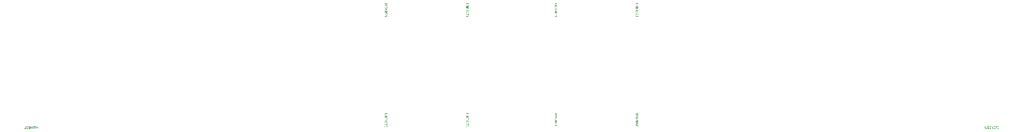
<source format=gbr>
%TF.GenerationSoftware,Altium Limited,Altium Designer,22.5.1 (42)*%
G04 Layer_Color=32768*
%FSLAX26Y26*%
%MOIN*%
%TF.SameCoordinates,16E36816-DCA1-4F18-AD40-64303467345E*%
%TF.FilePolarity,Positive*%
%TF.FileFunction,Other,Top_Value*%
%TF.Part,Single*%
G01*
G75*
G36*
X3903907Y1648935D02*
X3896659D01*
X3896645D01*
X3896591D01*
X3896509D01*
X3896387D01*
X3896251Y1648921D01*
X3896101D01*
X3895924Y1648908D01*
X3895747Y1648894D01*
X3895353Y1648867D01*
X3894959Y1648812D01*
X3894578Y1648731D01*
X3894401Y1648690D01*
X3894251Y1648636D01*
X3894238D01*
X3894224Y1648622D01*
X3894183Y1648608D01*
X3894129Y1648581D01*
X3893979Y1648500D01*
X3893816Y1648391D01*
X3893612Y1648255D01*
X3893422Y1648078D01*
X3893231Y1647860D01*
X3893055Y1647602D01*
Y1647588D01*
X3893041Y1647561D01*
X3893014Y1647520D01*
X3892987Y1647466D01*
X3892959Y1647398D01*
X3892932Y1647303D01*
X3892891Y1647208D01*
X3892851Y1647099D01*
X3892783Y1646827D01*
X3892715Y1646514D01*
X3892660Y1646160D01*
X3892647Y1645780D01*
Y1645603D01*
X3892660Y1645480D01*
X3892674Y1645331D01*
X3892687Y1645154D01*
X3892715Y1644964D01*
X3892755Y1644760D01*
X3892851Y1644338D01*
X3892919Y1644120D01*
X3893000Y1643903D01*
X3893095Y1643699D01*
X3893204Y1643508D01*
X3893327Y1643332D01*
X3893476Y1643168D01*
X3893490Y1643155D01*
X3893517Y1643128D01*
X3893571Y1643100D01*
X3893639Y1643046D01*
X3893735Y1642992D01*
X3893857Y1642924D01*
X3894007Y1642842D01*
X3894183Y1642774D01*
X3894387Y1642706D01*
X3894619Y1642624D01*
X3894877Y1642556D01*
X3895163Y1642502D01*
X3895489Y1642448D01*
X3895843Y1642407D01*
X3896237Y1642393D01*
X3896659Y1642380D01*
X3903907D01*
Y1640720D01*
X3896659D01*
X3896631D01*
X3896577D01*
X3896482D01*
X3896346D01*
X3896183Y1640734D01*
X3896006Y1640748D01*
X3895802Y1640761D01*
X3895571Y1640775D01*
X3895095Y1640829D01*
X3894591Y1640897D01*
X3894102Y1641006D01*
X3893871Y1641074D01*
X3893653Y1641156D01*
X3893639D01*
X3893599Y1641169D01*
X3893544Y1641196D01*
X3893463Y1641237D01*
X3893367Y1641292D01*
X3893259Y1641346D01*
X3893014Y1641509D01*
X3892864Y1641604D01*
X3892728Y1641713D01*
X3892565Y1641849D01*
X3892415Y1641985D01*
X3892266Y1642148D01*
X3892116Y1642312D01*
X3891980Y1642502D01*
X3891844Y1642706D01*
X3891831Y1642720D01*
X3891817Y1642760D01*
X3891776Y1642815D01*
X3891735Y1642910D01*
X3891681Y1643019D01*
X3891627Y1643155D01*
X3891559Y1643304D01*
X3891504Y1643495D01*
X3891436Y1643685D01*
X3891368Y1643903D01*
X3891314Y1644148D01*
X3891259Y1644406D01*
X3891219Y1644692D01*
X3891178Y1644991D01*
X3891164Y1645304D01*
X3891151Y1645630D01*
Y1645807D01*
X3891164Y1645929D01*
Y1646079D01*
X3891178Y1646242D01*
X3891205Y1646446D01*
X3891232Y1646650D01*
X3891300Y1647112D01*
X3891409Y1647602D01*
X3891559Y1648078D01*
X3891640Y1648309D01*
X3891749Y1648527D01*
X3891763Y1648540D01*
X3891776Y1648581D01*
X3891817Y1648636D01*
X3891858Y1648704D01*
X3891926Y1648799D01*
X3892007Y1648908D01*
X3892089Y1649016D01*
X3892198Y1649139D01*
X3892443Y1649411D01*
X3892742Y1649669D01*
X3893095Y1649914D01*
X3893299Y1650023D01*
X3893503Y1650118D01*
X3893517D01*
X3893558Y1650132D01*
X3893626Y1650159D01*
X3893721Y1650186D01*
X3893830Y1650227D01*
X3893979Y1650268D01*
X3894143Y1650308D01*
X3894333Y1650349D01*
X3894551Y1650404D01*
X3894782Y1650444D01*
X3895040Y1650485D01*
X3895326Y1650512D01*
X3895625Y1650553D01*
X3895951Y1650567D01*
X3896291Y1650594D01*
X3896659D01*
X3903907D01*
Y1648935D01*
D02*
G37*
G36*
X3895530Y1636940D02*
X3895516D01*
X3895489D01*
X3895435Y1636926D01*
X3895367Y1636912D01*
X3895285Y1636899D01*
X3895203Y1636885D01*
X3894972Y1636831D01*
X3894727Y1636763D01*
X3894469Y1636681D01*
X3894211Y1636572D01*
X3893966Y1636436D01*
X3893939Y1636423D01*
X3893871Y1636355D01*
X3893762Y1636260D01*
X3893626Y1636124D01*
X3893463Y1635947D01*
X3893313Y1635729D01*
X3893150Y1635471D01*
X3893000Y1635172D01*
Y1635158D01*
X3892987Y1635131D01*
X3892973Y1635090D01*
X3892946Y1635022D01*
X3892919Y1634940D01*
X3892878Y1634845D01*
X3892851Y1634736D01*
X3892823Y1634614D01*
X3892755Y1634328D01*
X3892687Y1633988D01*
X3892647Y1633635D01*
X3892633Y1633240D01*
Y1633077D01*
X3892647Y1632996D01*
Y1632900D01*
X3892674Y1632683D01*
X3892701Y1632424D01*
X3892742Y1632139D01*
X3892810Y1631853D01*
X3892905Y1631581D01*
Y1631568D01*
X3892919Y1631554D01*
X3892932Y1631513D01*
X3892959Y1631459D01*
X3893027Y1631336D01*
X3893109Y1631173D01*
X3893218Y1630996D01*
X3893354Y1630806D01*
X3893503Y1630643D01*
X3893680Y1630493D01*
X3893707Y1630480D01*
X3893762Y1630439D01*
X3893871Y1630371D01*
X3894007Y1630303D01*
X3894170Y1630248D01*
X3894347Y1630180D01*
X3894551Y1630140D01*
X3894755Y1630126D01*
X3894768D01*
X3894782D01*
X3894850D01*
X3894972Y1630140D01*
X3895108Y1630167D01*
X3895271Y1630208D01*
X3895448Y1630276D01*
X3895625Y1630357D01*
X3895788Y1630480D01*
X3895802Y1630493D01*
X3895856Y1630548D01*
X3895938Y1630629D01*
X3896047Y1630752D01*
X3896155Y1630901D01*
X3896278Y1631105D01*
X3896400Y1631336D01*
X3896523Y1631608D01*
X3896536Y1631636D01*
X3896550Y1631663D01*
X3896563Y1631717D01*
X3896577Y1631772D01*
X3896604Y1631853D01*
X3896645Y1631962D01*
X3896672Y1632071D01*
X3896713Y1632220D01*
X3896767Y1632370D01*
X3896808Y1632560D01*
X3896863Y1632764D01*
X3896931Y1632996D01*
X3896985Y1633240D01*
X3897067Y1633526D01*
X3897135Y1633839D01*
Y1633852D01*
X3897148Y1633907D01*
X3897175Y1634002D01*
X3897203Y1634111D01*
X3897243Y1634260D01*
X3897284Y1634424D01*
X3897339Y1634587D01*
X3897393Y1634777D01*
X3897515Y1635185D01*
X3897651Y1635580D01*
X3897719Y1635770D01*
X3897787Y1635947D01*
X3897855Y1636110D01*
X3897923Y1636246D01*
Y1636260D01*
X3897951Y1636287D01*
X3897978Y1636328D01*
X3898005Y1636396D01*
X3898100Y1636559D01*
X3898236Y1636749D01*
X3898413Y1636980D01*
X3898603Y1637198D01*
X3898835Y1637416D01*
X3899079Y1637592D01*
X3899093D01*
X3899107Y1637606D01*
X3899147Y1637633D01*
X3899202Y1637660D01*
X3899351Y1637728D01*
X3899542Y1637810D01*
X3899773Y1637892D01*
X3900045Y1637960D01*
X3900344Y1638014D01*
X3900657Y1638028D01*
X3900671D01*
X3900698D01*
X3900752D01*
X3900820Y1638014D01*
X3900902D01*
X3900997Y1638000D01*
X3901242Y1637960D01*
X3901514Y1637892D01*
X3901799Y1637810D01*
X3902112Y1637674D01*
X3902425Y1637497D01*
X3902439D01*
X3902466Y1637470D01*
X3902507Y1637443D01*
X3902561Y1637402D01*
X3902711Y1637266D01*
X3902901Y1637089D01*
X3903105Y1636872D01*
X3903309Y1636600D01*
X3903513Y1636287D01*
X3903690Y1635920D01*
Y1635906D01*
X3903703Y1635879D01*
X3903731Y1635811D01*
X3903758Y1635743D01*
X3903785Y1635648D01*
X3903826Y1635525D01*
X3903867Y1635389D01*
X3903907Y1635240D01*
X3903948Y1635076D01*
X3903989Y1634900D01*
X3904057Y1634519D01*
X3904111Y1634084D01*
X3904125Y1633621D01*
Y1633390D01*
X3904111Y1633268D01*
X3904098Y1633118D01*
X3904084Y1632968D01*
X3904071Y1632792D01*
X3904016Y1632411D01*
X3903935Y1631989D01*
X3903812Y1631568D01*
X3903663Y1631160D01*
Y1631146D01*
X3903635Y1631119D01*
X3903622Y1631051D01*
X3903581Y1630983D01*
X3903527Y1630901D01*
X3903472Y1630792D01*
X3903336Y1630561D01*
X3903146Y1630289D01*
X3902915Y1630017D01*
X3902656Y1629759D01*
X3902343Y1629528D01*
X3902330Y1629514D01*
X3902303Y1629500D01*
X3902262Y1629473D01*
X3902194Y1629432D01*
X3902112Y1629392D01*
X3902017Y1629337D01*
X3901895Y1629296D01*
X3901772Y1629228D01*
X3901487Y1629120D01*
X3901147Y1629024D01*
X3900779Y1628943D01*
X3900371Y1628902D01*
X3900249Y1630493D01*
X3900263D01*
X3900303Y1630507D01*
X3900358D01*
X3900439Y1630520D01*
X3900548Y1630548D01*
X3900657Y1630575D01*
X3900915Y1630656D01*
X3901201Y1630765D01*
X3901500Y1630928D01*
X3901786Y1631119D01*
X3901908Y1631241D01*
X3902031Y1631377D01*
X3902044Y1631391D01*
X3902058Y1631404D01*
X3902085Y1631459D01*
X3902126Y1631513D01*
X3902167Y1631595D01*
X3902221Y1631690D01*
X3902275Y1631799D01*
X3902343Y1631921D01*
X3902398Y1632071D01*
X3902452Y1632234D01*
X3902507Y1632411D01*
X3902547Y1632601D01*
X3902588Y1632819D01*
X3902615Y1633050D01*
X3902643Y1633295D01*
Y1633689D01*
X3902629Y1633798D01*
Y1633920D01*
X3902615Y1634056D01*
X3902602Y1634220D01*
X3902575Y1634383D01*
X3902507Y1634750D01*
X3902411Y1635104D01*
X3902275Y1635444D01*
X3902180Y1635607D01*
X3902085Y1635743D01*
Y1635756D01*
X3902058Y1635770D01*
X3901990Y1635852D01*
X3901867Y1635960D01*
X3901704Y1636083D01*
X3901514Y1636205D01*
X3901283Y1636314D01*
X3901038Y1636396D01*
X3900902Y1636409D01*
X3900752Y1636423D01*
X3900739D01*
X3900725D01*
X3900643Y1636409D01*
X3900521Y1636396D01*
X3900371Y1636368D01*
X3900195Y1636300D01*
X3900004Y1636219D01*
X3899827Y1636110D01*
X3899651Y1635947D01*
X3899637Y1635920D01*
X3899610Y1635892D01*
X3899569Y1635838D01*
X3899528Y1635770D01*
X3899487Y1635688D01*
X3899433Y1635580D01*
X3899365Y1635457D01*
X3899297Y1635308D01*
X3899229Y1635131D01*
X3899161Y1634927D01*
X3899079Y1634696D01*
X3898998Y1634424D01*
X3898916Y1634138D01*
X3898821Y1633812D01*
X3898739Y1633444D01*
Y1633417D01*
X3898726Y1633349D01*
X3898699Y1633254D01*
X3898658Y1633118D01*
X3898631Y1632955D01*
X3898576Y1632764D01*
X3898535Y1632560D01*
X3898467Y1632343D01*
X3898345Y1631880D01*
X3898223Y1631418D01*
X3898155Y1631200D01*
X3898087Y1631010D01*
X3898019Y1630820D01*
X3897951Y1630670D01*
Y1630656D01*
X3897923Y1630616D01*
X3897896Y1630561D01*
X3897855Y1630493D01*
X3897815Y1630398D01*
X3897747Y1630289D01*
X3897597Y1630058D01*
X3897420Y1629786D01*
X3897203Y1629528D01*
X3896944Y1629269D01*
X3896808Y1629160D01*
X3896672Y1629052D01*
X3896659D01*
X3896631Y1629024D01*
X3896591Y1628997D01*
X3896536Y1628970D01*
X3896468Y1628929D01*
X3896373Y1628888D01*
X3896155Y1628780D01*
X3895897Y1628684D01*
X3895598Y1628603D01*
X3895258Y1628548D01*
X3894891Y1628521D01*
X3894877D01*
X3894850D01*
X3894795D01*
X3894727Y1628535D01*
X3894632D01*
X3894537Y1628548D01*
X3894279Y1628589D01*
X3893993Y1628657D01*
X3893680Y1628766D01*
X3893354Y1628916D01*
X3893177Y1628997D01*
X3893014Y1629106D01*
X3893000D01*
X3892973Y1629133D01*
X3892932Y1629160D01*
X3892864Y1629215D01*
X3892715Y1629337D01*
X3892511Y1629528D01*
X3892293Y1629759D01*
X3892062Y1630044D01*
X3891844Y1630371D01*
X3891640Y1630752D01*
Y1630765D01*
X3891613Y1630806D01*
X3891599Y1630860D01*
X3891559Y1630942D01*
X3891531Y1631037D01*
X3891491Y1631160D01*
X3891436Y1631296D01*
X3891395Y1631459D01*
X3891355Y1631622D01*
X3891300Y1631812D01*
X3891232Y1632220D01*
X3891178Y1632669D01*
X3891151Y1633159D01*
Y1633322D01*
X3891164Y1633444D01*
Y1633594D01*
X3891178Y1633757D01*
X3891191Y1633948D01*
X3891219Y1634165D01*
X3891273Y1634614D01*
X3891355Y1635090D01*
X3891477Y1635566D01*
X3891640Y1636028D01*
Y1636042D01*
X3891667Y1636083D01*
X3891695Y1636137D01*
X3891735Y1636219D01*
X3891790Y1636314D01*
X3891844Y1636423D01*
X3892007Y1636681D01*
X3892211Y1636967D01*
X3892470Y1637266D01*
X3892769Y1637565D01*
X3893123Y1637824D01*
X3893136Y1637837D01*
X3893163Y1637851D01*
X3893218Y1637878D01*
X3893299Y1637919D01*
X3893395Y1637973D01*
X3893503Y1638028D01*
X3893639Y1638096D01*
X3893789Y1638150D01*
X3893939Y1638218D01*
X3894115Y1638272D01*
X3894510Y1638381D01*
X3894931Y1638463D01*
X3895163Y1638490D01*
X3895394Y1638504D01*
X3895530Y1636940D01*
D02*
G37*
G36*
X3903907Y1621395D02*
X3903894Y1621272D01*
Y1621123D01*
X3903880Y1620973D01*
X3903853Y1620796D01*
X3903812Y1620443D01*
X3903744Y1620048D01*
X3903649Y1619681D01*
X3903513Y1619328D01*
Y1619314D01*
X3903499Y1619287D01*
X3903472Y1619246D01*
X3903445Y1619178D01*
X3903350Y1619028D01*
X3903227Y1618824D01*
X3903064Y1618607D01*
X3902860Y1618389D01*
X3902615Y1618172D01*
X3902343Y1617968D01*
X3902330D01*
X3902303Y1617940D01*
X3902262Y1617927D01*
X3902207Y1617886D01*
X3902139Y1617845D01*
X3902044Y1617804D01*
X3901840Y1617709D01*
X3901595Y1617628D01*
X3901310Y1617546D01*
X3901011Y1617492D01*
X3900684Y1617464D01*
X3900671D01*
X3900643D01*
X3900603D01*
X3900548D01*
X3900399Y1617492D01*
X3900195Y1617519D01*
X3899963Y1617573D01*
X3899705Y1617655D01*
X3899447Y1617764D01*
X3899175Y1617913D01*
X3899161D01*
X3899147Y1617927D01*
X3899107Y1617954D01*
X3899052Y1617995D01*
X3898930Y1618090D01*
X3898767Y1618240D01*
X3898590Y1618416D01*
X3898399Y1618648D01*
X3898209Y1618906D01*
X3898032Y1619219D01*
Y1619205D01*
X3898019Y1619164D01*
X3897991Y1619110D01*
X3897964Y1619028D01*
X3897923Y1618933D01*
X3897883Y1618824D01*
X3897760Y1618580D01*
X3897611Y1618294D01*
X3897407Y1618008D01*
X3897175Y1617723D01*
X3896890Y1617478D01*
X3896876Y1617464D01*
X3896849Y1617451D01*
X3896808Y1617424D01*
X3896754Y1617383D01*
X3896672Y1617328D01*
X3896577Y1617274D01*
X3896468Y1617220D01*
X3896346Y1617165D01*
X3896074Y1617056D01*
X3895747Y1616948D01*
X3895380Y1616880D01*
X3895190Y1616852D01*
X3894986D01*
X3894972D01*
X3894945D01*
X3894904D01*
X3894836D01*
X3894755Y1616866D01*
X3894673D01*
X3894455Y1616893D01*
X3894197Y1616948D01*
X3893925Y1617016D01*
X3893626Y1617111D01*
X3893340Y1617233D01*
X3893327D01*
X3893313Y1617247D01*
X3893272Y1617274D01*
X3893218Y1617301D01*
X3893082Y1617383D01*
X3892919Y1617492D01*
X3892728Y1617614D01*
X3892538Y1617777D01*
X3892347Y1617954D01*
X3892171Y1618158D01*
X3892157Y1618185D01*
X3892103Y1618253D01*
X3892035Y1618376D01*
X3891939Y1618539D01*
X3891844Y1618729D01*
X3891735Y1618960D01*
X3891640Y1619232D01*
X3891559Y1619532D01*
Y1619545D01*
X3891545Y1619572D01*
Y1619613D01*
X3891531Y1619681D01*
X3891518Y1619763D01*
X3891491Y1619858D01*
X3891477Y1619967D01*
X3891463Y1620089D01*
X3891436Y1620225D01*
X3891423Y1620388D01*
X3891382Y1620728D01*
X3891368Y1621123D01*
X3891355Y1621558D01*
Y1626332D01*
X3903907D01*
Y1621395D01*
D02*
G37*
G36*
Y1609971D02*
Y1608706D01*
X3895775D01*
Y1607006D01*
X3894360D01*
Y1608706D01*
X3891355D01*
Y1610243D01*
X3894360D01*
Y1615710D01*
X3895775D01*
X3903907Y1609971D01*
D02*
G37*
G36*
X3897910Y1605415D02*
X3898100D01*
X3898318Y1605401D01*
X3898563Y1605388D01*
X3898821Y1605374D01*
X3899107Y1605347D01*
X3899392Y1605320D01*
X3899991Y1605238D01*
X3900575Y1605129D01*
X3900861Y1605061D01*
X3901119Y1604980D01*
X3901133D01*
X3901174Y1604952D01*
X3901255Y1604925D01*
X3901351Y1604898D01*
X3901459Y1604844D01*
X3901595Y1604789D01*
X3901731Y1604721D01*
X3901895Y1604640D01*
X3902235Y1604449D01*
X3902575Y1604204D01*
X3902915Y1603932D01*
X3903064Y1603783D01*
X3903214Y1603620D01*
X3903227Y1603606D01*
X3903241Y1603579D01*
X3903282Y1603524D01*
X3903323Y1603456D01*
X3903391Y1603375D01*
X3903445Y1603266D01*
X3903513Y1603144D01*
X3903581Y1602994D01*
X3903649Y1602844D01*
X3903717Y1602668D01*
X3903785Y1602477D01*
X3903839Y1602287D01*
X3903880Y1602069D01*
X3903921Y1601838D01*
X3903935Y1601593D01*
X3903948Y1601348D01*
Y1601185D01*
X3903935Y1601090D01*
X3903921Y1600995D01*
X3903894Y1600750D01*
X3903853Y1600478D01*
X3903771Y1600179D01*
X3903676Y1599880D01*
X3903540Y1599580D01*
Y1599567D01*
X3903527Y1599540D01*
X3903499Y1599499D01*
X3903459Y1599444D01*
X3903377Y1599308D01*
X3903241Y1599132D01*
X3903078Y1598928D01*
X3902874Y1598724D01*
X3902629Y1598506D01*
X3902357Y1598316D01*
X3902343D01*
X3902316Y1598288D01*
X3902275Y1598275D01*
X3902221Y1598234D01*
X3902153Y1598193D01*
X3902058Y1598139D01*
X3901949Y1598098D01*
X3901840Y1598030D01*
X3901568Y1597908D01*
X3901255Y1597785D01*
X3900888Y1597649D01*
X3900494Y1597540D01*
X3900480D01*
X3900439Y1597527D01*
X3900385Y1597513D01*
X3900290Y1597500D01*
X3900181Y1597472D01*
X3900045Y1597445D01*
X3899895Y1597418D01*
X3899719Y1597391D01*
X3899515Y1597377D01*
X3899297Y1597350D01*
X3899052Y1597323D01*
X3898794Y1597296D01*
X3898508Y1597282D01*
X3898209Y1597268D01*
X3897883Y1597255D01*
X3897543D01*
X3897515D01*
X3897447D01*
X3897325D01*
X3897175D01*
X3896985Y1597268D01*
X3896781Y1597282D01*
X3896536Y1597296D01*
X3896278Y1597309D01*
X3895992Y1597336D01*
X3895707Y1597364D01*
X3895108Y1597445D01*
X3894523Y1597568D01*
X3894238Y1597636D01*
X3893979Y1597717D01*
X3893966D01*
X3893925Y1597744D01*
X3893843Y1597758D01*
X3893762Y1597799D01*
X3893639Y1597853D01*
X3893517Y1597908D01*
X3893367Y1597976D01*
X3893204Y1598057D01*
X3892864Y1598248D01*
X3892524Y1598479D01*
X3892184Y1598751D01*
X3892035Y1598914D01*
X3891885Y1599077D01*
X3891871Y1599091D01*
X3891858Y1599118D01*
X3891817Y1599172D01*
X3891776Y1599240D01*
X3891722Y1599322D01*
X3891654Y1599431D01*
X3891586Y1599553D01*
X3891518Y1599703D01*
X3891450Y1599852D01*
X3891382Y1600029D01*
X3891327Y1600206D01*
X3891259Y1600410D01*
X3891219Y1600628D01*
X3891178Y1600859D01*
X3891164Y1601090D01*
X3891151Y1601348D01*
Y1601430D01*
X3891164Y1601525D01*
X3891178Y1601648D01*
X3891191Y1601797D01*
X3891219Y1601974D01*
X3891259Y1602164D01*
X3891314Y1602382D01*
X3891382Y1602600D01*
X3891463Y1602831D01*
X3891572Y1603076D01*
X3891695Y1603307D01*
X3891844Y1603538D01*
X3892021Y1603769D01*
X3892211Y1603987D01*
X3892443Y1604191D01*
X3892456Y1604204D01*
X3892511Y1604245D01*
X3892606Y1604300D01*
X3892742Y1604381D01*
X3892919Y1604476D01*
X3893123Y1604585D01*
X3893381Y1604694D01*
X3893667Y1604803D01*
X3894007Y1604925D01*
X3894374Y1605034D01*
X3894795Y1605143D01*
X3895258Y1605238D01*
X3895761Y1605320D01*
X3896305Y1605374D01*
X3896903Y1605415D01*
X3897543Y1605428D01*
X3897570D01*
X3897638D01*
X3897760D01*
X3897910Y1605415D01*
D02*
G37*
G36*
X3903744Y1587463D02*
X3902534D01*
X3902520Y1587476D01*
X3902479Y1587517D01*
X3902398Y1587585D01*
X3902303Y1587667D01*
X3902167Y1587776D01*
X3902017Y1587912D01*
X3901840Y1588048D01*
X3901636Y1588211D01*
X3901405Y1588388D01*
X3901147Y1588578D01*
X3900861Y1588782D01*
X3900562Y1588986D01*
X3900249Y1589190D01*
X3899895Y1589408D01*
X3899528Y1589639D01*
X3899147Y1589856D01*
X3899120Y1589870D01*
X3899052Y1589911D01*
X3898943Y1589965D01*
X3898780Y1590047D01*
X3898590Y1590142D01*
X3898359Y1590264D01*
X3898100Y1590387D01*
X3897815Y1590523D01*
X3897502Y1590659D01*
X3897162Y1590808D01*
X3896795Y1590958D01*
X3896427Y1591108D01*
X3896033Y1591257D01*
X3895625Y1591407D01*
X3894795Y1591665D01*
X3894782D01*
X3894727Y1591679D01*
X3894632Y1591706D01*
X3894523Y1591733D01*
X3894374Y1591774D01*
X3894197Y1591815D01*
X3893993Y1591869D01*
X3893775Y1591910D01*
X3893531Y1591964D01*
X3893259Y1592005D01*
X3892973Y1592060D01*
X3892674Y1592100D01*
X3892361Y1592155D01*
X3892035Y1592196D01*
X3891355Y1592250D01*
Y1593828D01*
X3891368D01*
X3891423D01*
X3891504D01*
X3891613Y1593814D01*
X3891763Y1593800D01*
X3891926Y1593787D01*
X3892130Y1593773D01*
X3892347Y1593746D01*
X3892606Y1593719D01*
X3892864Y1593678D01*
X3893163Y1593637D01*
X3893476Y1593583D01*
X3893816Y1593515D01*
X3894170Y1593447D01*
X3894537Y1593352D01*
X3894918Y1593256D01*
X3894945Y1593243D01*
X3895013Y1593229D01*
X3895122Y1593202D01*
X3895271Y1593148D01*
X3895462Y1593093D01*
X3895693Y1593025D01*
X3895938Y1592944D01*
X3896210Y1592848D01*
X3896509Y1592740D01*
X3896835Y1592617D01*
X3897175Y1592495D01*
X3897515Y1592345D01*
X3898236Y1592032D01*
X3898971Y1591665D01*
X3898998Y1591652D01*
X3899052Y1591611D01*
X3899161Y1591556D01*
X3899297Y1591488D01*
X3899460Y1591380D01*
X3899651Y1591271D01*
X3899868Y1591135D01*
X3900113Y1590999D01*
X3900358Y1590836D01*
X3900630Y1590659D01*
X3901174Y1590278D01*
X3901731Y1589870D01*
X3902003Y1589652D01*
X3902262Y1589435D01*
Y1595582D01*
X3903744D01*
Y1587463D01*
D02*
G37*
G36*
X3897910Y1585912D02*
X3898100D01*
X3898318Y1585899D01*
X3898563Y1585885D01*
X3898821Y1585872D01*
X3899107Y1585844D01*
X3899392Y1585817D01*
X3899991Y1585736D01*
X3900575Y1585627D01*
X3900861Y1585559D01*
X3901119Y1585477D01*
X3901133D01*
X3901174Y1585450D01*
X3901255Y1585423D01*
X3901351Y1585396D01*
X3901459Y1585341D01*
X3901595Y1585287D01*
X3901731Y1585219D01*
X3901895Y1585137D01*
X3902235Y1584947D01*
X3902575Y1584702D01*
X3902915Y1584430D01*
X3903064Y1584280D01*
X3903214Y1584117D01*
X3903227Y1584104D01*
X3903241Y1584076D01*
X3903282Y1584022D01*
X3903323Y1583954D01*
X3903391Y1583872D01*
X3903445Y1583764D01*
X3903513Y1583641D01*
X3903581Y1583492D01*
X3903649Y1583342D01*
X3903717Y1583165D01*
X3903785Y1582975D01*
X3903839Y1582784D01*
X3903880Y1582567D01*
X3903921Y1582336D01*
X3903935Y1582091D01*
X3903948Y1581846D01*
Y1581683D01*
X3903935Y1581588D01*
X3903921Y1581492D01*
X3903894Y1581248D01*
X3903853Y1580976D01*
X3903771Y1580676D01*
X3903676Y1580377D01*
X3903540Y1580078D01*
Y1580064D01*
X3903527Y1580037D01*
X3903499Y1579996D01*
X3903459Y1579942D01*
X3903377Y1579806D01*
X3903241Y1579629D01*
X3903078Y1579425D01*
X3902874Y1579221D01*
X3902629Y1579004D01*
X3902357Y1578813D01*
X3902343D01*
X3902316Y1578786D01*
X3902275Y1578772D01*
X3902221Y1578732D01*
X3902153Y1578691D01*
X3902058Y1578636D01*
X3901949Y1578596D01*
X3901840Y1578528D01*
X3901568Y1578405D01*
X3901255Y1578283D01*
X3900888Y1578147D01*
X3900494Y1578038D01*
X3900480D01*
X3900439Y1578024D01*
X3900385Y1578011D01*
X3900290Y1577997D01*
X3900181Y1577970D01*
X3900045Y1577943D01*
X3899895Y1577916D01*
X3899719Y1577888D01*
X3899515Y1577875D01*
X3899297Y1577848D01*
X3899052Y1577820D01*
X3898794Y1577793D01*
X3898508Y1577780D01*
X3898209Y1577766D01*
X3897883Y1577752D01*
X3897543D01*
X3897515D01*
X3897447D01*
X3897325D01*
X3897175D01*
X3896985Y1577766D01*
X3896781Y1577780D01*
X3896536Y1577793D01*
X3896278Y1577807D01*
X3895992Y1577834D01*
X3895707Y1577861D01*
X3895108Y1577943D01*
X3894523Y1578065D01*
X3894238Y1578133D01*
X3893979Y1578215D01*
X3893966D01*
X3893925Y1578242D01*
X3893843Y1578256D01*
X3893762Y1578296D01*
X3893639Y1578351D01*
X3893517Y1578405D01*
X3893367Y1578473D01*
X3893204Y1578555D01*
X3892864Y1578745D01*
X3892524Y1578976D01*
X3892184Y1579248D01*
X3892035Y1579412D01*
X3891885Y1579575D01*
X3891871Y1579588D01*
X3891858Y1579616D01*
X3891817Y1579670D01*
X3891776Y1579738D01*
X3891722Y1579820D01*
X3891654Y1579928D01*
X3891586Y1580051D01*
X3891518Y1580200D01*
X3891450Y1580350D01*
X3891382Y1580527D01*
X3891327Y1580704D01*
X3891259Y1580908D01*
X3891219Y1581125D01*
X3891178Y1581356D01*
X3891164Y1581588D01*
X3891151Y1581846D01*
Y1581928D01*
X3891164Y1582023D01*
X3891178Y1582145D01*
X3891191Y1582295D01*
X3891219Y1582472D01*
X3891259Y1582662D01*
X3891314Y1582880D01*
X3891382Y1583097D01*
X3891463Y1583328D01*
X3891572Y1583573D01*
X3891695Y1583804D01*
X3891844Y1584036D01*
X3892021Y1584267D01*
X3892211Y1584484D01*
X3892443Y1584688D01*
X3892456Y1584702D01*
X3892511Y1584743D01*
X3892606Y1584797D01*
X3892742Y1584879D01*
X3892919Y1584974D01*
X3893123Y1585083D01*
X3893381Y1585192D01*
X3893667Y1585300D01*
X3894007Y1585423D01*
X3894374Y1585532D01*
X3894795Y1585640D01*
X3895258Y1585736D01*
X3895761Y1585817D01*
X3896305Y1585872D01*
X3896903Y1585912D01*
X3897543Y1585926D01*
X3897570D01*
X3897638D01*
X3897760D01*
X3897910Y1585912D01*
D02*
G37*
G36*
X6673819Y1581277D02*
X6673969Y1581263D01*
X6674118Y1581249D01*
X6674295Y1581236D01*
X6674676Y1581181D01*
X6675097Y1581100D01*
X6675519Y1580977D01*
X6675927Y1580828D01*
X6675941D01*
X6675968Y1580801D01*
X6676036Y1580787D01*
X6676104Y1580746D01*
X6676185Y1580692D01*
X6676294Y1580638D01*
X6676525Y1580502D01*
X6676797Y1580311D01*
X6677069Y1580080D01*
X6677328Y1579822D01*
X6677559Y1579509D01*
X6677573Y1579495D01*
X6677586Y1579468D01*
X6677613Y1579427D01*
X6677654Y1579359D01*
X6677695Y1579277D01*
X6677749Y1579182D01*
X6677790Y1579060D01*
X6677858Y1578938D01*
X6677967Y1578652D01*
X6678062Y1578312D01*
X6678144Y1577945D01*
X6678185Y1577537D01*
X6676593Y1577414D01*
Y1577428D01*
X6676580Y1577469D01*
Y1577523D01*
X6676566Y1577605D01*
X6676539Y1577714D01*
X6676512Y1577822D01*
X6676430Y1578081D01*
X6676321Y1578366D01*
X6676158Y1578666D01*
X6675968Y1578951D01*
X6675845Y1579073D01*
X6675709Y1579196D01*
X6675696Y1579209D01*
X6675682Y1579223D01*
X6675628Y1579250D01*
X6675573Y1579291D01*
X6675492Y1579332D01*
X6675397Y1579386D01*
X6675288Y1579441D01*
X6675165Y1579509D01*
X6675016Y1579563D01*
X6674853Y1579618D01*
X6674676Y1579672D01*
X6674485Y1579713D01*
X6674268Y1579754D01*
X6674037Y1579781D01*
X6673792Y1579808D01*
X6673397D01*
X6673289Y1579794D01*
X6673166D01*
X6673030Y1579781D01*
X6672867Y1579767D01*
X6672704Y1579740D01*
X6672337Y1579672D01*
X6671983Y1579577D01*
X6671643Y1579441D01*
X6671480Y1579345D01*
X6671344Y1579250D01*
X6671330D01*
X6671317Y1579223D01*
X6671235Y1579155D01*
X6671126Y1579033D01*
X6671004Y1578870D01*
X6670881Y1578679D01*
X6670773Y1578448D01*
X6670691Y1578203D01*
X6670677Y1578067D01*
X6670664Y1577918D01*
Y1577904D01*
Y1577890D01*
X6670677Y1577809D01*
X6670691Y1577686D01*
X6670718Y1577537D01*
X6670786Y1577360D01*
X6670868Y1577169D01*
X6670977Y1576993D01*
X6671140Y1576816D01*
X6671167Y1576802D01*
X6671194Y1576775D01*
X6671249Y1576734D01*
X6671317Y1576694D01*
X6671398Y1576653D01*
X6671507Y1576598D01*
X6671629Y1576530D01*
X6671779Y1576462D01*
X6671956Y1576394D01*
X6672160Y1576326D01*
X6672391Y1576245D01*
X6672663Y1576163D01*
X6672949Y1576082D01*
X6673275Y1575986D01*
X6673642Y1575905D01*
X6673669D01*
X6673737Y1575891D01*
X6673833Y1575864D01*
X6673969Y1575823D01*
X6674132Y1575796D01*
X6674322Y1575742D01*
X6674526Y1575701D01*
X6674744Y1575633D01*
X6675206Y1575510D01*
X6675669Y1575388D01*
X6675886Y1575320D01*
X6676077Y1575252D01*
X6676267Y1575184D01*
X6676417Y1575116D01*
X6676430D01*
X6676471Y1575089D01*
X6676525Y1575062D01*
X6676593Y1575021D01*
X6676689Y1574980D01*
X6676797Y1574912D01*
X6677029Y1574762D01*
X6677301Y1574585D01*
X6677559Y1574368D01*
X6677817Y1574110D01*
X6677926Y1573974D01*
X6678035Y1573838D01*
Y1573824D01*
X6678062Y1573797D01*
X6678089Y1573756D01*
X6678117Y1573701D01*
X6678157Y1573633D01*
X6678198Y1573538D01*
X6678307Y1573321D01*
X6678402Y1573062D01*
X6678484Y1572763D01*
X6678538Y1572423D01*
X6678565Y1572056D01*
Y1572042D01*
Y1572015D01*
Y1571961D01*
X6678552Y1571893D01*
Y1571797D01*
X6678538Y1571702D01*
X6678497Y1571444D01*
X6678429Y1571158D01*
X6678321Y1570845D01*
X6678171Y1570519D01*
X6678089Y1570342D01*
X6677981Y1570179D01*
Y1570166D01*
X6677953Y1570138D01*
X6677926Y1570098D01*
X6677872Y1570030D01*
X6677749Y1569880D01*
X6677559Y1569676D01*
X6677328Y1569458D01*
X6677042Y1569227D01*
X6676716Y1569009D01*
X6676335Y1568805D01*
X6676321D01*
X6676281Y1568778D01*
X6676226Y1568765D01*
X6676145Y1568724D01*
X6676049Y1568697D01*
X6675927Y1568656D01*
X6675791Y1568601D01*
X6675628Y1568561D01*
X6675465Y1568520D01*
X6675274Y1568466D01*
X6674866Y1568398D01*
X6674417Y1568343D01*
X6673928Y1568316D01*
X6673765D01*
X6673642Y1568330D01*
X6673493D01*
X6673329Y1568343D01*
X6673139Y1568357D01*
X6672921Y1568384D01*
X6672473Y1568438D01*
X6671997Y1568520D01*
X6671521Y1568642D01*
X6671058Y1568805D01*
X6671045D01*
X6671004Y1568833D01*
X6670949Y1568860D01*
X6670868Y1568901D01*
X6670773Y1568955D01*
X6670664Y1569009D01*
X6670405Y1569173D01*
X6670120Y1569377D01*
X6669821Y1569635D01*
X6669521Y1569934D01*
X6669263Y1570288D01*
X6669249Y1570302D01*
X6669236Y1570329D01*
X6669209Y1570383D01*
X6669168Y1570465D01*
X6669113Y1570560D01*
X6669059Y1570669D01*
X6668991Y1570805D01*
X6668937Y1570954D01*
X6668869Y1571104D01*
X6668814Y1571281D01*
X6668705Y1571675D01*
X6668624Y1572097D01*
X6668597Y1572328D01*
X6668583Y1572559D01*
X6670147Y1572695D01*
Y1572681D01*
Y1572654D01*
X6670161Y1572600D01*
X6670174Y1572532D01*
X6670188Y1572450D01*
X6670201Y1572369D01*
X6670256Y1572138D01*
X6670324Y1571893D01*
X6670405Y1571634D01*
X6670514Y1571376D01*
X6670650Y1571131D01*
X6670664Y1571104D01*
X6670732Y1571036D01*
X6670827Y1570927D01*
X6670963Y1570791D01*
X6671140Y1570628D01*
X6671357Y1570478D01*
X6671616Y1570315D01*
X6671915Y1570166D01*
X6671929D01*
X6671956Y1570152D01*
X6671997Y1570138D01*
X6672065Y1570111D01*
X6672146Y1570084D01*
X6672241Y1570043D01*
X6672350Y1570016D01*
X6672473Y1569989D01*
X6672758Y1569921D01*
X6673098Y1569853D01*
X6673452Y1569812D01*
X6673846Y1569798D01*
X6674009D01*
X6674091Y1569812D01*
X6674186D01*
X6674404Y1569839D01*
X6674662Y1569866D01*
X6674948Y1569907D01*
X6675233Y1569975D01*
X6675505Y1570070D01*
X6675519D01*
X6675533Y1570084D01*
X6675573Y1570098D01*
X6675628Y1570125D01*
X6675750Y1570193D01*
X6675913Y1570274D01*
X6676090Y1570383D01*
X6676281Y1570519D01*
X6676444Y1570669D01*
X6676593Y1570845D01*
X6676607Y1570873D01*
X6676648Y1570927D01*
X6676716Y1571036D01*
X6676784Y1571172D01*
X6676838Y1571335D01*
X6676906Y1571512D01*
X6676947Y1571716D01*
X6676961Y1571920D01*
Y1571934D01*
Y1571947D01*
Y1572015D01*
X6676947Y1572138D01*
X6676920Y1572274D01*
X6676879Y1572437D01*
X6676811Y1572613D01*
X6676729Y1572790D01*
X6676607Y1572954D01*
X6676593Y1572967D01*
X6676539Y1573022D01*
X6676457Y1573103D01*
X6676335Y1573212D01*
X6676185Y1573321D01*
X6675981Y1573443D01*
X6675750Y1573565D01*
X6675478Y1573688D01*
X6675451Y1573701D01*
X6675424Y1573715D01*
X6675369Y1573729D01*
X6675315Y1573742D01*
X6675233Y1573770D01*
X6675125Y1573810D01*
X6675016Y1573838D01*
X6674866Y1573878D01*
X6674717Y1573933D01*
X6674526Y1573974D01*
X6674322Y1574028D01*
X6674091Y1574096D01*
X6673846Y1574150D01*
X6673561Y1574232D01*
X6673248Y1574300D01*
X6673234D01*
X6673180Y1574313D01*
X6673085Y1574341D01*
X6672976Y1574368D01*
X6672826Y1574409D01*
X6672663Y1574449D01*
X6672500Y1574504D01*
X6672309Y1574558D01*
X6671901Y1574681D01*
X6671507Y1574817D01*
X6671317Y1574885D01*
X6671140Y1574953D01*
X6670977Y1575021D01*
X6670841Y1575089D01*
X6670827D01*
X6670800Y1575116D01*
X6670759Y1575143D01*
X6670691Y1575170D01*
X6670528Y1575265D01*
X6670337Y1575401D01*
X6670106Y1575578D01*
X6669889Y1575769D01*
X6669671Y1576000D01*
X6669494Y1576245D01*
Y1576258D01*
X6669481Y1576272D01*
X6669453Y1576313D01*
X6669426Y1576367D01*
X6669358Y1576517D01*
X6669277Y1576707D01*
X6669195Y1576938D01*
X6669127Y1577210D01*
X6669073Y1577509D01*
X6669059Y1577822D01*
Y1577836D01*
Y1577863D01*
Y1577918D01*
X6669073Y1577986D01*
Y1578067D01*
X6669086Y1578162D01*
X6669127Y1578407D01*
X6669195Y1578679D01*
X6669277Y1578965D01*
X6669413Y1579277D01*
X6669589Y1579590D01*
Y1579604D01*
X6669617Y1579631D01*
X6669644Y1579672D01*
X6669685Y1579726D01*
X6669821Y1579876D01*
X6669997Y1580066D01*
X6670215Y1580270D01*
X6670487Y1580474D01*
X6670800Y1580678D01*
X6671167Y1580855D01*
X6671181D01*
X6671208Y1580869D01*
X6671276Y1580896D01*
X6671344Y1580923D01*
X6671439Y1580950D01*
X6671561Y1580991D01*
X6671697Y1581032D01*
X6671847Y1581073D01*
X6672010Y1581113D01*
X6672187Y1581154D01*
X6672568Y1581222D01*
X6673003Y1581277D01*
X6673465Y1581290D01*
X6673697D01*
X6673819Y1581277D01*
D02*
G37*
G36*
X6666366Y1573824D02*
Y1573797D01*
Y1573742D01*
Y1573647D01*
Y1573511D01*
X6666353Y1573348D01*
X6666339Y1573171D01*
X6666325Y1572967D01*
X6666312Y1572736D01*
X6666257Y1572260D01*
X6666189Y1571757D01*
X6666081Y1571267D01*
X6666013Y1571036D01*
X6665931Y1570818D01*
Y1570805D01*
X6665917Y1570764D01*
X6665890Y1570709D01*
X6665849Y1570628D01*
X6665795Y1570533D01*
X6665741Y1570424D01*
X6665577Y1570179D01*
X6665482Y1570030D01*
X6665373Y1569893D01*
X6665237Y1569730D01*
X6665101Y1569581D01*
X6664938Y1569431D01*
X6664775Y1569282D01*
X6664585Y1569146D01*
X6664381Y1569009D01*
X6664367Y1568996D01*
X6664326Y1568982D01*
X6664272Y1568941D01*
X6664177Y1568901D01*
X6664068Y1568846D01*
X6663932Y1568792D01*
X6663782Y1568724D01*
X6663592Y1568669D01*
X6663401Y1568601D01*
X6663184Y1568534D01*
X6662939Y1568479D01*
X6662681Y1568425D01*
X6662395Y1568384D01*
X6662096Y1568343D01*
X6661783Y1568330D01*
X6661457Y1568316D01*
X6661280D01*
X6661157Y1568330D01*
X6661008D01*
X6660845Y1568343D01*
X6660641Y1568370D01*
X6660437Y1568398D01*
X6659974Y1568466D01*
X6659485Y1568574D01*
X6659009Y1568724D01*
X6658777Y1568805D01*
X6658560Y1568914D01*
X6658546Y1568928D01*
X6658505Y1568941D01*
X6658451Y1568982D01*
X6658383Y1569023D01*
X6658288Y1569091D01*
X6658179Y1569173D01*
X6658070Y1569254D01*
X6657948Y1569363D01*
X6657676Y1569608D01*
X6657417Y1569907D01*
X6657173Y1570261D01*
X6657064Y1570465D01*
X6656969Y1570669D01*
Y1570682D01*
X6656955Y1570723D01*
X6656928Y1570791D01*
X6656901Y1570886D01*
X6656860Y1570995D01*
X6656819Y1571145D01*
X6656778Y1571308D01*
X6656737Y1571498D01*
X6656683Y1571716D01*
X6656642Y1571947D01*
X6656601Y1572206D01*
X6656574Y1572491D01*
X6656533Y1572790D01*
X6656520Y1573117D01*
X6656493Y1573457D01*
Y1573824D01*
Y1581073D01*
X6658152D01*
Y1573824D01*
Y1573810D01*
Y1573756D01*
Y1573674D01*
Y1573552D01*
X6658165Y1573416D01*
Y1573266D01*
X6658179Y1573090D01*
X6658193Y1572913D01*
X6658220Y1572518D01*
X6658274Y1572124D01*
X6658356Y1571743D01*
X6658397Y1571566D01*
X6658451Y1571417D01*
Y1571403D01*
X6658465Y1571389D01*
X6658478Y1571349D01*
X6658505Y1571294D01*
X6658587Y1571145D01*
X6658696Y1570982D01*
X6658832Y1570777D01*
X6659009Y1570587D01*
X6659226Y1570397D01*
X6659485Y1570220D01*
X6659498D01*
X6659525Y1570206D01*
X6659566Y1570179D01*
X6659621Y1570152D01*
X6659689Y1570125D01*
X6659784Y1570098D01*
X6659879Y1570057D01*
X6659988Y1570016D01*
X6660260Y1569948D01*
X6660573Y1569880D01*
X6660926Y1569825D01*
X6661307Y1569812D01*
X6661484D01*
X6661606Y1569825D01*
X6661756Y1569839D01*
X6661933Y1569853D01*
X6662123Y1569880D01*
X6662327Y1569921D01*
X6662749Y1570016D01*
X6662966Y1570084D01*
X6663184Y1570166D01*
X6663388Y1570261D01*
X6663578Y1570370D01*
X6663755Y1570492D01*
X6663918Y1570641D01*
X6663932Y1570655D01*
X6663959Y1570682D01*
X6663986Y1570737D01*
X6664041Y1570805D01*
X6664095Y1570900D01*
X6664163Y1571022D01*
X6664245Y1571172D01*
X6664313Y1571349D01*
X6664381Y1571553D01*
X6664462Y1571784D01*
X6664530Y1572042D01*
X6664585Y1572328D01*
X6664639Y1572654D01*
X6664680Y1573008D01*
X6664693Y1573402D01*
X6664707Y1573824D01*
Y1581073D01*
X6666366D01*
Y1573824D01*
D02*
G37*
G36*
X6719624Y1579699D02*
X6719610Y1579686D01*
X6719569Y1579645D01*
X6719501Y1579563D01*
X6719420Y1579468D01*
X6719311Y1579332D01*
X6719175Y1579182D01*
X6719039Y1579005D01*
X6718876Y1578802D01*
X6718699Y1578570D01*
X6718509Y1578312D01*
X6718305Y1578026D01*
X6718101Y1577727D01*
X6717897Y1577414D01*
X6717679Y1577061D01*
X6717448Y1576694D01*
X6717230Y1576313D01*
X6717217Y1576285D01*
X6717176Y1576217D01*
X6717121Y1576109D01*
X6717040Y1575946D01*
X6716945Y1575755D01*
X6716822Y1575524D01*
X6716700Y1575265D01*
X6716564Y1574980D01*
X6716428Y1574667D01*
X6716278Y1574327D01*
X6716129Y1573960D01*
X6715979Y1573593D01*
X6715829Y1573198D01*
X6715680Y1572790D01*
X6715421Y1571961D01*
Y1571947D01*
X6715408Y1571893D01*
X6715381Y1571797D01*
X6715353Y1571689D01*
X6715313Y1571539D01*
X6715272Y1571362D01*
X6715217Y1571158D01*
X6715177Y1570941D01*
X6715122Y1570696D01*
X6715081Y1570424D01*
X6715027Y1570138D01*
X6714986Y1569839D01*
X6714932Y1569526D01*
X6714891Y1569200D01*
X6714837Y1568520D01*
X6713259D01*
Y1568534D01*
Y1568588D01*
Y1568669D01*
X6713273Y1568778D01*
X6713286Y1568928D01*
X6713300Y1569091D01*
X6713313Y1569295D01*
X6713341Y1569513D01*
X6713368Y1569771D01*
X6713409Y1570030D01*
X6713449Y1570329D01*
X6713504Y1570641D01*
X6713572Y1570982D01*
X6713640Y1571335D01*
X6713735Y1571702D01*
X6713830Y1572083D01*
X6713844Y1572110D01*
X6713857Y1572178D01*
X6713885Y1572287D01*
X6713939Y1572437D01*
X6713993Y1572627D01*
X6714061Y1572858D01*
X6714143Y1573103D01*
X6714238Y1573375D01*
X6714347Y1573674D01*
X6714469Y1574001D01*
X6714592Y1574341D01*
X6714741Y1574681D01*
X6715054Y1575401D01*
X6715421Y1576136D01*
X6715435Y1576163D01*
X6715476Y1576217D01*
X6715530Y1576326D01*
X6715598Y1576462D01*
X6715707Y1576626D01*
X6715816Y1576816D01*
X6715952Y1577034D01*
X6716088Y1577278D01*
X6716251Y1577523D01*
X6716428Y1577795D01*
X6716809Y1578339D01*
X6717217Y1578897D01*
X6717434Y1579169D01*
X6717652Y1579427D01*
X6711505D01*
Y1580909D01*
X6719624D01*
Y1579699D01*
D02*
G37*
G36*
X6698381Y1572940D02*
X6700081D01*
Y1571525D01*
X6698381D01*
Y1568520D01*
X6696844D01*
Y1571525D01*
X6691377D01*
Y1572940D01*
X6697116Y1581073D01*
X6698381D01*
Y1572940D01*
D02*
G37*
G36*
X6685814Y1581059D02*
X6685964D01*
X6686113Y1581045D01*
X6686290Y1581018D01*
X6686644Y1580977D01*
X6687038Y1580909D01*
X6687405Y1580814D01*
X6687759Y1580678D01*
X6687773D01*
X6687800Y1580665D01*
X6687841Y1580638D01*
X6687909Y1580610D01*
X6688058Y1580515D01*
X6688262Y1580393D01*
X6688480Y1580229D01*
X6688697Y1580025D01*
X6688915Y1579781D01*
X6689119Y1579509D01*
Y1579495D01*
X6689146Y1579468D01*
X6689160Y1579427D01*
X6689201Y1579373D01*
X6689241Y1579305D01*
X6689282Y1579209D01*
X6689377Y1579005D01*
X6689459Y1578761D01*
X6689541Y1578475D01*
X6689595Y1578176D01*
X6689622Y1577850D01*
Y1577836D01*
Y1577809D01*
Y1577768D01*
Y1577714D01*
X6689595Y1577564D01*
X6689568Y1577360D01*
X6689513Y1577129D01*
X6689432Y1576870D01*
X6689323Y1576612D01*
X6689173Y1576340D01*
Y1576326D01*
X6689160Y1576313D01*
X6689133Y1576272D01*
X6689092Y1576217D01*
X6688997Y1576095D01*
X6688847Y1575932D01*
X6688670Y1575755D01*
X6688439Y1575565D01*
X6688181Y1575374D01*
X6687868Y1575197D01*
X6687881D01*
X6687922Y1575184D01*
X6687977Y1575157D01*
X6688058Y1575130D01*
X6688153Y1575089D01*
X6688262Y1575048D01*
X6688507Y1574926D01*
X6688793Y1574776D01*
X6689078Y1574572D01*
X6689364Y1574341D01*
X6689609Y1574055D01*
X6689622Y1574042D01*
X6689636Y1574014D01*
X6689663Y1573974D01*
X6689704Y1573919D01*
X6689758Y1573838D01*
X6689813Y1573742D01*
X6689867Y1573633D01*
X6689921Y1573511D01*
X6690030Y1573239D01*
X6690139Y1572913D01*
X6690207Y1572545D01*
X6690234Y1572355D01*
Y1572151D01*
Y1572138D01*
Y1572110D01*
Y1572070D01*
Y1572002D01*
X6690221Y1571920D01*
Y1571838D01*
X6690193Y1571621D01*
X6690139Y1571362D01*
X6690071Y1571090D01*
X6689976Y1570791D01*
X6689853Y1570505D01*
Y1570492D01*
X6689840Y1570478D01*
X6689813Y1570438D01*
X6689785Y1570383D01*
X6689704Y1570247D01*
X6689595Y1570084D01*
X6689473Y1569893D01*
X6689309Y1569703D01*
X6689133Y1569513D01*
X6688929Y1569336D01*
X6688901Y1569322D01*
X6688833Y1569268D01*
X6688711Y1569200D01*
X6688548Y1569105D01*
X6688357Y1569009D01*
X6688126Y1568901D01*
X6687854Y1568805D01*
X6687555Y1568724D01*
X6687541D01*
X6687514Y1568710D01*
X6687473D01*
X6687405Y1568697D01*
X6687324Y1568683D01*
X6687229Y1568656D01*
X6687120Y1568642D01*
X6686997Y1568629D01*
X6686861Y1568601D01*
X6686698Y1568588D01*
X6686358Y1568547D01*
X6685964Y1568534D01*
X6685529Y1568520D01*
X6680755D01*
Y1581073D01*
X6685692D01*
X6685814Y1581059D01*
D02*
G37*
G36*
X6725499Y1581100D02*
X6725594Y1581086D01*
X6725839Y1581059D01*
X6726111Y1581018D01*
X6726410Y1580937D01*
X6726709Y1580841D01*
X6727009Y1580706D01*
X6727022D01*
X6727049Y1580692D01*
X6727090Y1580665D01*
X6727145Y1580624D01*
X6727281Y1580542D01*
X6727457Y1580406D01*
X6727661Y1580243D01*
X6727865Y1580039D01*
X6728083Y1579794D01*
X6728273Y1579522D01*
Y1579509D01*
X6728301Y1579482D01*
X6728314Y1579441D01*
X6728355Y1579386D01*
X6728396Y1579318D01*
X6728450Y1579223D01*
X6728491Y1579114D01*
X6728559Y1579005D01*
X6728681Y1578734D01*
X6728804Y1578421D01*
X6728940Y1578053D01*
X6729049Y1577659D01*
Y1577646D01*
X6729062Y1577605D01*
X6729076Y1577550D01*
X6729089Y1577455D01*
X6729117Y1577346D01*
X6729144Y1577210D01*
X6729171Y1577061D01*
X6729198Y1576884D01*
X6729212Y1576680D01*
X6729239Y1576462D01*
X6729266Y1576217D01*
X6729293Y1575959D01*
X6729307Y1575674D01*
X6729321Y1575374D01*
X6729334Y1575048D01*
Y1574708D01*
Y1574681D01*
Y1574613D01*
Y1574490D01*
Y1574341D01*
X6729321Y1574150D01*
X6729307Y1573946D01*
X6729293Y1573701D01*
X6729280Y1573443D01*
X6729253Y1573158D01*
X6729225Y1572872D01*
X6729144Y1572274D01*
X6729021Y1571689D01*
X6728953Y1571403D01*
X6728872Y1571145D01*
Y1571131D01*
X6728845Y1571090D01*
X6728831Y1571009D01*
X6728790Y1570927D01*
X6728736Y1570805D01*
X6728681Y1570682D01*
X6728613Y1570533D01*
X6728532Y1570370D01*
X6728341Y1570030D01*
X6728110Y1569689D01*
X6727838Y1569350D01*
X6727675Y1569200D01*
X6727512Y1569050D01*
X6727498Y1569037D01*
X6727471Y1569023D01*
X6727417Y1568982D01*
X6727349Y1568941D01*
X6727267Y1568887D01*
X6727158Y1568819D01*
X6727036Y1568751D01*
X6726886Y1568683D01*
X6726737Y1568615D01*
X6726560Y1568547D01*
X6726383Y1568493D01*
X6726179Y1568425D01*
X6725961Y1568384D01*
X6725730Y1568343D01*
X6725499Y1568330D01*
X6725241Y1568316D01*
X6725159D01*
X6725064Y1568330D01*
X6724941Y1568343D01*
X6724792Y1568357D01*
X6724615Y1568384D01*
X6724425Y1568425D01*
X6724207Y1568479D01*
X6723989Y1568547D01*
X6723758Y1568629D01*
X6723513Y1568737D01*
X6723282Y1568860D01*
X6723051Y1569009D01*
X6722820Y1569186D01*
X6722602Y1569377D01*
X6722398Y1569608D01*
X6722385Y1569621D01*
X6722344Y1569676D01*
X6722289Y1569771D01*
X6722208Y1569907D01*
X6722113Y1570084D01*
X6722004Y1570288D01*
X6721895Y1570546D01*
X6721786Y1570832D01*
X6721664Y1571172D01*
X6721555Y1571539D01*
X6721446Y1571961D01*
X6721351Y1572423D01*
X6721269Y1572926D01*
X6721215Y1573470D01*
X6721174Y1574069D01*
X6721161Y1574708D01*
Y1574735D01*
Y1574803D01*
Y1574926D01*
X6721174Y1575075D01*
Y1575265D01*
X6721188Y1575483D01*
X6721201Y1575728D01*
X6721215Y1575986D01*
X6721242Y1576272D01*
X6721269Y1576557D01*
X6721351Y1577156D01*
X6721460Y1577741D01*
X6721528Y1578026D01*
X6721609Y1578285D01*
Y1578298D01*
X6721637Y1578339D01*
X6721664Y1578421D01*
X6721691Y1578516D01*
X6721745Y1578625D01*
X6721800Y1578761D01*
X6721868Y1578897D01*
X6721949Y1579060D01*
X6722140Y1579400D01*
X6722385Y1579740D01*
X6722657Y1580080D01*
X6722806Y1580229D01*
X6722969Y1580379D01*
X6722983Y1580393D01*
X6723010Y1580406D01*
X6723065Y1580447D01*
X6723133Y1580488D01*
X6723214Y1580556D01*
X6723323Y1580610D01*
X6723445Y1580678D01*
X6723595Y1580746D01*
X6723745Y1580814D01*
X6723921Y1580882D01*
X6724112Y1580950D01*
X6724302Y1581005D01*
X6724520Y1581045D01*
X6724751Y1581086D01*
X6724996Y1581100D01*
X6725241Y1581113D01*
X6725404D01*
X6725499Y1581100D01*
D02*
G37*
G36*
X6705997D02*
X6706092Y1581086D01*
X6706337Y1581059D01*
X6706609Y1581018D01*
X6706908Y1580937D01*
X6707207Y1580841D01*
X6707506Y1580706D01*
X6707520D01*
X6707547Y1580692D01*
X6707588Y1580665D01*
X6707642Y1580624D01*
X6707778Y1580542D01*
X6707955Y1580406D01*
X6708159Y1580243D01*
X6708363Y1580039D01*
X6708581Y1579794D01*
X6708771Y1579522D01*
Y1579509D01*
X6708798Y1579482D01*
X6708812Y1579441D01*
X6708853Y1579386D01*
X6708893Y1579318D01*
X6708948Y1579223D01*
X6708989Y1579114D01*
X6709057Y1579005D01*
X6709179Y1578734D01*
X6709301Y1578421D01*
X6709437Y1578053D01*
X6709546Y1577659D01*
Y1577646D01*
X6709560Y1577605D01*
X6709573Y1577550D01*
X6709587Y1577455D01*
X6709614Y1577346D01*
X6709641Y1577210D01*
X6709669Y1577061D01*
X6709696Y1576884D01*
X6709709Y1576680D01*
X6709737Y1576462D01*
X6709764Y1576217D01*
X6709791Y1575959D01*
X6709805Y1575674D01*
X6709818Y1575374D01*
X6709832Y1575048D01*
Y1574708D01*
Y1574681D01*
Y1574613D01*
Y1574490D01*
Y1574341D01*
X6709818Y1574150D01*
X6709805Y1573946D01*
X6709791Y1573701D01*
X6709777Y1573443D01*
X6709750Y1573158D01*
X6709723Y1572872D01*
X6709641Y1572274D01*
X6709519Y1571689D01*
X6709451Y1571403D01*
X6709369Y1571145D01*
Y1571131D01*
X6709342Y1571090D01*
X6709329Y1571009D01*
X6709288Y1570927D01*
X6709233Y1570805D01*
X6709179Y1570682D01*
X6709111Y1570533D01*
X6709029Y1570370D01*
X6708839Y1570030D01*
X6708608Y1569689D01*
X6708336Y1569350D01*
X6708173Y1569200D01*
X6708009Y1569050D01*
X6707996Y1569037D01*
X6707969Y1569023D01*
X6707914Y1568982D01*
X6707846Y1568941D01*
X6707765Y1568887D01*
X6707656Y1568819D01*
X6707533Y1568751D01*
X6707384Y1568683D01*
X6707234Y1568615D01*
X6707057Y1568547D01*
X6706881Y1568493D01*
X6706677Y1568425D01*
X6706459Y1568384D01*
X6706228Y1568343D01*
X6705997Y1568330D01*
X6705738Y1568316D01*
X6705657D01*
X6705561Y1568330D01*
X6705439Y1568343D01*
X6705289Y1568357D01*
X6705113Y1568384D01*
X6704922Y1568425D01*
X6704705Y1568479D01*
X6704487Y1568547D01*
X6704256Y1568629D01*
X6704011Y1568737D01*
X6703780Y1568860D01*
X6703549Y1569009D01*
X6703317Y1569186D01*
X6703100Y1569377D01*
X6702896Y1569608D01*
X6702882Y1569621D01*
X6702841Y1569676D01*
X6702787Y1569771D01*
X6702705Y1569907D01*
X6702610Y1570084D01*
X6702501Y1570288D01*
X6702393Y1570546D01*
X6702284Y1570832D01*
X6702161Y1571172D01*
X6702053Y1571539D01*
X6701944Y1571961D01*
X6701849Y1572423D01*
X6701767Y1572926D01*
X6701713Y1573470D01*
X6701672Y1574069D01*
X6701658Y1574708D01*
Y1574735D01*
Y1574803D01*
Y1574926D01*
X6701672Y1575075D01*
Y1575265D01*
X6701685Y1575483D01*
X6701699Y1575728D01*
X6701713Y1575986D01*
X6701740Y1576272D01*
X6701767Y1576557D01*
X6701849Y1577156D01*
X6701957Y1577741D01*
X6702025Y1578026D01*
X6702107Y1578285D01*
Y1578298D01*
X6702134Y1578339D01*
X6702161Y1578421D01*
X6702189Y1578516D01*
X6702243Y1578625D01*
X6702297Y1578761D01*
X6702365Y1578897D01*
X6702447Y1579060D01*
X6702637Y1579400D01*
X6702882Y1579740D01*
X6703154Y1580080D01*
X6703304Y1580229D01*
X6703467Y1580379D01*
X6703481Y1580393D01*
X6703508Y1580406D01*
X6703562Y1580447D01*
X6703630Y1580488D01*
X6703712Y1580556D01*
X6703821Y1580610D01*
X6703943Y1580678D01*
X6704093Y1580746D01*
X6704242Y1580814D01*
X6704419Y1580882D01*
X6704609Y1580950D01*
X6704800Y1581005D01*
X6705017Y1581045D01*
X6705249Y1581086D01*
X6705493Y1581100D01*
X6705738Y1581113D01*
X6705901D01*
X6705997Y1581100D01*
D02*
G37*
G36*
X4803802Y1650580D02*
X4804006Y1650567D01*
X4804251Y1650553D01*
X4804510Y1650540D01*
X4804795Y1650512D01*
X4805081Y1650485D01*
X4805679Y1650404D01*
X4806264Y1650281D01*
X4806550Y1650213D01*
X4806808Y1650132D01*
X4806822D01*
X4806862Y1650104D01*
X4806944Y1650091D01*
X4807026Y1650050D01*
X4807148Y1649996D01*
X4807270Y1649941D01*
X4807420Y1649873D01*
X4807583Y1649792D01*
X4807923Y1649601D01*
X4808263Y1649370D01*
X4808603Y1649098D01*
X4808753Y1648935D01*
X4808902Y1648772D01*
X4808916Y1648758D01*
X4808930Y1648731D01*
X4808970Y1648676D01*
X4809011Y1648608D01*
X4809066Y1648527D01*
X4809134Y1648418D01*
X4809202Y1648296D01*
X4809270Y1648146D01*
X4809338Y1647996D01*
X4809406Y1647820D01*
X4809460Y1647643D01*
X4809528Y1647439D01*
X4809569Y1647221D01*
X4809610Y1646990D01*
X4809623Y1646759D01*
X4809637Y1646500D01*
Y1646419D01*
X4809623Y1646324D01*
X4809610Y1646201D01*
X4809596Y1646052D01*
X4809569Y1645875D01*
X4809528Y1645684D01*
X4809474Y1645467D01*
X4809406Y1645249D01*
X4809324Y1645018D01*
X4809215Y1644773D01*
X4809093Y1644542D01*
X4808943Y1644311D01*
X4808766Y1644080D01*
X4808576Y1643862D01*
X4808345Y1643658D01*
X4808331Y1643644D01*
X4808277Y1643604D01*
X4808182Y1643549D01*
X4808046Y1643468D01*
X4807869Y1643372D01*
X4807665Y1643264D01*
X4807406Y1643155D01*
X4807121Y1643046D01*
X4806781Y1642924D01*
X4806414Y1642815D01*
X4805992Y1642706D01*
X4805530Y1642611D01*
X4805026Y1642529D01*
X4804482Y1642475D01*
X4803884Y1642434D01*
X4803245Y1642420D01*
X4803218D01*
X4803150D01*
X4803027D01*
X4802878Y1642434D01*
X4802687D01*
X4802470Y1642448D01*
X4802225Y1642461D01*
X4801966Y1642475D01*
X4801681Y1642502D01*
X4801395Y1642529D01*
X4800797Y1642611D01*
X4800212Y1642720D01*
X4799926Y1642788D01*
X4799668Y1642869D01*
X4799654D01*
X4799614Y1642896D01*
X4799532Y1642924D01*
X4799437Y1642951D01*
X4799328Y1643005D01*
X4799192Y1643060D01*
X4799056Y1643128D01*
X4798893Y1643209D01*
X4798553Y1643400D01*
X4798213Y1643644D01*
X4797873Y1643916D01*
X4797723Y1644066D01*
X4797574Y1644229D01*
X4797560Y1644243D01*
X4797546Y1644270D01*
X4797506Y1644324D01*
X4797465Y1644392D01*
X4797397Y1644474D01*
X4797342Y1644583D01*
X4797274Y1644705D01*
X4797206Y1644855D01*
X4797138Y1645004D01*
X4797070Y1645181D01*
X4797002Y1645372D01*
X4796948Y1645562D01*
X4796907Y1645780D01*
X4796866Y1646011D01*
X4796853Y1646256D01*
X4796839Y1646500D01*
Y1646664D01*
X4796853Y1646759D01*
X4796866Y1646854D01*
X4796894Y1647099D01*
X4796934Y1647371D01*
X4797016Y1647670D01*
X4797111Y1647969D01*
X4797247Y1648268D01*
Y1648282D01*
X4797261Y1648309D01*
X4797288Y1648350D01*
X4797329Y1648404D01*
X4797410Y1648540D01*
X4797546Y1648717D01*
X4797710Y1648921D01*
X4797914Y1649125D01*
X4798158Y1649343D01*
X4798430Y1649533D01*
X4798444D01*
X4798471Y1649560D01*
X4798512Y1649574D01*
X4798566Y1649615D01*
X4798634Y1649656D01*
X4798730Y1649710D01*
X4798838Y1649751D01*
X4798947Y1649819D01*
X4799219Y1649941D01*
X4799532Y1650064D01*
X4799899Y1650200D01*
X4800294Y1650308D01*
X4800307D01*
X4800348Y1650322D01*
X4800402Y1650336D01*
X4800498Y1650349D01*
X4800606Y1650376D01*
X4800742Y1650404D01*
X4800892Y1650431D01*
X4801069Y1650458D01*
X4801273Y1650472D01*
X4801490Y1650499D01*
X4801735Y1650526D01*
X4801994Y1650553D01*
X4802279Y1650567D01*
X4802578Y1650580D01*
X4802905Y1650594D01*
X4803245D01*
X4803272D01*
X4803340D01*
X4803462D01*
X4803612D01*
X4803802Y1650580D01*
D02*
G37*
G36*
X4798267Y1640870D02*
X4798308Y1640829D01*
X4798390Y1640761D01*
X4798485Y1640680D01*
X4798621Y1640571D01*
X4798770Y1640435D01*
X4798947Y1640299D01*
X4799151Y1640136D01*
X4799382Y1639959D01*
X4799641Y1639768D01*
X4799926Y1639564D01*
X4800226Y1639360D01*
X4800538Y1639156D01*
X4800892Y1638939D01*
X4801259Y1638708D01*
X4801640Y1638490D01*
X4801667Y1638476D01*
X4801735Y1638436D01*
X4801844Y1638381D01*
X4802007Y1638300D01*
X4802198Y1638204D01*
X4802429Y1638082D01*
X4802687Y1637960D01*
X4802973Y1637824D01*
X4803286Y1637688D01*
X4803626Y1637538D01*
X4803993Y1637388D01*
X4804360Y1637239D01*
X4804754Y1637089D01*
X4805162Y1636940D01*
X4805992Y1636681D01*
X4806006D01*
X4806060Y1636668D01*
X4806155Y1636640D01*
X4806264Y1636613D01*
X4806414Y1636572D01*
X4806590Y1636532D01*
X4806794Y1636477D01*
X4807012Y1636436D01*
X4807257Y1636382D01*
X4807529Y1636341D01*
X4807814Y1636287D01*
X4808114Y1636246D01*
X4808426Y1636192D01*
X4808753Y1636151D01*
X4809433Y1636096D01*
Y1634519D01*
X4809419D01*
X4809365D01*
X4809283D01*
X4809174Y1634532D01*
X4809025Y1634546D01*
X4808862Y1634560D01*
X4808658Y1634573D01*
X4808440Y1634600D01*
X4808182Y1634628D01*
X4807923Y1634668D01*
X4807624Y1634709D01*
X4807311Y1634764D01*
X4806971Y1634832D01*
X4806618Y1634900D01*
X4806250Y1634995D01*
X4805870Y1635090D01*
X4805842Y1635104D01*
X4805774Y1635117D01*
X4805666Y1635144D01*
X4805516Y1635199D01*
X4805326Y1635253D01*
X4805094Y1635321D01*
X4804850Y1635403D01*
X4804578Y1635498D01*
X4804278Y1635607D01*
X4803952Y1635729D01*
X4803612Y1635852D01*
X4803272Y1636001D01*
X4802551Y1636314D01*
X4801817Y1636681D01*
X4801790Y1636695D01*
X4801735Y1636736D01*
X4801626Y1636790D01*
X4801490Y1636858D01*
X4801327Y1636967D01*
X4801137Y1637076D01*
X4800919Y1637212D01*
X4800674Y1637348D01*
X4800430Y1637511D01*
X4800158Y1637688D01*
X4799614Y1638068D01*
X4799056Y1638476D01*
X4798784Y1638694D01*
X4798526Y1638912D01*
Y1632764D01*
X4797043D01*
Y1640884D01*
X4798254D01*
X4798267Y1640870D01*
D02*
G37*
G36*
X4803802Y1631078D02*
X4804006Y1631064D01*
X4804251Y1631051D01*
X4804510Y1631037D01*
X4804795Y1631010D01*
X4805081Y1630983D01*
X4805679Y1630901D01*
X4806264Y1630779D01*
X4806550Y1630711D01*
X4806808Y1630629D01*
X4806822D01*
X4806862Y1630602D01*
X4806944Y1630588D01*
X4807026Y1630548D01*
X4807148Y1630493D01*
X4807270Y1630439D01*
X4807420Y1630371D01*
X4807583Y1630289D01*
X4807923Y1630099D01*
X4808263Y1629868D01*
X4808603Y1629596D01*
X4808753Y1629432D01*
X4808902Y1629269D01*
X4808916Y1629256D01*
X4808930Y1629228D01*
X4808970Y1629174D01*
X4809011Y1629106D01*
X4809066Y1629024D01*
X4809134Y1628916D01*
X4809202Y1628793D01*
X4809270Y1628644D01*
X4809338Y1628494D01*
X4809406Y1628317D01*
X4809460Y1628140D01*
X4809528Y1627936D01*
X4809569Y1627719D01*
X4809610Y1627488D01*
X4809623Y1627256D01*
X4809637Y1626998D01*
Y1626916D01*
X4809623Y1626821D01*
X4809610Y1626699D01*
X4809596Y1626549D01*
X4809569Y1626372D01*
X4809528Y1626182D01*
X4809474Y1625964D01*
X4809406Y1625747D01*
X4809324Y1625516D01*
X4809215Y1625271D01*
X4809093Y1625040D01*
X4808943Y1624808D01*
X4808766Y1624577D01*
X4808576Y1624360D01*
X4808345Y1624156D01*
X4808331Y1624142D01*
X4808277Y1624101D01*
X4808182Y1624047D01*
X4808046Y1623965D01*
X4807869Y1623870D01*
X4807665Y1623761D01*
X4807406Y1623652D01*
X4807121Y1623544D01*
X4806781Y1623421D01*
X4806414Y1623312D01*
X4805992Y1623204D01*
X4805530Y1623108D01*
X4805026Y1623027D01*
X4804482Y1622972D01*
X4803884Y1622932D01*
X4803245Y1622918D01*
X4803218D01*
X4803150D01*
X4803027D01*
X4802878Y1622932D01*
X4802687D01*
X4802470Y1622945D01*
X4802225Y1622959D01*
X4801966Y1622972D01*
X4801681Y1623000D01*
X4801395Y1623027D01*
X4800797Y1623108D01*
X4800212Y1623217D01*
X4799926Y1623285D01*
X4799668Y1623367D01*
X4799654D01*
X4799614Y1623394D01*
X4799532Y1623421D01*
X4799437Y1623448D01*
X4799328Y1623503D01*
X4799192Y1623557D01*
X4799056Y1623625D01*
X4798893Y1623707D01*
X4798553Y1623897D01*
X4798213Y1624142D01*
X4797873Y1624414D01*
X4797723Y1624564D01*
X4797574Y1624727D01*
X4797560Y1624740D01*
X4797546Y1624768D01*
X4797506Y1624822D01*
X4797465Y1624890D01*
X4797397Y1624972D01*
X4797342Y1625080D01*
X4797274Y1625203D01*
X4797206Y1625352D01*
X4797138Y1625502D01*
X4797070Y1625679D01*
X4797002Y1625869D01*
X4796948Y1626060D01*
X4796907Y1626277D01*
X4796866Y1626508D01*
X4796853Y1626753D01*
X4796839Y1626998D01*
Y1627161D01*
X4796853Y1627256D01*
X4796866Y1627352D01*
X4796894Y1627596D01*
X4796934Y1627868D01*
X4797016Y1628168D01*
X4797111Y1628467D01*
X4797247Y1628766D01*
Y1628780D01*
X4797261Y1628807D01*
X4797288Y1628848D01*
X4797329Y1628902D01*
X4797410Y1629038D01*
X4797546Y1629215D01*
X4797710Y1629419D01*
X4797914Y1629623D01*
X4798158Y1629840D01*
X4798430Y1630031D01*
X4798444D01*
X4798471Y1630058D01*
X4798512Y1630072D01*
X4798566Y1630112D01*
X4798634Y1630153D01*
X4798730Y1630208D01*
X4798838Y1630248D01*
X4798947Y1630316D01*
X4799219Y1630439D01*
X4799532Y1630561D01*
X4799899Y1630697D01*
X4800294Y1630806D01*
X4800307D01*
X4800348Y1630820D01*
X4800402Y1630833D01*
X4800498Y1630847D01*
X4800606Y1630874D01*
X4800742Y1630901D01*
X4800892Y1630928D01*
X4801069Y1630956D01*
X4801273Y1630969D01*
X4801490Y1630996D01*
X4801735Y1631024D01*
X4801994Y1631051D01*
X4802279Y1631064D01*
X4802578Y1631078D01*
X4802905Y1631092D01*
X4803245D01*
X4803272D01*
X4803340D01*
X4803462D01*
X4803612D01*
X4803802Y1631078D01*
D02*
G37*
G36*
X4806427Y1619640D02*
X4809433D01*
Y1618104D01*
X4806427D01*
Y1612636D01*
X4805013D01*
X4796880Y1618376D01*
Y1619640D01*
X4805013D01*
Y1621340D01*
X4806427D01*
Y1619640D01*
D02*
G37*
G36*
X4806033Y1611480D02*
X4806114D01*
X4806332Y1611453D01*
X4806590Y1611399D01*
X4806862Y1611331D01*
X4807162Y1611236D01*
X4807447Y1611113D01*
X4807461D01*
X4807474Y1611100D01*
X4807515Y1611072D01*
X4807570Y1611045D01*
X4807706Y1610964D01*
X4807869Y1610855D01*
X4808059Y1610732D01*
X4808250Y1610569D01*
X4808440Y1610392D01*
X4808617Y1610188D01*
X4808630Y1610161D01*
X4808685Y1610093D01*
X4808753Y1609971D01*
X4808848Y1609808D01*
X4808943Y1609617D01*
X4809052Y1609386D01*
X4809147Y1609114D01*
X4809229Y1608815D01*
Y1608801D01*
X4809242Y1608774D01*
Y1608733D01*
X4809256Y1608665D01*
X4809270Y1608584D01*
X4809297Y1608488D01*
X4809310Y1608380D01*
X4809324Y1608257D01*
X4809351Y1608121D01*
X4809365Y1607958D01*
X4809406Y1607618D01*
X4809419Y1607224D01*
X4809433Y1606788D01*
Y1602015D01*
X4796880D01*
Y1606952D01*
X4796894Y1607074D01*
Y1607224D01*
X4796907Y1607373D01*
X4796934Y1607550D01*
X4796975Y1607904D01*
X4797043Y1608298D01*
X4797138Y1608665D01*
X4797274Y1609019D01*
Y1609032D01*
X4797288Y1609060D01*
X4797315Y1609100D01*
X4797342Y1609168D01*
X4797438Y1609318D01*
X4797560Y1609522D01*
X4797723Y1609740D01*
X4797927Y1609957D01*
X4798172Y1610175D01*
X4798444Y1610379D01*
X4798458D01*
X4798485Y1610406D01*
X4798526Y1610420D01*
X4798580Y1610460D01*
X4798648Y1610501D01*
X4798743Y1610542D01*
X4798947Y1610637D01*
X4799192Y1610719D01*
X4799478Y1610800D01*
X4799777Y1610855D01*
X4800103Y1610882D01*
X4800117D01*
X4800144D01*
X4800185D01*
X4800239D01*
X4800389Y1610855D01*
X4800593Y1610828D01*
X4800824Y1610773D01*
X4801082Y1610692D01*
X4801341Y1610583D01*
X4801613Y1610433D01*
X4801626D01*
X4801640Y1610420D01*
X4801681Y1610392D01*
X4801735Y1610352D01*
X4801858Y1610256D01*
X4802021Y1610107D01*
X4802198Y1609930D01*
X4802388Y1609699D01*
X4802578Y1609440D01*
X4802755Y1609128D01*
Y1609141D01*
X4802769Y1609182D01*
X4802796Y1609236D01*
X4802823Y1609318D01*
X4802864Y1609413D01*
X4802905Y1609522D01*
X4803027Y1609767D01*
X4803177Y1610052D01*
X4803381Y1610338D01*
X4803612Y1610624D01*
X4803898Y1610868D01*
X4803911Y1610882D01*
X4803938Y1610896D01*
X4803979Y1610923D01*
X4804034Y1610964D01*
X4804115Y1611018D01*
X4804210Y1611072D01*
X4804319Y1611127D01*
X4804442Y1611181D01*
X4804714Y1611290D01*
X4805040Y1611399D01*
X4805407Y1611467D01*
X4805598Y1611494D01*
X4805802D01*
X4805815D01*
X4805842D01*
X4805883D01*
X4805951D01*
X4806033Y1611480D01*
D02*
G37*
G36*
X4806060Y1599812D02*
X4806155D01*
X4806250Y1599798D01*
X4806509Y1599757D01*
X4806794Y1599689D01*
X4807107Y1599580D01*
X4807434Y1599431D01*
X4807610Y1599349D01*
X4807774Y1599240D01*
X4807787D01*
X4807814Y1599213D01*
X4807855Y1599186D01*
X4807923Y1599132D01*
X4808073Y1599009D01*
X4808277Y1598819D01*
X4808494Y1598588D01*
X4808726Y1598302D01*
X4808943Y1597976D01*
X4809147Y1597595D01*
Y1597581D01*
X4809174Y1597540D01*
X4809188Y1597486D01*
X4809229Y1597404D01*
X4809256Y1597309D01*
X4809297Y1597187D01*
X4809351Y1597051D01*
X4809392Y1596888D01*
X4809433Y1596724D01*
X4809487Y1596534D01*
X4809555Y1596126D01*
X4809610Y1595677D01*
X4809637Y1595188D01*
Y1595024D01*
X4809623Y1594902D01*
Y1594752D01*
X4809610Y1594589D01*
X4809596Y1594399D01*
X4809569Y1594181D01*
X4809514Y1593732D01*
X4809433Y1593256D01*
X4809310Y1592780D01*
X4809147Y1592318D01*
Y1592304D01*
X4809120Y1592264D01*
X4809093Y1592209D01*
X4809052Y1592128D01*
X4808998Y1592032D01*
X4808943Y1591924D01*
X4808780Y1591665D01*
X4808576Y1591380D01*
X4808318Y1591080D01*
X4808018Y1590781D01*
X4807665Y1590523D01*
X4807651Y1590509D01*
X4807624Y1590496D01*
X4807570Y1590468D01*
X4807488Y1590428D01*
X4807393Y1590373D01*
X4807284Y1590319D01*
X4807148Y1590251D01*
X4806998Y1590196D01*
X4806849Y1590128D01*
X4806672Y1590074D01*
X4806278Y1589965D01*
X4805856Y1589884D01*
X4805625Y1589856D01*
X4805394Y1589843D01*
X4805258Y1591407D01*
X4805271D01*
X4805298D01*
X4805353Y1591420D01*
X4805421Y1591434D01*
X4805502Y1591448D01*
X4805584Y1591461D01*
X4805815Y1591516D01*
X4806060Y1591584D01*
X4806318Y1591665D01*
X4806577Y1591774D01*
X4806822Y1591910D01*
X4806849Y1591924D01*
X4806917Y1591992D01*
X4807026Y1592087D01*
X4807162Y1592223D01*
X4807325Y1592400D01*
X4807474Y1592617D01*
X4807638Y1592876D01*
X4807787Y1593175D01*
Y1593188D01*
X4807801Y1593216D01*
X4807814Y1593256D01*
X4807842Y1593324D01*
X4807869Y1593406D01*
X4807910Y1593501D01*
X4807937Y1593610D01*
X4807964Y1593732D01*
X4808032Y1594018D01*
X4808100Y1594358D01*
X4808141Y1594712D01*
X4808154Y1595106D01*
Y1595269D01*
X4808141Y1595351D01*
Y1595446D01*
X4808114Y1595664D01*
X4808086Y1595922D01*
X4808046Y1596208D01*
X4807978Y1596493D01*
X4807882Y1596765D01*
Y1596779D01*
X4807869Y1596792D01*
X4807855Y1596833D01*
X4807828Y1596888D01*
X4807760Y1597010D01*
X4807678Y1597173D01*
X4807570Y1597350D01*
X4807434Y1597540D01*
X4807284Y1597704D01*
X4807107Y1597853D01*
X4807080Y1597867D01*
X4807026Y1597908D01*
X4806917Y1597976D01*
X4806781Y1598044D01*
X4806618Y1598098D01*
X4806441Y1598166D01*
X4806237Y1598207D01*
X4806033Y1598220D01*
X4806019D01*
X4806006D01*
X4805938D01*
X4805815Y1598207D01*
X4805679Y1598180D01*
X4805516Y1598139D01*
X4805339Y1598071D01*
X4805162Y1597989D01*
X4804999Y1597867D01*
X4804986Y1597853D01*
X4804931Y1597799D01*
X4804850Y1597717D01*
X4804741Y1597595D01*
X4804632Y1597445D01*
X4804510Y1597241D01*
X4804387Y1597010D01*
X4804265Y1596738D01*
X4804251Y1596711D01*
X4804238Y1596684D01*
X4804224Y1596629D01*
X4804210Y1596575D01*
X4804183Y1596493D01*
X4804142Y1596384D01*
X4804115Y1596276D01*
X4804074Y1596126D01*
X4804020Y1595976D01*
X4803979Y1595786D01*
X4803925Y1595582D01*
X4803857Y1595351D01*
X4803802Y1595106D01*
X4803721Y1594820D01*
X4803653Y1594508D01*
Y1594494D01*
X4803639Y1594440D01*
X4803612Y1594344D01*
X4803585Y1594236D01*
X4803544Y1594086D01*
X4803503Y1593923D01*
X4803449Y1593760D01*
X4803394Y1593569D01*
X4803272Y1593161D01*
X4803136Y1592767D01*
X4803068Y1592576D01*
X4803000Y1592400D01*
X4802932Y1592236D01*
X4802864Y1592100D01*
Y1592087D01*
X4802837Y1592060D01*
X4802810Y1592019D01*
X4802782Y1591951D01*
X4802687Y1591788D01*
X4802551Y1591597D01*
X4802374Y1591366D01*
X4802184Y1591148D01*
X4801953Y1590931D01*
X4801708Y1590754D01*
X4801694D01*
X4801681Y1590740D01*
X4801640Y1590713D01*
X4801586Y1590686D01*
X4801436Y1590618D01*
X4801246Y1590536D01*
X4801014Y1590455D01*
X4800742Y1590387D01*
X4800443Y1590332D01*
X4800130Y1590319D01*
X4800117D01*
X4800090D01*
X4800035D01*
X4799967Y1590332D01*
X4799886D01*
X4799790Y1590346D01*
X4799546Y1590387D01*
X4799274Y1590455D01*
X4798988Y1590536D01*
X4798675Y1590672D01*
X4798362Y1590849D01*
X4798349D01*
X4798322Y1590876D01*
X4798281Y1590904D01*
X4798226Y1590944D01*
X4798077Y1591080D01*
X4797886Y1591257D01*
X4797682Y1591475D01*
X4797478Y1591747D01*
X4797274Y1592060D01*
X4797098Y1592427D01*
Y1592440D01*
X4797084Y1592468D01*
X4797057Y1592536D01*
X4797030Y1592604D01*
X4797002Y1592699D01*
X4796962Y1592821D01*
X4796921Y1592957D01*
X4796880Y1593107D01*
X4796839Y1593270D01*
X4796798Y1593447D01*
X4796730Y1593828D01*
X4796676Y1594263D01*
X4796662Y1594725D01*
Y1594956D01*
X4796676Y1595079D01*
X4796690Y1595228D01*
X4796703Y1595378D01*
X4796717Y1595555D01*
X4796771Y1595936D01*
X4796853Y1596357D01*
X4796975Y1596779D01*
X4797125Y1597187D01*
Y1597200D01*
X4797152Y1597228D01*
X4797166Y1597296D01*
X4797206Y1597364D01*
X4797261Y1597445D01*
X4797315Y1597554D01*
X4797451Y1597785D01*
X4797642Y1598057D01*
X4797873Y1598329D01*
X4798131Y1598588D01*
X4798444Y1598819D01*
X4798458Y1598832D01*
X4798485Y1598846D01*
X4798526Y1598873D01*
X4798594Y1598914D01*
X4798675Y1598955D01*
X4798770Y1599009D01*
X4798893Y1599050D01*
X4799015Y1599118D01*
X4799301Y1599227D01*
X4799641Y1599322D01*
X4800008Y1599404D01*
X4800416Y1599444D01*
X4800538Y1597853D01*
X4800525D01*
X4800484Y1597840D01*
X4800430D01*
X4800348Y1597826D01*
X4800239Y1597799D01*
X4800130Y1597772D01*
X4799872Y1597690D01*
X4799586Y1597581D01*
X4799287Y1597418D01*
X4799002Y1597228D01*
X4798879Y1597105D01*
X4798757Y1596969D01*
X4798743Y1596956D01*
X4798730Y1596942D01*
X4798702Y1596888D01*
X4798662Y1596833D01*
X4798621Y1596752D01*
X4798566Y1596656D01*
X4798512Y1596548D01*
X4798444Y1596425D01*
X4798390Y1596276D01*
X4798335Y1596112D01*
X4798281Y1595936D01*
X4798240Y1595745D01*
X4798199Y1595528D01*
X4798172Y1595296D01*
X4798145Y1595052D01*
Y1594657D01*
X4798158Y1594548D01*
Y1594426D01*
X4798172Y1594290D01*
X4798186Y1594127D01*
X4798213Y1593964D01*
X4798281Y1593596D01*
X4798376Y1593243D01*
X4798512Y1592903D01*
X4798607Y1592740D01*
X4798702Y1592604D01*
Y1592590D01*
X4798730Y1592576D01*
X4798798Y1592495D01*
X4798920Y1592386D01*
X4799083Y1592264D01*
X4799274Y1592141D01*
X4799505Y1592032D01*
X4799750Y1591951D01*
X4799886Y1591937D01*
X4800035Y1591924D01*
X4800049D01*
X4800062D01*
X4800144Y1591937D01*
X4800266Y1591951D01*
X4800416Y1591978D01*
X4800593Y1592046D01*
X4800783Y1592128D01*
X4800960Y1592236D01*
X4801137Y1592400D01*
X4801150Y1592427D01*
X4801178Y1592454D01*
X4801218Y1592508D01*
X4801259Y1592576D01*
X4801300Y1592658D01*
X4801354Y1592767D01*
X4801422Y1592889D01*
X4801490Y1593039D01*
X4801558Y1593216D01*
X4801626Y1593420D01*
X4801708Y1593651D01*
X4801790Y1593923D01*
X4801871Y1594208D01*
X4801966Y1594535D01*
X4802048Y1594902D01*
Y1594929D01*
X4802062Y1594997D01*
X4802089Y1595092D01*
X4802130Y1595228D01*
X4802157Y1595392D01*
X4802211Y1595582D01*
X4802252Y1595786D01*
X4802320Y1596004D01*
X4802442Y1596466D01*
X4802565Y1596928D01*
X4802633Y1597146D01*
X4802701Y1597336D01*
X4802769Y1597527D01*
X4802837Y1597676D01*
Y1597690D01*
X4802864Y1597731D01*
X4802891Y1597785D01*
X4802932Y1597853D01*
X4802973Y1597948D01*
X4803041Y1598057D01*
X4803190Y1598288D01*
X4803367Y1598560D01*
X4803585Y1598819D01*
X4803843Y1599077D01*
X4803979Y1599186D01*
X4804115Y1599295D01*
X4804129D01*
X4804156Y1599322D01*
X4804197Y1599349D01*
X4804251Y1599376D01*
X4804319Y1599417D01*
X4804414Y1599458D01*
X4804632Y1599567D01*
X4804890Y1599662D01*
X4805190Y1599744D01*
X4805530Y1599798D01*
X4805897Y1599825D01*
X4805910D01*
X4805938D01*
X4805992D01*
X4806060Y1599812D01*
D02*
G37*
G36*
X4804605Y1587612D02*
X4804782Y1587599D01*
X4804986Y1587585D01*
X4805217Y1587572D01*
X4805693Y1587517D01*
X4806196Y1587449D01*
X4806686Y1587340D01*
X4806917Y1587272D01*
X4807134Y1587191D01*
X4807148D01*
X4807189Y1587177D01*
X4807243Y1587150D01*
X4807325Y1587109D01*
X4807420Y1587055D01*
X4807529Y1587000D01*
X4807774Y1586837D01*
X4807923Y1586742D01*
X4808059Y1586633D01*
X4808222Y1586497D01*
X4808372Y1586361D01*
X4808522Y1586198D01*
X4808671Y1586035D01*
X4808807Y1585844D01*
X4808943Y1585640D01*
X4808957Y1585627D01*
X4808970Y1585586D01*
X4809011Y1585532D01*
X4809052Y1585436D01*
X4809106Y1585328D01*
X4809161Y1585192D01*
X4809229Y1585042D01*
X4809283Y1584852D01*
X4809351Y1584661D01*
X4809419Y1584444D01*
X4809474Y1584199D01*
X4809528Y1583940D01*
X4809569Y1583655D01*
X4809610Y1583356D01*
X4809623Y1583043D01*
X4809637Y1582716D01*
Y1582540D01*
X4809623Y1582417D01*
Y1582268D01*
X4809610Y1582104D01*
X4809582Y1581900D01*
X4809555Y1581696D01*
X4809487Y1581234D01*
X4809378Y1580744D01*
X4809229Y1580268D01*
X4809147Y1580037D01*
X4809038Y1579820D01*
X4809025Y1579806D01*
X4809011Y1579765D01*
X4808970Y1579711D01*
X4808930Y1579643D01*
X4808862Y1579548D01*
X4808780Y1579439D01*
X4808698Y1579330D01*
X4808590Y1579208D01*
X4808345Y1578936D01*
X4808046Y1578677D01*
X4807692Y1578432D01*
X4807488Y1578324D01*
X4807284Y1578228D01*
X4807270D01*
X4807230Y1578215D01*
X4807162Y1578188D01*
X4807066Y1578160D01*
X4806958Y1578120D01*
X4806808Y1578079D01*
X4806645Y1578038D01*
X4806454Y1577997D01*
X4806237Y1577943D01*
X4806006Y1577902D01*
X4805747Y1577861D01*
X4805462Y1577834D01*
X4805162Y1577793D01*
X4804836Y1577780D01*
X4804496Y1577752D01*
X4804129D01*
X4796880D01*
Y1579412D01*
X4804129D01*
X4804142D01*
X4804197D01*
X4804278D01*
X4804401D01*
X4804537Y1579425D01*
X4804686D01*
X4804863Y1579439D01*
X4805040Y1579452D01*
X4805434Y1579480D01*
X4805829Y1579534D01*
X4806210Y1579616D01*
X4806386Y1579656D01*
X4806536Y1579711D01*
X4806550D01*
X4806563Y1579724D01*
X4806604Y1579738D01*
X4806658Y1579765D01*
X4806808Y1579847D01*
X4806971Y1579956D01*
X4807175Y1580092D01*
X4807366Y1580268D01*
X4807556Y1580486D01*
X4807733Y1580744D01*
Y1580758D01*
X4807746Y1580785D01*
X4807774Y1580826D01*
X4807801Y1580880D01*
X4807828Y1580948D01*
X4807855Y1581044D01*
X4807896Y1581139D01*
X4807937Y1581248D01*
X4808005Y1581520D01*
X4808073Y1581832D01*
X4808127Y1582186D01*
X4808141Y1582567D01*
Y1582744D01*
X4808127Y1582866D01*
X4808114Y1583016D01*
X4808100Y1583192D01*
X4808073Y1583383D01*
X4808032Y1583587D01*
X4807937Y1584008D01*
X4807869Y1584226D01*
X4807787Y1584444D01*
X4807692Y1584648D01*
X4807583Y1584838D01*
X4807461Y1585015D01*
X4807311Y1585178D01*
X4807298Y1585192D01*
X4807270Y1585219D01*
X4807216Y1585246D01*
X4807148Y1585300D01*
X4807053Y1585355D01*
X4806930Y1585423D01*
X4806781Y1585504D01*
X4806604Y1585572D01*
X4806400Y1585640D01*
X4806169Y1585722D01*
X4805910Y1585790D01*
X4805625Y1585844D01*
X4805298Y1585899D01*
X4804945Y1585940D01*
X4804550Y1585953D01*
X4804129Y1585967D01*
X4796880D01*
Y1587626D01*
X4804129D01*
X4804156D01*
X4804210D01*
X4804306D01*
X4804442D01*
X4804605Y1587612D01*
D02*
G37*
G36*
X4370731Y1650580D02*
X4370935Y1650567D01*
X4371180Y1650553D01*
X4371439Y1650540D01*
X4371724Y1650512D01*
X4372010Y1650485D01*
X4372608Y1650403D01*
X4373193Y1650281D01*
X4373479Y1650213D01*
X4373737Y1650131D01*
X4373751D01*
X4373791Y1650104D01*
X4373873Y1650091D01*
X4373955Y1650050D01*
X4374077Y1649995D01*
X4374199Y1649941D01*
X4374349Y1649873D01*
X4374512Y1649792D01*
X4374852Y1649601D01*
X4375192Y1649370D01*
X4375532Y1649098D01*
X4375682Y1648935D01*
X4375831Y1648772D01*
X4375845Y1648758D01*
X4375859Y1648731D01*
X4375899Y1648676D01*
X4375940Y1648608D01*
X4375995Y1648527D01*
X4376063Y1648418D01*
X4376131Y1648295D01*
X4376199Y1648146D01*
X4376267Y1647996D01*
X4376335Y1647820D01*
X4376389Y1647643D01*
X4376457Y1647439D01*
X4376498Y1647221D01*
X4376539Y1646990D01*
X4376552Y1646759D01*
X4376566Y1646500D01*
Y1646419D01*
X4376552Y1646323D01*
X4376539Y1646201D01*
X4376525Y1646052D01*
X4376498Y1645875D01*
X4376457Y1645684D01*
X4376403Y1645467D01*
X4376335Y1645249D01*
X4376253Y1645018D01*
X4376144Y1644773D01*
X4376022Y1644542D01*
X4375872Y1644311D01*
X4375695Y1644080D01*
X4375505Y1643862D01*
X4375274Y1643658D01*
X4375260Y1643644D01*
X4375206Y1643603D01*
X4375111Y1643549D01*
X4374975Y1643467D01*
X4374798Y1643372D01*
X4374594Y1643264D01*
X4374335Y1643155D01*
X4374050Y1643046D01*
X4373710Y1642924D01*
X4373343Y1642815D01*
X4372921Y1642706D01*
X4372459Y1642611D01*
X4371955Y1642529D01*
X4371411Y1642475D01*
X4370813Y1642434D01*
X4370174Y1642420D01*
X4370147D01*
X4370079D01*
X4369956D01*
X4369807Y1642434D01*
X4369616D01*
X4369399Y1642447D01*
X4369154Y1642461D01*
X4368895Y1642475D01*
X4368610Y1642502D01*
X4368324Y1642529D01*
X4367726Y1642611D01*
X4367141Y1642719D01*
X4366855Y1642787D01*
X4366597Y1642869D01*
X4366583D01*
X4366543Y1642896D01*
X4366461Y1642924D01*
X4366366Y1642951D01*
X4366257Y1643005D01*
X4366121Y1643060D01*
X4365985Y1643128D01*
X4365822Y1643209D01*
X4365482Y1643399D01*
X4365142Y1643644D01*
X4364802Y1643916D01*
X4364652Y1644066D01*
X4364503Y1644229D01*
X4364489Y1644243D01*
X4364475Y1644270D01*
X4364435Y1644324D01*
X4364394Y1644392D01*
X4364326Y1644474D01*
X4364271Y1644583D01*
X4364203Y1644705D01*
X4364135Y1644855D01*
X4364067Y1645004D01*
X4363999Y1645181D01*
X4363931Y1645371D01*
X4363877Y1645562D01*
X4363836Y1645780D01*
X4363795Y1646011D01*
X4363782Y1646255D01*
X4363768Y1646500D01*
Y1646664D01*
X4363782Y1646759D01*
X4363795Y1646854D01*
X4363823Y1647099D01*
X4363863Y1647371D01*
X4363945Y1647670D01*
X4364040Y1647969D01*
X4364176Y1648268D01*
Y1648282D01*
X4364190Y1648309D01*
X4364217Y1648350D01*
X4364258Y1648404D01*
X4364339Y1648540D01*
X4364475Y1648717D01*
X4364639Y1648921D01*
X4364843Y1649125D01*
X4365087Y1649343D01*
X4365359Y1649533D01*
X4365373D01*
X4365400Y1649560D01*
X4365441Y1649574D01*
X4365495Y1649615D01*
X4365563Y1649656D01*
X4365659Y1649710D01*
X4365767Y1649751D01*
X4365876Y1649819D01*
X4366148Y1649941D01*
X4366461Y1650063D01*
X4366828Y1650199D01*
X4367223Y1650308D01*
X4367236D01*
X4367277Y1650322D01*
X4367331Y1650335D01*
X4367427Y1650349D01*
X4367535Y1650376D01*
X4367671Y1650403D01*
X4367821Y1650431D01*
X4367998Y1650458D01*
X4368202Y1650472D01*
X4368419Y1650499D01*
X4368664Y1650526D01*
X4368923Y1650553D01*
X4369208Y1650567D01*
X4369507Y1650580D01*
X4369834Y1650594D01*
X4370174D01*
X4370201D01*
X4370269D01*
X4370391D01*
X4370541D01*
X4370731Y1650580D01*
D02*
G37*
G36*
X4365196Y1640870D02*
X4365237Y1640829D01*
X4365319Y1640761D01*
X4365414Y1640679D01*
X4365550Y1640571D01*
X4365699Y1640435D01*
X4365876Y1640299D01*
X4366080Y1640136D01*
X4366311Y1639959D01*
X4366570Y1639768D01*
X4366855Y1639564D01*
X4367155Y1639360D01*
X4367467Y1639156D01*
X4367821Y1638939D01*
X4368188Y1638707D01*
X4368569Y1638490D01*
X4368596Y1638476D01*
X4368664Y1638436D01*
X4368773Y1638381D01*
X4368936Y1638300D01*
X4369127Y1638204D01*
X4369358Y1638082D01*
X4369616Y1637959D01*
X4369902Y1637823D01*
X4370215Y1637688D01*
X4370555Y1637538D01*
X4370922Y1637388D01*
X4371289Y1637239D01*
X4371683Y1637089D01*
X4372091Y1636939D01*
X4372921Y1636681D01*
X4372935D01*
X4372989Y1636668D01*
X4373084Y1636640D01*
X4373193Y1636613D01*
X4373343Y1636572D01*
X4373519Y1636532D01*
X4373723Y1636477D01*
X4373941Y1636436D01*
X4374186Y1636382D01*
X4374458Y1636341D01*
X4374743Y1636287D01*
X4375043Y1636246D01*
X4375355Y1636191D01*
X4375682Y1636151D01*
X4376362Y1636096D01*
Y1634519D01*
X4376348D01*
X4376294D01*
X4376212D01*
X4376103Y1634532D01*
X4375954Y1634546D01*
X4375791Y1634560D01*
X4375587Y1634573D01*
X4375369Y1634600D01*
X4375111Y1634628D01*
X4374852Y1634668D01*
X4374553Y1634709D01*
X4374240Y1634764D01*
X4373900Y1634832D01*
X4373547Y1634899D01*
X4373179Y1634995D01*
X4372799Y1635090D01*
X4372771Y1635103D01*
X4372703Y1635117D01*
X4372595Y1635144D01*
X4372445Y1635199D01*
X4372255Y1635253D01*
X4372023Y1635321D01*
X4371779Y1635403D01*
X4371507Y1635498D01*
X4371207Y1635607D01*
X4370881Y1635729D01*
X4370541Y1635851D01*
X4370201Y1636001D01*
X4369480Y1636314D01*
X4368746Y1636681D01*
X4368719Y1636695D01*
X4368664Y1636736D01*
X4368555Y1636790D01*
X4368419Y1636858D01*
X4368256Y1636967D01*
X4368066Y1637075D01*
X4367848Y1637211D01*
X4367603Y1637348D01*
X4367359Y1637511D01*
X4367087Y1637688D01*
X4366543Y1638068D01*
X4365985Y1638476D01*
X4365713Y1638694D01*
X4365455Y1638911D01*
Y1632764D01*
X4363972D01*
Y1640883D01*
X4365183D01*
X4365196Y1640870D01*
D02*
G37*
G36*
X4370731Y1631078D02*
X4370935Y1631064D01*
X4371180Y1631051D01*
X4371439Y1631037D01*
X4371724Y1631010D01*
X4372010Y1630983D01*
X4372608Y1630901D01*
X4373193Y1630779D01*
X4373479Y1630711D01*
X4373737Y1630629D01*
X4373751D01*
X4373791Y1630602D01*
X4373873Y1630588D01*
X4373955Y1630547D01*
X4374077Y1630493D01*
X4374199Y1630439D01*
X4374349Y1630371D01*
X4374512Y1630289D01*
X4374852Y1630099D01*
X4375192Y1629868D01*
X4375532Y1629595D01*
X4375682Y1629432D01*
X4375831Y1629269D01*
X4375845Y1629255D01*
X4375859Y1629228D01*
X4375899Y1629174D01*
X4375940Y1629106D01*
X4375995Y1629024D01*
X4376063Y1628916D01*
X4376131Y1628793D01*
X4376199Y1628643D01*
X4376267Y1628494D01*
X4376335Y1628317D01*
X4376389Y1628140D01*
X4376457Y1627936D01*
X4376498Y1627719D01*
X4376539Y1627487D01*
X4376552Y1627256D01*
X4376566Y1626998D01*
Y1626916D01*
X4376552Y1626821D01*
X4376539Y1626699D01*
X4376525Y1626549D01*
X4376498Y1626372D01*
X4376457Y1626182D01*
X4376403Y1625964D01*
X4376335Y1625747D01*
X4376253Y1625515D01*
X4376144Y1625271D01*
X4376022Y1625040D01*
X4375872Y1624808D01*
X4375695Y1624577D01*
X4375505Y1624360D01*
X4375274Y1624156D01*
X4375260Y1624142D01*
X4375206Y1624101D01*
X4375111Y1624047D01*
X4374975Y1623965D01*
X4374798Y1623870D01*
X4374594Y1623761D01*
X4374335Y1623652D01*
X4374050Y1623543D01*
X4373710Y1623421D01*
X4373343Y1623312D01*
X4372921Y1623204D01*
X4372459Y1623108D01*
X4371955Y1623027D01*
X4371411Y1622972D01*
X4370813Y1622931D01*
X4370174Y1622918D01*
X4370147D01*
X4370079D01*
X4369956D01*
X4369807Y1622931D01*
X4369616D01*
X4369399Y1622945D01*
X4369154Y1622959D01*
X4368895Y1622972D01*
X4368610Y1622999D01*
X4368324Y1623027D01*
X4367726Y1623108D01*
X4367141Y1623217D01*
X4366855Y1623285D01*
X4366597Y1623367D01*
X4366583D01*
X4366543Y1623394D01*
X4366461Y1623421D01*
X4366366Y1623448D01*
X4366257Y1623503D01*
X4366121Y1623557D01*
X4365985Y1623625D01*
X4365822Y1623707D01*
X4365482Y1623897D01*
X4365142Y1624142D01*
X4364802Y1624414D01*
X4364652Y1624563D01*
X4364503Y1624727D01*
X4364489Y1624740D01*
X4364475Y1624767D01*
X4364435Y1624822D01*
X4364394Y1624890D01*
X4364326Y1624972D01*
X4364271Y1625080D01*
X4364203Y1625203D01*
X4364135Y1625352D01*
X4364067Y1625502D01*
X4363999Y1625679D01*
X4363931Y1625869D01*
X4363877Y1626060D01*
X4363836Y1626277D01*
X4363795Y1626508D01*
X4363782Y1626753D01*
X4363768Y1626998D01*
Y1627161D01*
X4363782Y1627256D01*
X4363795Y1627351D01*
X4363823Y1627596D01*
X4363863Y1627868D01*
X4363945Y1628168D01*
X4364040Y1628467D01*
X4364176Y1628766D01*
Y1628780D01*
X4364190Y1628807D01*
X4364217Y1628848D01*
X4364258Y1628902D01*
X4364339Y1629038D01*
X4364475Y1629215D01*
X4364639Y1629419D01*
X4364843Y1629623D01*
X4365087Y1629840D01*
X4365359Y1630031D01*
X4365373D01*
X4365400Y1630058D01*
X4365441Y1630072D01*
X4365495Y1630112D01*
X4365563Y1630153D01*
X4365659Y1630207D01*
X4365767Y1630248D01*
X4365876Y1630316D01*
X4366148Y1630439D01*
X4366461Y1630561D01*
X4366828Y1630697D01*
X4367223Y1630806D01*
X4367236D01*
X4367277Y1630820D01*
X4367331Y1630833D01*
X4367427Y1630847D01*
X4367535Y1630874D01*
X4367671Y1630901D01*
X4367821Y1630928D01*
X4367998Y1630956D01*
X4368202Y1630969D01*
X4368419Y1630996D01*
X4368664Y1631024D01*
X4368923Y1631051D01*
X4369208Y1631064D01*
X4369507Y1631078D01*
X4369834Y1631091D01*
X4370174D01*
X4370201D01*
X4370269D01*
X4370391D01*
X4370541D01*
X4370731Y1631078D01*
D02*
G37*
G36*
X4373356Y1619640D02*
X4376362D01*
Y1618103D01*
X4373356D01*
Y1612636D01*
X4371942D01*
X4363809Y1618376D01*
Y1619640D01*
X4371942D01*
Y1621340D01*
X4373356D01*
Y1619640D01*
D02*
G37*
G36*
X4372962Y1611480D02*
X4373043D01*
X4373261Y1611453D01*
X4373519Y1611399D01*
X4373791Y1611331D01*
X4374091Y1611236D01*
X4374376Y1611113D01*
X4374390D01*
X4374403Y1611100D01*
X4374444Y1611072D01*
X4374499Y1611045D01*
X4374635Y1610964D01*
X4374798Y1610855D01*
X4374988Y1610732D01*
X4375179Y1610569D01*
X4375369Y1610392D01*
X4375546Y1610188D01*
X4375559Y1610161D01*
X4375614Y1610093D01*
X4375682Y1609971D01*
X4375777Y1609807D01*
X4375872Y1609617D01*
X4375981Y1609386D01*
X4376076Y1609114D01*
X4376158Y1608815D01*
Y1608801D01*
X4376171Y1608774D01*
Y1608733D01*
X4376185Y1608665D01*
X4376199Y1608583D01*
X4376226Y1608488D01*
X4376239Y1608380D01*
X4376253Y1608257D01*
X4376280Y1608121D01*
X4376294Y1607958D01*
X4376335Y1607618D01*
X4376348Y1607224D01*
X4376362Y1606788D01*
Y1602015D01*
X4363809D01*
Y1606951D01*
X4363823Y1607074D01*
Y1607224D01*
X4363836Y1607373D01*
X4363863Y1607550D01*
X4363904Y1607903D01*
X4363972Y1608298D01*
X4364067Y1608665D01*
X4364203Y1609019D01*
Y1609032D01*
X4364217Y1609060D01*
X4364244Y1609100D01*
X4364271Y1609168D01*
X4364367Y1609318D01*
X4364489Y1609522D01*
X4364652Y1609739D01*
X4364856Y1609957D01*
X4365101Y1610175D01*
X4365373Y1610379D01*
X4365387D01*
X4365414Y1610406D01*
X4365455Y1610419D01*
X4365509Y1610460D01*
X4365577Y1610501D01*
X4365672Y1610542D01*
X4365876Y1610637D01*
X4366121Y1610719D01*
X4366407Y1610800D01*
X4366706Y1610855D01*
X4367032Y1610882D01*
X4367046D01*
X4367073D01*
X4367114D01*
X4367168D01*
X4367318Y1610855D01*
X4367522Y1610828D01*
X4367753Y1610773D01*
X4368011Y1610691D01*
X4368270Y1610583D01*
X4368542Y1610433D01*
X4368555D01*
X4368569Y1610419D01*
X4368610Y1610392D01*
X4368664Y1610351D01*
X4368787Y1610256D01*
X4368950Y1610107D01*
X4369127Y1609930D01*
X4369317Y1609699D01*
X4369507Y1609440D01*
X4369684Y1609128D01*
Y1609141D01*
X4369698Y1609182D01*
X4369725Y1609236D01*
X4369752Y1609318D01*
X4369793Y1609413D01*
X4369834Y1609522D01*
X4369956Y1609767D01*
X4370106Y1610052D01*
X4370310Y1610338D01*
X4370541Y1610623D01*
X4370827Y1610868D01*
X4370840Y1610882D01*
X4370867Y1610896D01*
X4370908Y1610923D01*
X4370963Y1610964D01*
X4371044Y1611018D01*
X4371139Y1611072D01*
X4371248Y1611127D01*
X4371371Y1611181D01*
X4371643Y1611290D01*
X4371969Y1611399D01*
X4372336Y1611467D01*
X4372527Y1611494D01*
X4372731D01*
X4372744D01*
X4372771D01*
X4372812D01*
X4372880D01*
X4372962Y1611480D01*
D02*
G37*
G36*
X4372989Y1599812D02*
X4373084D01*
X4373179Y1599798D01*
X4373438Y1599757D01*
X4373723Y1599689D01*
X4374036Y1599580D01*
X4374363Y1599431D01*
X4374539Y1599349D01*
X4374703Y1599240D01*
X4374716D01*
X4374743Y1599213D01*
X4374784Y1599186D01*
X4374852Y1599131D01*
X4375002Y1599009D01*
X4375206Y1598819D01*
X4375423Y1598588D01*
X4375655Y1598302D01*
X4375872Y1597976D01*
X4376076Y1597595D01*
Y1597581D01*
X4376103Y1597540D01*
X4376117Y1597486D01*
X4376158Y1597404D01*
X4376185Y1597309D01*
X4376226Y1597187D01*
X4376280Y1597051D01*
X4376321Y1596888D01*
X4376362Y1596724D01*
X4376416Y1596534D01*
X4376484Y1596126D01*
X4376539Y1595677D01*
X4376566Y1595188D01*
Y1595024D01*
X4376552Y1594902D01*
Y1594752D01*
X4376539Y1594589D01*
X4376525Y1594399D01*
X4376498Y1594181D01*
X4376443Y1593732D01*
X4376362Y1593256D01*
X4376239Y1592780D01*
X4376076Y1592318D01*
Y1592304D01*
X4376049Y1592264D01*
X4376022Y1592209D01*
X4375981Y1592128D01*
X4375927Y1592032D01*
X4375872Y1591924D01*
X4375709Y1591665D01*
X4375505Y1591380D01*
X4375247Y1591080D01*
X4374947Y1590781D01*
X4374594Y1590523D01*
X4374580Y1590509D01*
X4374553Y1590495D01*
X4374499Y1590468D01*
X4374417Y1590428D01*
X4374322Y1590373D01*
X4374213Y1590319D01*
X4374077Y1590251D01*
X4373927Y1590196D01*
X4373778Y1590128D01*
X4373601Y1590074D01*
X4373207Y1589965D01*
X4372785Y1589883D01*
X4372554Y1589856D01*
X4372323Y1589843D01*
X4372187Y1591407D01*
X4372200D01*
X4372227D01*
X4372282Y1591420D01*
X4372350Y1591434D01*
X4372431Y1591447D01*
X4372513Y1591461D01*
X4372744Y1591515D01*
X4372989Y1591583D01*
X4373247Y1591665D01*
X4373506Y1591774D01*
X4373751Y1591910D01*
X4373778Y1591924D01*
X4373846Y1591992D01*
X4373955Y1592087D01*
X4374091Y1592223D01*
X4374254Y1592399D01*
X4374403Y1592617D01*
X4374567Y1592876D01*
X4374716Y1593175D01*
Y1593188D01*
X4374730Y1593216D01*
X4374743Y1593256D01*
X4374771Y1593324D01*
X4374798Y1593406D01*
X4374839Y1593501D01*
X4374866Y1593610D01*
X4374893Y1593732D01*
X4374961Y1594018D01*
X4375029Y1594358D01*
X4375070Y1594711D01*
X4375083Y1595106D01*
Y1595269D01*
X4375070Y1595351D01*
Y1595446D01*
X4375043Y1595664D01*
X4375015Y1595922D01*
X4374975Y1596207D01*
X4374907Y1596493D01*
X4374811Y1596765D01*
Y1596779D01*
X4374798Y1596792D01*
X4374784Y1596833D01*
X4374757Y1596888D01*
X4374689Y1597010D01*
X4374607Y1597173D01*
X4374499Y1597350D01*
X4374363Y1597540D01*
X4374213Y1597704D01*
X4374036Y1597853D01*
X4374009Y1597867D01*
X4373955Y1597908D01*
X4373846Y1597976D01*
X4373710Y1598043D01*
X4373547Y1598098D01*
X4373370Y1598166D01*
X4373166Y1598207D01*
X4372962Y1598220D01*
X4372948D01*
X4372935D01*
X4372867D01*
X4372744Y1598207D01*
X4372608Y1598179D01*
X4372445Y1598139D01*
X4372268Y1598071D01*
X4372091Y1597989D01*
X4371928Y1597867D01*
X4371915Y1597853D01*
X4371860Y1597799D01*
X4371779Y1597717D01*
X4371670Y1597595D01*
X4371561Y1597445D01*
X4371439Y1597241D01*
X4371316Y1597010D01*
X4371194Y1596738D01*
X4371180Y1596711D01*
X4371167Y1596684D01*
X4371153Y1596629D01*
X4371139Y1596575D01*
X4371112Y1596493D01*
X4371071Y1596384D01*
X4371044Y1596275D01*
X4371003Y1596126D01*
X4370949Y1595976D01*
X4370908Y1595786D01*
X4370854Y1595582D01*
X4370786Y1595351D01*
X4370731Y1595106D01*
X4370650Y1594820D01*
X4370582Y1594507D01*
Y1594494D01*
X4370568Y1594439D01*
X4370541Y1594344D01*
X4370514Y1594236D01*
X4370473Y1594086D01*
X4370432Y1593923D01*
X4370378Y1593759D01*
X4370323Y1593569D01*
X4370201Y1593161D01*
X4370065Y1592767D01*
X4369997Y1592576D01*
X4369929Y1592399D01*
X4369861Y1592236D01*
X4369793Y1592100D01*
Y1592087D01*
X4369766Y1592060D01*
X4369739Y1592019D01*
X4369711Y1591951D01*
X4369616Y1591787D01*
X4369480Y1591597D01*
X4369303Y1591366D01*
X4369113Y1591148D01*
X4368882Y1590931D01*
X4368637Y1590754D01*
X4368623D01*
X4368610Y1590740D01*
X4368569Y1590713D01*
X4368515Y1590686D01*
X4368365Y1590618D01*
X4368175Y1590536D01*
X4367943Y1590455D01*
X4367671Y1590387D01*
X4367372Y1590332D01*
X4367059Y1590319D01*
X4367046D01*
X4367019D01*
X4366964D01*
X4366896Y1590332D01*
X4366815D01*
X4366719Y1590346D01*
X4366475Y1590387D01*
X4366203Y1590455D01*
X4365917Y1590536D01*
X4365604Y1590672D01*
X4365291Y1590849D01*
X4365278D01*
X4365251Y1590876D01*
X4365210Y1590903D01*
X4365155Y1590944D01*
X4365006Y1591080D01*
X4364815Y1591257D01*
X4364611Y1591475D01*
X4364407Y1591747D01*
X4364203Y1592060D01*
X4364027Y1592427D01*
Y1592440D01*
X4364013Y1592467D01*
X4363986Y1592535D01*
X4363959Y1592603D01*
X4363931Y1592699D01*
X4363891Y1592821D01*
X4363850Y1592957D01*
X4363809Y1593107D01*
X4363768Y1593270D01*
X4363727Y1593447D01*
X4363659Y1593828D01*
X4363605Y1594263D01*
X4363591Y1594725D01*
Y1594956D01*
X4363605Y1595079D01*
X4363619Y1595228D01*
X4363632Y1595378D01*
X4363646Y1595555D01*
X4363700Y1595936D01*
X4363782Y1596357D01*
X4363904Y1596779D01*
X4364054Y1597187D01*
Y1597200D01*
X4364081Y1597227D01*
X4364095Y1597295D01*
X4364135Y1597363D01*
X4364190Y1597445D01*
X4364244Y1597554D01*
X4364380Y1597785D01*
X4364571Y1598057D01*
X4364802Y1598329D01*
X4365060Y1598588D01*
X4365373Y1598819D01*
X4365387Y1598832D01*
X4365414Y1598846D01*
X4365455Y1598873D01*
X4365523Y1598914D01*
X4365604Y1598955D01*
X4365699Y1599009D01*
X4365822Y1599050D01*
X4365944Y1599118D01*
X4366230Y1599227D01*
X4366570Y1599322D01*
X4366937Y1599403D01*
X4367345Y1599444D01*
X4367467Y1597853D01*
X4367454D01*
X4367413Y1597840D01*
X4367359D01*
X4367277Y1597826D01*
X4367168Y1597799D01*
X4367059Y1597772D01*
X4366801Y1597690D01*
X4366515Y1597581D01*
X4366216Y1597418D01*
X4365931Y1597227D01*
X4365808Y1597105D01*
X4365686Y1596969D01*
X4365672Y1596956D01*
X4365659Y1596942D01*
X4365631Y1596888D01*
X4365591Y1596833D01*
X4365550Y1596752D01*
X4365495Y1596656D01*
X4365441Y1596547D01*
X4365373Y1596425D01*
X4365319Y1596275D01*
X4365264Y1596112D01*
X4365210Y1595936D01*
X4365169Y1595745D01*
X4365128Y1595527D01*
X4365101Y1595296D01*
X4365074Y1595052D01*
Y1594657D01*
X4365087Y1594548D01*
Y1594426D01*
X4365101Y1594290D01*
X4365115Y1594127D01*
X4365142Y1593964D01*
X4365210Y1593596D01*
X4365305Y1593243D01*
X4365441Y1592903D01*
X4365536Y1592739D01*
X4365631Y1592603D01*
Y1592590D01*
X4365659Y1592576D01*
X4365727Y1592495D01*
X4365849Y1592386D01*
X4366012Y1592264D01*
X4366203Y1592141D01*
X4366434Y1592032D01*
X4366679Y1591951D01*
X4366815Y1591937D01*
X4366964Y1591924D01*
X4366978D01*
X4366991D01*
X4367073Y1591937D01*
X4367195Y1591951D01*
X4367345Y1591978D01*
X4367522Y1592046D01*
X4367712Y1592128D01*
X4367889Y1592236D01*
X4368066Y1592399D01*
X4368079Y1592427D01*
X4368107Y1592454D01*
X4368147Y1592508D01*
X4368188Y1592576D01*
X4368229Y1592658D01*
X4368283Y1592767D01*
X4368351Y1592889D01*
X4368419Y1593039D01*
X4368487Y1593216D01*
X4368555Y1593419D01*
X4368637Y1593651D01*
X4368719Y1593923D01*
X4368800Y1594208D01*
X4368895Y1594535D01*
X4368977Y1594902D01*
Y1594929D01*
X4368991Y1594997D01*
X4369018Y1595092D01*
X4369059Y1595228D01*
X4369086Y1595391D01*
X4369140Y1595582D01*
X4369181Y1595786D01*
X4369249Y1596004D01*
X4369371Y1596466D01*
X4369494Y1596928D01*
X4369562Y1597146D01*
X4369630Y1597336D01*
X4369698Y1597527D01*
X4369766Y1597676D01*
Y1597690D01*
X4369793Y1597731D01*
X4369820Y1597785D01*
X4369861Y1597853D01*
X4369902Y1597948D01*
X4369970Y1598057D01*
X4370119Y1598288D01*
X4370296Y1598560D01*
X4370514Y1598819D01*
X4370772Y1599077D01*
X4370908Y1599186D01*
X4371044Y1599295D01*
X4371058D01*
X4371085Y1599322D01*
X4371126Y1599349D01*
X4371180Y1599376D01*
X4371248Y1599417D01*
X4371343Y1599458D01*
X4371561Y1599567D01*
X4371819Y1599662D01*
X4372119Y1599744D01*
X4372459Y1599798D01*
X4372826Y1599825D01*
X4372839D01*
X4372867D01*
X4372921D01*
X4372989Y1599812D01*
D02*
G37*
G36*
X4371534Y1587612D02*
X4371711Y1587599D01*
X4371915Y1587585D01*
X4372146Y1587572D01*
X4372622Y1587517D01*
X4373125Y1587449D01*
X4373615Y1587340D01*
X4373846Y1587272D01*
X4374063Y1587191D01*
X4374077D01*
X4374118Y1587177D01*
X4374172Y1587150D01*
X4374254Y1587109D01*
X4374349Y1587055D01*
X4374458Y1587000D01*
X4374703Y1586837D01*
X4374852Y1586742D01*
X4374988Y1586633D01*
X4375151Y1586497D01*
X4375301Y1586361D01*
X4375451Y1586198D01*
X4375600Y1586035D01*
X4375736Y1585844D01*
X4375872Y1585640D01*
X4375886Y1585627D01*
X4375899Y1585586D01*
X4375940Y1585532D01*
X4375981Y1585436D01*
X4376035Y1585328D01*
X4376090Y1585191D01*
X4376158Y1585042D01*
X4376212Y1584851D01*
X4376280Y1584661D01*
X4376348Y1584444D01*
X4376403Y1584199D01*
X4376457Y1583940D01*
X4376498Y1583655D01*
X4376539Y1583355D01*
X4376552Y1583043D01*
X4376566Y1582716D01*
Y1582540D01*
X4376552Y1582417D01*
Y1582267D01*
X4376539Y1582104D01*
X4376511Y1581900D01*
X4376484Y1581696D01*
X4376416Y1581234D01*
X4376307Y1580744D01*
X4376158Y1580268D01*
X4376076Y1580037D01*
X4375967Y1579820D01*
X4375954Y1579806D01*
X4375940Y1579765D01*
X4375899Y1579711D01*
X4375859Y1579643D01*
X4375791Y1579547D01*
X4375709Y1579439D01*
X4375627Y1579330D01*
X4375519Y1579207D01*
X4375274Y1578936D01*
X4374975Y1578677D01*
X4374621Y1578432D01*
X4374417Y1578323D01*
X4374213Y1578228D01*
X4374199D01*
X4374159Y1578215D01*
X4374091Y1578188D01*
X4373995Y1578160D01*
X4373887Y1578120D01*
X4373737Y1578079D01*
X4373574Y1578038D01*
X4373383Y1577997D01*
X4373166Y1577943D01*
X4372935Y1577902D01*
X4372676Y1577861D01*
X4372391Y1577834D01*
X4372091Y1577793D01*
X4371765Y1577780D01*
X4371425Y1577752D01*
X4371058D01*
X4363809D01*
Y1579411D01*
X4371058D01*
X4371071D01*
X4371126D01*
X4371207D01*
X4371330D01*
X4371466Y1579425D01*
X4371615D01*
X4371792Y1579439D01*
X4371969Y1579452D01*
X4372363Y1579479D01*
X4372758Y1579534D01*
X4373139Y1579616D01*
X4373315Y1579656D01*
X4373465Y1579711D01*
X4373479D01*
X4373492Y1579724D01*
X4373533Y1579738D01*
X4373587Y1579765D01*
X4373737Y1579847D01*
X4373900Y1579956D01*
X4374104Y1580091D01*
X4374295Y1580268D01*
X4374485Y1580486D01*
X4374662Y1580744D01*
Y1580758D01*
X4374675Y1580785D01*
X4374703Y1580826D01*
X4374730Y1580880D01*
X4374757Y1580948D01*
X4374784Y1581043D01*
X4374825Y1581139D01*
X4374866Y1581247D01*
X4374934Y1581520D01*
X4375002Y1581832D01*
X4375056Y1582186D01*
X4375070Y1582567D01*
Y1582744D01*
X4375056Y1582866D01*
X4375043Y1583015D01*
X4375029Y1583192D01*
X4375002Y1583383D01*
X4374961Y1583587D01*
X4374866Y1584008D01*
X4374798Y1584226D01*
X4374716Y1584444D01*
X4374621Y1584648D01*
X4374512Y1584838D01*
X4374390Y1585015D01*
X4374240Y1585178D01*
X4374227Y1585191D01*
X4374199Y1585219D01*
X4374145Y1585246D01*
X4374077Y1585300D01*
X4373982Y1585355D01*
X4373859Y1585423D01*
X4373710Y1585504D01*
X4373533Y1585572D01*
X4373329Y1585640D01*
X4373098Y1585722D01*
X4372839Y1585790D01*
X4372554Y1585844D01*
X4372227Y1585899D01*
X4371874Y1585939D01*
X4371479Y1585953D01*
X4371058Y1585967D01*
X4363809D01*
Y1587626D01*
X4371058D01*
X4371085D01*
X4371139D01*
X4371235D01*
X4371371D01*
X4371534Y1587612D01*
D02*
G37*
G36*
X4809419Y2239486D02*
X4802170D01*
X4802157D01*
X4802102D01*
X4802021D01*
X4801898D01*
X4801762Y2239472D01*
X4801613D01*
X4801436Y2239459D01*
X4801259Y2239445D01*
X4800865Y2239418D01*
X4800470Y2239364D01*
X4800090Y2239282D01*
X4799913Y2239241D01*
X4799763Y2239187D01*
X4799750D01*
X4799736Y2239173D01*
X4799695Y2239160D01*
X4799641Y2239132D01*
X4799491Y2239051D01*
X4799328Y2238942D01*
X4799124Y2238806D01*
X4798934Y2238629D01*
X4798743Y2238412D01*
X4798566Y2238153D01*
Y2238140D01*
X4798553Y2238112D01*
X4798526Y2238072D01*
X4798498Y2238017D01*
X4798471Y2237949D01*
X4798444Y2237854D01*
X4798403Y2237759D01*
X4798362Y2237650D01*
X4798294Y2237378D01*
X4798226Y2237065D01*
X4798172Y2236712D01*
X4798158Y2236331D01*
Y2236154D01*
X4798172Y2236032D01*
X4798186Y2235882D01*
X4798199Y2235705D01*
X4798226Y2235515D01*
X4798267Y2235311D01*
X4798362Y2234889D01*
X4798430Y2234672D01*
X4798512Y2234454D01*
X4798607Y2234250D01*
X4798716Y2234060D01*
X4798838Y2233883D01*
X4798988Y2233720D01*
X4799002Y2233706D01*
X4799029Y2233679D01*
X4799083Y2233652D01*
X4799151Y2233597D01*
X4799246Y2233543D01*
X4799369Y2233475D01*
X4799518Y2233393D01*
X4799695Y2233325D01*
X4799899Y2233257D01*
X4800130Y2233176D01*
X4800389Y2233108D01*
X4800674Y2233053D01*
X4801001Y2232999D01*
X4801354Y2232958D01*
X4801749Y2232944D01*
X4802170Y2232931D01*
X4809419D01*
Y2231272D01*
X4802170D01*
X4802143D01*
X4802089D01*
X4801994D01*
X4801858D01*
X4801694Y2231285D01*
X4801518Y2231299D01*
X4801314Y2231312D01*
X4801082Y2231326D01*
X4800606Y2231380D01*
X4800103Y2231448D01*
X4799614Y2231557D01*
X4799382Y2231625D01*
X4799165Y2231707D01*
X4799151D01*
X4799110Y2231720D01*
X4799056Y2231748D01*
X4798974Y2231788D01*
X4798879Y2231843D01*
X4798770Y2231897D01*
X4798526Y2232060D01*
X4798376Y2232156D01*
X4798240Y2232264D01*
X4798077Y2232400D01*
X4797927Y2232536D01*
X4797778Y2232700D01*
X4797628Y2232863D01*
X4797492Y2233053D01*
X4797356Y2233257D01*
X4797342Y2233271D01*
X4797329Y2233312D01*
X4797288Y2233366D01*
X4797247Y2233461D01*
X4797193Y2233570D01*
X4797138Y2233706D01*
X4797070Y2233856D01*
X4797016Y2234046D01*
X4796948Y2234236D01*
X4796880Y2234454D01*
X4796826Y2234699D01*
X4796771Y2234957D01*
X4796730Y2235243D01*
X4796690Y2235542D01*
X4796676Y2235855D01*
X4796662Y2236181D01*
Y2236358D01*
X4796676Y2236480D01*
Y2236630D01*
X4796690Y2236793D01*
X4796717Y2236997D01*
X4796744Y2237201D01*
X4796812Y2237664D01*
X4796921Y2238153D01*
X4797070Y2238629D01*
X4797152Y2238860D01*
X4797261Y2239078D01*
X4797274Y2239092D01*
X4797288Y2239132D01*
X4797329Y2239187D01*
X4797370Y2239255D01*
X4797438Y2239350D01*
X4797519Y2239459D01*
X4797601Y2239568D01*
X4797710Y2239690D01*
X4797954Y2239962D01*
X4798254Y2240220D01*
X4798607Y2240465D01*
X4798811Y2240574D01*
X4799015Y2240669D01*
X4799029D01*
X4799070Y2240683D01*
X4799138Y2240710D01*
X4799233Y2240737D01*
X4799342Y2240778D01*
X4799491Y2240819D01*
X4799654Y2240860D01*
X4799845Y2240900D01*
X4800062Y2240955D01*
X4800294Y2240996D01*
X4800552Y2241036D01*
X4800838Y2241064D01*
X4801137Y2241104D01*
X4801463Y2241118D01*
X4801803Y2241145D01*
X4802170D01*
X4809419D01*
Y2239486D01*
D02*
G37*
G36*
X4801042Y2227491D02*
X4801028D01*
X4801001D01*
X4800946Y2227477D01*
X4800878Y2227464D01*
X4800797Y2227450D01*
X4800715Y2227436D01*
X4800484Y2227382D01*
X4800239Y2227314D01*
X4799981Y2227232D01*
X4799722Y2227124D01*
X4799478Y2226988D01*
X4799450Y2226974D01*
X4799382Y2226906D01*
X4799274Y2226811D01*
X4799138Y2226675D01*
X4798974Y2226498D01*
X4798825Y2226280D01*
X4798662Y2226022D01*
X4798512Y2225723D01*
Y2225709D01*
X4798498Y2225682D01*
X4798485Y2225641D01*
X4798458Y2225573D01*
X4798430Y2225492D01*
X4798390Y2225396D01*
X4798362Y2225288D01*
X4798335Y2225165D01*
X4798267Y2224880D01*
X4798199Y2224540D01*
X4798158Y2224186D01*
X4798145Y2223792D01*
Y2223628D01*
X4798158Y2223547D01*
Y2223452D01*
X4798186Y2223234D01*
X4798213Y2222976D01*
X4798254Y2222690D01*
X4798322Y2222404D01*
X4798417Y2222132D01*
Y2222119D01*
X4798430Y2222105D01*
X4798444Y2222064D01*
X4798471Y2222010D01*
X4798539Y2221888D01*
X4798621Y2221724D01*
X4798730Y2221548D01*
X4798866Y2221357D01*
X4799015Y2221194D01*
X4799192Y2221044D01*
X4799219Y2221031D01*
X4799274Y2220990D01*
X4799382Y2220922D01*
X4799518Y2220854D01*
X4799682Y2220800D01*
X4799858Y2220732D01*
X4800062Y2220691D01*
X4800266Y2220677D01*
X4800280D01*
X4800294D01*
X4800362D01*
X4800484Y2220691D01*
X4800620Y2220718D01*
X4800783Y2220759D01*
X4800960Y2220827D01*
X4801137Y2220908D01*
X4801300Y2221031D01*
X4801314Y2221044D01*
X4801368Y2221099D01*
X4801450Y2221180D01*
X4801558Y2221303D01*
X4801667Y2221452D01*
X4801790Y2221656D01*
X4801912Y2221888D01*
X4802034Y2222160D01*
X4802048Y2222187D01*
X4802062Y2222214D01*
X4802075Y2222268D01*
X4802089Y2222323D01*
X4802116Y2222404D01*
X4802157Y2222513D01*
X4802184Y2222622D01*
X4802225Y2222772D01*
X4802279Y2222921D01*
X4802320Y2223112D01*
X4802374Y2223316D01*
X4802442Y2223547D01*
X4802497Y2223792D01*
X4802578Y2224077D01*
X4802646Y2224390D01*
Y2224404D01*
X4802660Y2224458D01*
X4802687Y2224553D01*
X4802714Y2224662D01*
X4802755Y2224812D01*
X4802796Y2224975D01*
X4802850Y2225138D01*
X4802905Y2225328D01*
X4803027Y2225736D01*
X4803163Y2226131D01*
X4803231Y2226321D01*
X4803299Y2226498D01*
X4803367Y2226661D01*
X4803435Y2226797D01*
Y2226811D01*
X4803462Y2226838D01*
X4803490Y2226879D01*
X4803517Y2226947D01*
X4803612Y2227110D01*
X4803748Y2227300D01*
X4803925Y2227532D01*
X4804115Y2227749D01*
X4804346Y2227967D01*
X4804591Y2228144D01*
X4804605D01*
X4804618Y2228157D01*
X4804659Y2228184D01*
X4804714Y2228212D01*
X4804863Y2228280D01*
X4805054Y2228361D01*
X4805285Y2228443D01*
X4805557Y2228511D01*
X4805856Y2228565D01*
X4806169Y2228579D01*
X4806182D01*
X4806210D01*
X4806264D01*
X4806332Y2228565D01*
X4806414D01*
X4806509Y2228552D01*
X4806754Y2228511D01*
X4807026Y2228443D01*
X4807311Y2228361D01*
X4807624Y2228225D01*
X4807937Y2228048D01*
X4807950D01*
X4807978Y2228021D01*
X4808018Y2227994D01*
X4808073Y2227953D01*
X4808222Y2227817D01*
X4808413Y2227640D01*
X4808617Y2227423D01*
X4808821Y2227151D01*
X4809025Y2226838D01*
X4809202Y2226471D01*
Y2226457D01*
X4809215Y2226430D01*
X4809242Y2226362D01*
X4809270Y2226294D01*
X4809297Y2226199D01*
X4809338Y2226076D01*
X4809378Y2225940D01*
X4809419Y2225791D01*
X4809460Y2225628D01*
X4809501Y2225451D01*
X4809569Y2225070D01*
X4809623Y2224635D01*
X4809637Y2224172D01*
Y2223941D01*
X4809623Y2223819D01*
X4809610Y2223669D01*
X4809596Y2223520D01*
X4809582Y2223343D01*
X4809528Y2222962D01*
X4809446Y2222540D01*
X4809324Y2222119D01*
X4809174Y2221711D01*
Y2221697D01*
X4809147Y2221670D01*
X4809134Y2221602D01*
X4809093Y2221534D01*
X4809038Y2221452D01*
X4808984Y2221344D01*
X4808848Y2221112D01*
X4808658Y2220840D01*
X4808426Y2220568D01*
X4808168Y2220310D01*
X4807855Y2220079D01*
X4807842Y2220065D01*
X4807814Y2220052D01*
X4807774Y2220024D01*
X4807706Y2219984D01*
X4807624Y2219943D01*
X4807529Y2219888D01*
X4807406Y2219848D01*
X4807284Y2219780D01*
X4806998Y2219671D01*
X4806658Y2219576D01*
X4806291Y2219494D01*
X4805883Y2219453D01*
X4805761Y2221044D01*
X4805774D01*
X4805815Y2221058D01*
X4805870D01*
X4805951Y2221072D01*
X4806060Y2221099D01*
X4806169Y2221126D01*
X4806427Y2221208D01*
X4806713Y2221316D01*
X4807012Y2221480D01*
X4807298Y2221670D01*
X4807420Y2221792D01*
X4807542Y2221928D01*
X4807556Y2221942D01*
X4807570Y2221956D01*
X4807597Y2222010D01*
X4807638Y2222064D01*
X4807678Y2222146D01*
X4807733Y2222241D01*
X4807787Y2222350D01*
X4807855Y2222472D01*
X4807910Y2222622D01*
X4807964Y2222785D01*
X4808018Y2222962D01*
X4808059Y2223152D01*
X4808100Y2223370D01*
X4808127Y2223601D01*
X4808154Y2223846D01*
Y2224240D01*
X4808141Y2224349D01*
Y2224472D01*
X4808127Y2224608D01*
X4808114Y2224771D01*
X4808086Y2224934D01*
X4808018Y2225301D01*
X4807923Y2225655D01*
X4807787Y2225995D01*
X4807692Y2226158D01*
X4807597Y2226294D01*
Y2226308D01*
X4807570Y2226321D01*
X4807502Y2226403D01*
X4807379Y2226512D01*
X4807216Y2226634D01*
X4807026Y2226756D01*
X4806794Y2226865D01*
X4806550Y2226947D01*
X4806414Y2226960D01*
X4806264Y2226974D01*
X4806250D01*
X4806237D01*
X4806155Y2226960D01*
X4806033Y2226947D01*
X4805883Y2226920D01*
X4805706Y2226852D01*
X4805516Y2226770D01*
X4805339Y2226661D01*
X4805162Y2226498D01*
X4805149Y2226471D01*
X4805122Y2226444D01*
X4805081Y2226389D01*
X4805040Y2226321D01*
X4804999Y2226240D01*
X4804945Y2226131D01*
X4804877Y2226008D01*
X4804809Y2225859D01*
X4804741Y2225682D01*
X4804673Y2225478D01*
X4804591Y2225247D01*
X4804510Y2224975D01*
X4804428Y2224689D01*
X4804333Y2224363D01*
X4804251Y2223996D01*
Y2223968D01*
X4804238Y2223900D01*
X4804210Y2223805D01*
X4804170Y2223669D01*
X4804142Y2223506D01*
X4804088Y2223316D01*
X4804047Y2223112D01*
X4803979Y2222894D01*
X4803857Y2222432D01*
X4803734Y2221969D01*
X4803666Y2221752D01*
X4803598Y2221561D01*
X4803530Y2221371D01*
X4803462Y2221221D01*
Y2221208D01*
X4803435Y2221167D01*
X4803408Y2221112D01*
X4803367Y2221044D01*
X4803326Y2220949D01*
X4803258Y2220840D01*
X4803109Y2220609D01*
X4802932Y2220337D01*
X4802714Y2220079D01*
X4802456Y2219820D01*
X4802320Y2219712D01*
X4802184Y2219603D01*
X4802170D01*
X4802143Y2219576D01*
X4802102Y2219548D01*
X4802048Y2219521D01*
X4801980Y2219480D01*
X4801885Y2219440D01*
X4801667Y2219331D01*
X4801409Y2219236D01*
X4801110Y2219154D01*
X4800770Y2219100D01*
X4800402Y2219072D01*
X4800389D01*
X4800362D01*
X4800307D01*
X4800239Y2219086D01*
X4800144D01*
X4800049Y2219100D01*
X4799790Y2219140D01*
X4799505Y2219208D01*
X4799192Y2219317D01*
X4798866Y2219467D01*
X4798689Y2219548D01*
X4798526Y2219657D01*
X4798512D01*
X4798485Y2219684D01*
X4798444Y2219712D01*
X4798376Y2219766D01*
X4798226Y2219888D01*
X4798022Y2220079D01*
X4797805Y2220310D01*
X4797574Y2220596D01*
X4797356Y2220922D01*
X4797152Y2221303D01*
Y2221316D01*
X4797125Y2221357D01*
X4797111Y2221412D01*
X4797070Y2221493D01*
X4797043Y2221588D01*
X4797002Y2221711D01*
X4796948Y2221847D01*
X4796907Y2222010D01*
X4796866Y2222173D01*
X4796812Y2222364D01*
X4796744Y2222772D01*
X4796690Y2223220D01*
X4796662Y2223710D01*
Y2223873D01*
X4796676Y2223996D01*
Y2224145D01*
X4796690Y2224308D01*
X4796703Y2224499D01*
X4796730Y2224716D01*
X4796785Y2225165D01*
X4796866Y2225641D01*
X4796989Y2226117D01*
X4797152Y2226580D01*
Y2226593D01*
X4797179Y2226634D01*
X4797206Y2226688D01*
X4797247Y2226770D01*
X4797302Y2226865D01*
X4797356Y2226974D01*
X4797519Y2227232D01*
X4797723Y2227518D01*
X4797982Y2227817D01*
X4798281Y2228116D01*
X4798634Y2228375D01*
X4798648Y2228388D01*
X4798675Y2228402D01*
X4798730Y2228429D01*
X4798811Y2228470D01*
X4798906Y2228524D01*
X4799015Y2228579D01*
X4799151Y2228647D01*
X4799301Y2228701D01*
X4799450Y2228769D01*
X4799627Y2228824D01*
X4800022Y2228932D01*
X4800443Y2229014D01*
X4800674Y2229041D01*
X4800906Y2229055D01*
X4801042Y2227491D01*
D02*
G37*
G36*
X4809419Y2211946D02*
X4809406Y2211824D01*
Y2211674D01*
X4809392Y2211524D01*
X4809365Y2211348D01*
X4809324Y2210994D01*
X4809256Y2210600D01*
X4809161Y2210232D01*
X4809025Y2209879D01*
Y2209865D01*
X4809011Y2209838D01*
X4808984Y2209797D01*
X4808957Y2209729D01*
X4808862Y2209580D01*
X4808739Y2209376D01*
X4808576Y2209158D01*
X4808372Y2208940D01*
X4808127Y2208723D01*
X4807855Y2208519D01*
X4807842D01*
X4807814Y2208492D01*
X4807774Y2208478D01*
X4807719Y2208437D01*
X4807651Y2208396D01*
X4807556Y2208356D01*
X4807352Y2208260D01*
X4807107Y2208179D01*
X4806822Y2208097D01*
X4806522Y2208043D01*
X4806196Y2208016D01*
X4806182D01*
X4806155D01*
X4806114D01*
X4806060D01*
X4805910Y2208043D01*
X4805706Y2208070D01*
X4805475Y2208124D01*
X4805217Y2208206D01*
X4804958Y2208315D01*
X4804686Y2208464D01*
X4804673D01*
X4804659Y2208478D01*
X4804618Y2208505D01*
X4804564Y2208546D01*
X4804442Y2208641D01*
X4804278Y2208791D01*
X4804102Y2208968D01*
X4803911Y2209199D01*
X4803721Y2209457D01*
X4803544Y2209770D01*
Y2209756D01*
X4803530Y2209716D01*
X4803503Y2209661D01*
X4803476Y2209580D01*
X4803435Y2209484D01*
X4803394Y2209376D01*
X4803272Y2209131D01*
X4803122Y2208845D01*
X4802918Y2208560D01*
X4802687Y2208274D01*
X4802402Y2208029D01*
X4802388Y2208016D01*
X4802361Y2208002D01*
X4802320Y2207975D01*
X4802266Y2207934D01*
X4802184Y2207880D01*
X4802089Y2207825D01*
X4801980Y2207771D01*
X4801858Y2207716D01*
X4801586Y2207608D01*
X4801259Y2207499D01*
X4800892Y2207431D01*
X4800702Y2207404D01*
X4800498D01*
X4800484D01*
X4800457D01*
X4800416D01*
X4800348D01*
X4800266Y2207417D01*
X4800185D01*
X4799967Y2207444D01*
X4799709Y2207499D01*
X4799437Y2207567D01*
X4799138Y2207662D01*
X4798852Y2207784D01*
X4798838D01*
X4798825Y2207798D01*
X4798784Y2207825D01*
X4798730Y2207852D01*
X4798594Y2207934D01*
X4798430Y2208043D01*
X4798240Y2208165D01*
X4798050Y2208328D01*
X4797859Y2208505D01*
X4797682Y2208709D01*
X4797669Y2208736D01*
X4797614Y2208804D01*
X4797546Y2208927D01*
X4797451Y2209090D01*
X4797356Y2209280D01*
X4797247Y2209512D01*
X4797152Y2209784D01*
X4797070Y2210083D01*
Y2210096D01*
X4797057Y2210124D01*
Y2210164D01*
X4797043Y2210232D01*
X4797030Y2210314D01*
X4797002Y2210409D01*
X4796989Y2210518D01*
X4796975Y2210640D01*
X4796948Y2210776D01*
X4796934Y2210940D01*
X4796894Y2211280D01*
X4796880Y2211674D01*
X4796866Y2212109D01*
Y2216883D01*
X4809419D01*
Y2211946D01*
D02*
G37*
G36*
Y2200522D02*
Y2199257D01*
X4801286D01*
Y2197557D01*
X4799872D01*
Y2199257D01*
X4796866D01*
Y2200794D01*
X4799872D01*
Y2206261D01*
X4801286D01*
X4809419Y2200522D01*
D02*
G37*
G36*
X4803422Y2195966D02*
X4803612D01*
X4803830Y2195952D01*
X4804074Y2195939D01*
X4804333Y2195925D01*
X4804618Y2195898D01*
X4804904Y2195871D01*
X4805502Y2195789D01*
X4806087Y2195680D01*
X4806373Y2195612D01*
X4806631Y2195531D01*
X4806645D01*
X4806686Y2195504D01*
X4806767Y2195476D01*
X4806862Y2195449D01*
X4806971Y2195395D01*
X4807107Y2195340D01*
X4807243Y2195272D01*
X4807406Y2195191D01*
X4807746Y2195000D01*
X4808086Y2194756D01*
X4808426Y2194484D01*
X4808576Y2194334D01*
X4808726Y2194171D01*
X4808739Y2194157D01*
X4808753Y2194130D01*
X4808794Y2194076D01*
X4808834Y2194008D01*
X4808902Y2193926D01*
X4808957Y2193817D01*
X4809025Y2193695D01*
X4809093Y2193545D01*
X4809161Y2193396D01*
X4809229Y2193219D01*
X4809297Y2193028D01*
X4809351Y2192838D01*
X4809392Y2192620D01*
X4809433Y2192389D01*
X4809446Y2192144D01*
X4809460Y2191900D01*
Y2191736D01*
X4809446Y2191641D01*
X4809433Y2191546D01*
X4809406Y2191301D01*
X4809365Y2191029D01*
X4809283Y2190730D01*
X4809188Y2190431D01*
X4809052Y2190132D01*
Y2190118D01*
X4809038Y2190091D01*
X4809011Y2190050D01*
X4808970Y2189996D01*
X4808889Y2189860D01*
X4808753Y2189683D01*
X4808590Y2189479D01*
X4808386Y2189275D01*
X4808141Y2189057D01*
X4807869Y2188867D01*
X4807855D01*
X4807828Y2188840D01*
X4807787Y2188826D01*
X4807733Y2188785D01*
X4807665Y2188744D01*
X4807570Y2188690D01*
X4807461Y2188649D01*
X4807352Y2188581D01*
X4807080Y2188459D01*
X4806767Y2188336D01*
X4806400Y2188200D01*
X4806006Y2188092D01*
X4805992D01*
X4805951Y2188078D01*
X4805897Y2188064D01*
X4805802Y2188051D01*
X4805693Y2188024D01*
X4805557Y2187996D01*
X4805407Y2187969D01*
X4805230Y2187942D01*
X4805026Y2187928D01*
X4804809Y2187901D01*
X4804564Y2187874D01*
X4804306Y2187847D01*
X4804020Y2187833D01*
X4803721Y2187820D01*
X4803394Y2187806D01*
X4803054D01*
X4803027D01*
X4802959D01*
X4802837D01*
X4802687D01*
X4802497Y2187820D01*
X4802293Y2187833D01*
X4802048Y2187847D01*
X4801790Y2187860D01*
X4801504Y2187888D01*
X4801218Y2187915D01*
X4800620Y2187996D01*
X4800035Y2188119D01*
X4799750Y2188187D01*
X4799491Y2188268D01*
X4799478D01*
X4799437Y2188296D01*
X4799355Y2188309D01*
X4799274Y2188350D01*
X4799151Y2188404D01*
X4799029Y2188459D01*
X4798879Y2188527D01*
X4798716Y2188608D01*
X4798376Y2188799D01*
X4798036Y2189030D01*
X4797696Y2189302D01*
X4797546Y2189465D01*
X4797397Y2189628D01*
X4797383Y2189642D01*
X4797370Y2189669D01*
X4797329Y2189724D01*
X4797288Y2189792D01*
X4797234Y2189873D01*
X4797166Y2189982D01*
X4797098Y2190104D01*
X4797030Y2190254D01*
X4796962Y2190404D01*
X4796894Y2190580D01*
X4796839Y2190757D01*
X4796771Y2190961D01*
X4796730Y2191179D01*
X4796690Y2191410D01*
X4796676Y2191641D01*
X4796662Y2191900D01*
Y2191981D01*
X4796676Y2192076D01*
X4796690Y2192199D01*
X4796703Y2192348D01*
X4796730Y2192525D01*
X4796771Y2192716D01*
X4796826Y2192933D01*
X4796894Y2193151D01*
X4796975Y2193382D01*
X4797084Y2193627D01*
X4797206Y2193858D01*
X4797356Y2194089D01*
X4797533Y2194320D01*
X4797723Y2194538D01*
X4797954Y2194742D01*
X4797968Y2194756D01*
X4798022Y2194796D01*
X4798118Y2194851D01*
X4798254Y2194932D01*
X4798430Y2195028D01*
X4798634Y2195136D01*
X4798893Y2195245D01*
X4799178Y2195354D01*
X4799518Y2195476D01*
X4799886Y2195585D01*
X4800307Y2195694D01*
X4800770Y2195789D01*
X4801273Y2195871D01*
X4801817Y2195925D01*
X4802415Y2195966D01*
X4803054Y2195980D01*
X4803082D01*
X4803150D01*
X4803272D01*
X4803422Y2195966D01*
D02*
G37*
G36*
X4809256Y2178014D02*
X4808046D01*
X4808032Y2178028D01*
X4807991Y2178068D01*
X4807910Y2178136D01*
X4807814Y2178218D01*
X4807678Y2178327D01*
X4807529Y2178463D01*
X4807352Y2178599D01*
X4807148Y2178762D01*
X4806917Y2178939D01*
X4806658Y2179129D01*
X4806373Y2179333D01*
X4806074Y2179537D01*
X4805761Y2179741D01*
X4805407Y2179959D01*
X4805040Y2180190D01*
X4804659Y2180408D01*
X4804632Y2180421D01*
X4804564Y2180462D01*
X4804455Y2180516D01*
X4804292Y2180598D01*
X4804102Y2180693D01*
X4803870Y2180816D01*
X4803612Y2180938D01*
X4803326Y2181074D01*
X4803014Y2181210D01*
X4802674Y2181360D01*
X4802306Y2181509D01*
X4801939Y2181659D01*
X4801545Y2181808D01*
X4801137Y2181958D01*
X4800307Y2182216D01*
X4800294D01*
X4800239Y2182230D01*
X4800144Y2182257D01*
X4800035Y2182284D01*
X4799886Y2182325D01*
X4799709Y2182366D01*
X4799505Y2182420D01*
X4799287Y2182461D01*
X4799042Y2182516D01*
X4798770Y2182556D01*
X4798485Y2182611D01*
X4798186Y2182652D01*
X4797873Y2182706D01*
X4797546Y2182747D01*
X4796866Y2182801D01*
Y2184379D01*
X4796880D01*
X4796934D01*
X4797016D01*
X4797125Y2184365D01*
X4797274Y2184352D01*
X4797438Y2184338D01*
X4797642Y2184324D01*
X4797859Y2184297D01*
X4798118Y2184270D01*
X4798376Y2184229D01*
X4798675Y2184188D01*
X4798988Y2184134D01*
X4799328Y2184066D01*
X4799682Y2183998D01*
X4800049Y2183903D01*
X4800430Y2183808D01*
X4800457Y2183794D01*
X4800525Y2183780D01*
X4800634Y2183753D01*
X4800783Y2183699D01*
X4800974Y2183644D01*
X4801205Y2183576D01*
X4801450Y2183495D01*
X4801722Y2183400D01*
X4802021Y2183291D01*
X4802347Y2183168D01*
X4802687Y2183046D01*
X4803027Y2182896D01*
X4803748Y2182584D01*
X4804482Y2182216D01*
X4804510Y2182203D01*
X4804564Y2182162D01*
X4804673Y2182108D01*
X4804809Y2182040D01*
X4804972Y2181931D01*
X4805162Y2181822D01*
X4805380Y2181686D01*
X4805625Y2181550D01*
X4805870Y2181387D01*
X4806142Y2181210D01*
X4806686Y2180829D01*
X4807243Y2180421D01*
X4807515Y2180204D01*
X4807774Y2179986D01*
Y2186133D01*
X4809256D01*
Y2178014D01*
D02*
G37*
G36*
X4803422Y2176464D02*
X4803612D01*
X4803830Y2176450D01*
X4804074Y2176436D01*
X4804333Y2176423D01*
X4804618Y2176396D01*
X4804904Y2176368D01*
X4805502Y2176287D01*
X4806087Y2176178D01*
X4806373Y2176110D01*
X4806631Y2176028D01*
X4806645D01*
X4806686Y2176001D01*
X4806767Y2175974D01*
X4806862Y2175947D01*
X4806971Y2175892D01*
X4807107Y2175838D01*
X4807243Y2175770D01*
X4807406Y2175688D01*
X4807746Y2175498D01*
X4808086Y2175253D01*
X4808426Y2174981D01*
X4808576Y2174832D01*
X4808726Y2174668D01*
X4808739Y2174655D01*
X4808753Y2174628D01*
X4808794Y2174573D01*
X4808834Y2174505D01*
X4808902Y2174424D01*
X4808957Y2174315D01*
X4809025Y2174192D01*
X4809093Y2174043D01*
X4809161Y2173893D01*
X4809229Y2173716D01*
X4809297Y2173526D01*
X4809351Y2173336D01*
X4809392Y2173118D01*
X4809433Y2172887D01*
X4809446Y2172642D01*
X4809460Y2172397D01*
Y2172234D01*
X4809446Y2172139D01*
X4809433Y2172044D01*
X4809406Y2171799D01*
X4809365Y2171527D01*
X4809283Y2171228D01*
X4809188Y2170928D01*
X4809052Y2170629D01*
Y2170616D01*
X4809038Y2170588D01*
X4809011Y2170548D01*
X4808970Y2170493D01*
X4808889Y2170357D01*
X4808753Y2170180D01*
X4808590Y2169976D01*
X4808386Y2169772D01*
X4808141Y2169555D01*
X4807869Y2169364D01*
X4807855D01*
X4807828Y2169337D01*
X4807787Y2169324D01*
X4807733Y2169283D01*
X4807665Y2169242D01*
X4807570Y2169188D01*
X4807461Y2169147D01*
X4807352Y2169079D01*
X4807080Y2168956D01*
X4806767Y2168834D01*
X4806400Y2168698D01*
X4806006Y2168589D01*
X4805992D01*
X4805951Y2168576D01*
X4805897Y2168562D01*
X4805802Y2168548D01*
X4805693Y2168521D01*
X4805557Y2168494D01*
X4805407Y2168467D01*
X4805230Y2168440D01*
X4805026Y2168426D01*
X4804809Y2168399D01*
X4804564Y2168372D01*
X4804306Y2168344D01*
X4804020Y2168331D01*
X4803721Y2168317D01*
X4803394Y2168304D01*
X4803054D01*
X4803027D01*
X4802959D01*
X4802837D01*
X4802687D01*
X4802497Y2168317D01*
X4802293Y2168331D01*
X4802048Y2168344D01*
X4801790Y2168358D01*
X4801504Y2168385D01*
X4801218Y2168412D01*
X4800620Y2168494D01*
X4800035Y2168616D01*
X4799750Y2168684D01*
X4799491Y2168766D01*
X4799478D01*
X4799437Y2168793D01*
X4799355Y2168807D01*
X4799274Y2168848D01*
X4799151Y2168902D01*
X4799029Y2168956D01*
X4798879Y2169024D01*
X4798716Y2169106D01*
X4798376Y2169296D01*
X4798036Y2169528D01*
X4797696Y2169800D01*
X4797546Y2169963D01*
X4797397Y2170126D01*
X4797383Y2170140D01*
X4797370Y2170167D01*
X4797329Y2170221D01*
X4797288Y2170289D01*
X4797234Y2170371D01*
X4797166Y2170480D01*
X4797098Y2170602D01*
X4797030Y2170752D01*
X4796962Y2170901D01*
X4796894Y2171078D01*
X4796839Y2171255D01*
X4796771Y2171459D01*
X4796730Y2171676D01*
X4796690Y2171908D01*
X4796676Y2172139D01*
X4796662Y2172397D01*
Y2172479D01*
X4796676Y2172574D01*
X4796690Y2172696D01*
X4796703Y2172846D01*
X4796730Y2173023D01*
X4796771Y2173213D01*
X4796826Y2173431D01*
X4796894Y2173648D01*
X4796975Y2173880D01*
X4797084Y2174124D01*
X4797206Y2174356D01*
X4797356Y2174587D01*
X4797533Y2174818D01*
X4797723Y2175036D01*
X4797954Y2175240D01*
X4797968Y2175253D01*
X4798022Y2175294D01*
X4798118Y2175348D01*
X4798254Y2175430D01*
X4798430Y2175525D01*
X4798634Y2175634D01*
X4798893Y2175743D01*
X4799178Y2175852D01*
X4799518Y2175974D01*
X4799886Y2176083D01*
X4800307Y2176192D01*
X4800770Y2176287D01*
X4801273Y2176368D01*
X4801817Y2176423D01*
X4802415Y2176464D01*
X4803054Y2176477D01*
X4803082D01*
X4803150D01*
X4803272D01*
X4803422Y2176464D01*
D02*
G37*
G36*
X4370731Y2241131D02*
X4370935Y2241118D01*
X4371180Y2241104D01*
X4371439Y2241091D01*
X4371724Y2241064D01*
X4372010Y2241036D01*
X4372608Y2240955D01*
X4373193Y2240832D01*
X4373479Y2240764D01*
X4373737Y2240683D01*
X4373751D01*
X4373791Y2240655D01*
X4373873Y2240642D01*
X4373955Y2240601D01*
X4374077Y2240547D01*
X4374199Y2240492D01*
X4374349Y2240424D01*
X4374512Y2240343D01*
X4374852Y2240152D01*
X4375192Y2239921D01*
X4375532Y2239649D01*
X4375682Y2239486D01*
X4375831Y2239323D01*
X4375845Y2239309D01*
X4375859Y2239282D01*
X4375899Y2239227D01*
X4375940Y2239160D01*
X4375995Y2239078D01*
X4376063Y2238969D01*
X4376131Y2238847D01*
X4376199Y2238697D01*
X4376267Y2238548D01*
X4376335Y2238371D01*
X4376389Y2238194D01*
X4376457Y2237990D01*
X4376498Y2237772D01*
X4376539Y2237541D01*
X4376552Y2237310D01*
X4376566Y2237052D01*
Y2236970D01*
X4376552Y2236875D01*
X4376539Y2236752D01*
X4376525Y2236603D01*
X4376498Y2236426D01*
X4376457Y2236235D01*
X4376403Y2236018D01*
X4376335Y2235800D01*
X4376253Y2235569D01*
X4376144Y2235324D01*
X4376022Y2235093D01*
X4375872Y2234862D01*
X4375695Y2234631D01*
X4375505Y2234413D01*
X4375274Y2234209D01*
X4375260Y2234195D01*
X4375206Y2234155D01*
X4375111Y2234100D01*
X4374975Y2234019D01*
X4374798Y2233923D01*
X4374594Y2233815D01*
X4374335Y2233706D01*
X4374050Y2233597D01*
X4373710Y2233475D01*
X4373343Y2233366D01*
X4372921Y2233257D01*
X4372459Y2233162D01*
X4371955Y2233080D01*
X4371411Y2233026D01*
X4370813Y2232985D01*
X4370174Y2232972D01*
X4370147D01*
X4370079D01*
X4369956D01*
X4369807Y2232985D01*
X4369616D01*
X4369399Y2232999D01*
X4369154Y2233012D01*
X4368895Y2233026D01*
X4368610Y2233053D01*
X4368324Y2233080D01*
X4367726Y2233162D01*
X4367141Y2233271D01*
X4366855Y2233339D01*
X4366597Y2233420D01*
X4366583D01*
X4366543Y2233448D01*
X4366461Y2233475D01*
X4366366Y2233502D01*
X4366257Y2233556D01*
X4366121Y2233611D01*
X4365985Y2233679D01*
X4365822Y2233760D01*
X4365482Y2233951D01*
X4365142Y2234195D01*
X4364802Y2234468D01*
X4364652Y2234617D01*
X4364503Y2234780D01*
X4364489Y2234794D01*
X4364475Y2234821D01*
X4364435Y2234876D01*
X4364394Y2234943D01*
X4364326Y2235025D01*
X4364271Y2235134D01*
X4364203Y2235256D01*
X4364135Y2235406D01*
X4364067Y2235555D01*
X4363999Y2235732D01*
X4363931Y2235923D01*
X4363877Y2236113D01*
X4363836Y2236331D01*
X4363795Y2236562D01*
X4363782Y2236807D01*
X4363768Y2237052D01*
Y2237215D01*
X4363782Y2237310D01*
X4363795Y2237405D01*
X4363823Y2237650D01*
X4363863Y2237922D01*
X4363945Y2238221D01*
X4364040Y2238520D01*
X4364176Y2238820D01*
Y2238833D01*
X4364190Y2238860D01*
X4364217Y2238901D01*
X4364258Y2238956D01*
X4364339Y2239091D01*
X4364475Y2239268D01*
X4364639Y2239472D01*
X4364843Y2239676D01*
X4365087Y2239894D01*
X4365359Y2240084D01*
X4365373D01*
X4365400Y2240111D01*
X4365441Y2240125D01*
X4365495Y2240166D01*
X4365563Y2240207D01*
X4365659Y2240261D01*
X4365767Y2240302D01*
X4365876Y2240370D01*
X4366148Y2240492D01*
X4366461Y2240615D01*
X4366828Y2240751D01*
X4367223Y2240860D01*
X4367236D01*
X4367277Y2240873D01*
X4367331Y2240887D01*
X4367427Y2240900D01*
X4367535Y2240927D01*
X4367671Y2240955D01*
X4367821Y2240982D01*
X4367998Y2241009D01*
X4368202Y2241023D01*
X4368419Y2241050D01*
X4368664Y2241077D01*
X4368923Y2241104D01*
X4369208Y2241118D01*
X4369507Y2241131D01*
X4369834Y2241145D01*
X4370174D01*
X4370201D01*
X4370269D01*
X4370391D01*
X4370541D01*
X4370731Y2241131D01*
D02*
G37*
G36*
X4365196Y2231421D02*
X4365237Y2231380D01*
X4365319Y2231312D01*
X4365414Y2231231D01*
X4365550Y2231122D01*
X4365699Y2230986D01*
X4365876Y2230850D01*
X4366080Y2230687D01*
X4366311Y2230510D01*
X4366570Y2230320D01*
X4366855Y2230115D01*
X4367155Y2229912D01*
X4367467Y2229707D01*
X4367821Y2229490D01*
X4368188Y2229259D01*
X4368569Y2229041D01*
X4368596Y2229028D01*
X4368664Y2228987D01*
X4368773Y2228932D01*
X4368936Y2228851D01*
X4369127Y2228756D01*
X4369358Y2228633D01*
X4369616Y2228511D01*
X4369902Y2228375D01*
X4370215Y2228239D01*
X4370555Y2228089D01*
X4370922Y2227939D01*
X4371289Y2227790D01*
X4371683Y2227640D01*
X4372091Y2227491D01*
X4372921Y2227232D01*
X4372935D01*
X4372989Y2227219D01*
X4373084Y2227191D01*
X4373193Y2227164D01*
X4373343Y2227124D01*
X4373519Y2227083D01*
X4373723Y2227028D01*
X4373941Y2226988D01*
X4374186Y2226933D01*
X4374458Y2226892D01*
X4374743Y2226838D01*
X4375043Y2226797D01*
X4375355Y2226743D01*
X4375682Y2226702D01*
X4376362Y2226648D01*
Y2225070D01*
X4376348D01*
X4376294D01*
X4376212D01*
X4376103Y2225084D01*
X4375954Y2225097D01*
X4375791Y2225111D01*
X4375587Y2225124D01*
X4375369Y2225151D01*
X4375111Y2225179D01*
X4374852Y2225220D01*
X4374553Y2225260D01*
X4374240Y2225315D01*
X4373900Y2225383D01*
X4373547Y2225451D01*
X4373179Y2225546D01*
X4372799Y2225641D01*
X4372771Y2225655D01*
X4372703Y2225668D01*
X4372595Y2225695D01*
X4372445Y2225750D01*
X4372255Y2225804D01*
X4372023Y2225872D01*
X4371779Y2225954D01*
X4371507Y2226049D01*
X4371207Y2226158D01*
X4370881Y2226280D01*
X4370541Y2226403D01*
X4370201Y2226552D01*
X4369480Y2226865D01*
X4368746Y2227232D01*
X4368719Y2227246D01*
X4368664Y2227287D01*
X4368555Y2227341D01*
X4368419Y2227409D01*
X4368256Y2227518D01*
X4368066Y2227627D01*
X4367848Y2227763D01*
X4367603Y2227899D01*
X4367359Y2228062D01*
X4367087Y2228239D01*
X4366543Y2228619D01*
X4365985Y2229028D01*
X4365713Y2229245D01*
X4365455Y2229463D01*
Y2223316D01*
X4363972D01*
Y2231435D01*
X4365183D01*
X4365196Y2231421D01*
D02*
G37*
G36*
X4370731Y2221629D02*
X4370935Y2221615D01*
X4371180Y2221602D01*
X4371439Y2221588D01*
X4371724Y2221561D01*
X4372010Y2221534D01*
X4372608Y2221452D01*
X4373193Y2221330D01*
X4373479Y2221262D01*
X4373737Y2221180D01*
X4373751D01*
X4373791Y2221153D01*
X4373873Y2221140D01*
X4373955Y2221099D01*
X4374077Y2221044D01*
X4374199Y2220990D01*
X4374349Y2220922D01*
X4374512Y2220840D01*
X4374852Y2220650D01*
X4375192Y2220419D01*
X4375532Y2220147D01*
X4375682Y2219983D01*
X4375831Y2219820D01*
X4375845Y2219807D01*
X4375859Y2219780D01*
X4375899Y2219725D01*
X4375940Y2219657D01*
X4375995Y2219575D01*
X4376063Y2219467D01*
X4376131Y2219344D01*
X4376199Y2219195D01*
X4376267Y2219045D01*
X4376335Y2218868D01*
X4376389Y2218691D01*
X4376457Y2218488D01*
X4376498Y2218270D01*
X4376539Y2218039D01*
X4376552Y2217807D01*
X4376566Y2217549D01*
Y2217468D01*
X4376552Y2217372D01*
X4376539Y2217250D01*
X4376525Y2217100D01*
X4376498Y2216923D01*
X4376457Y2216733D01*
X4376403Y2216515D01*
X4376335Y2216298D01*
X4376253Y2216067D01*
X4376144Y2215822D01*
X4376022Y2215591D01*
X4375872Y2215360D01*
X4375695Y2215128D01*
X4375505Y2214911D01*
X4375274Y2214707D01*
X4375260Y2214693D01*
X4375206Y2214652D01*
X4375111Y2214598D01*
X4374975Y2214516D01*
X4374798Y2214421D01*
X4374594Y2214312D01*
X4374335Y2214204D01*
X4374050Y2214095D01*
X4373710Y2213972D01*
X4373343Y2213863D01*
X4372921Y2213755D01*
X4372459Y2213660D01*
X4371955Y2213578D01*
X4371411Y2213523D01*
X4370813Y2213483D01*
X4370174Y2213469D01*
X4370147D01*
X4370079D01*
X4369956D01*
X4369807Y2213483D01*
X4369616D01*
X4369399Y2213496D01*
X4369154Y2213510D01*
X4368895Y2213523D01*
X4368610Y2213551D01*
X4368324Y2213578D01*
X4367726Y2213660D01*
X4367141Y2213768D01*
X4366855Y2213836D01*
X4366597Y2213918D01*
X4366583D01*
X4366543Y2213945D01*
X4366461Y2213972D01*
X4366366Y2213999D01*
X4366257Y2214054D01*
X4366121Y2214108D01*
X4365985Y2214176D01*
X4365822Y2214258D01*
X4365482Y2214448D01*
X4365142Y2214693D01*
X4364802Y2214965D01*
X4364652Y2215115D01*
X4364503Y2215278D01*
X4364489Y2215291D01*
X4364475Y2215319D01*
X4364435Y2215373D01*
X4364394Y2215441D01*
X4364326Y2215523D01*
X4364271Y2215631D01*
X4364203Y2215754D01*
X4364135Y2215903D01*
X4364067Y2216053D01*
X4363999Y2216230D01*
X4363931Y2216420D01*
X4363877Y2216611D01*
X4363836Y2216828D01*
X4363795Y2217059D01*
X4363782Y2217304D01*
X4363768Y2217549D01*
Y2217712D01*
X4363782Y2217807D01*
X4363795Y2217903D01*
X4363823Y2218148D01*
X4363863Y2218419D01*
X4363945Y2218719D01*
X4364040Y2219018D01*
X4364176Y2219317D01*
Y2219331D01*
X4364190Y2219358D01*
X4364217Y2219399D01*
X4364258Y2219453D01*
X4364339Y2219589D01*
X4364475Y2219766D01*
X4364639Y2219970D01*
X4364843Y2220174D01*
X4365087Y2220392D01*
X4365359Y2220582D01*
X4365373D01*
X4365400Y2220609D01*
X4365441Y2220623D01*
X4365495Y2220664D01*
X4365563Y2220704D01*
X4365659Y2220759D01*
X4365767Y2220800D01*
X4365876Y2220867D01*
X4366148Y2220990D01*
X4366461Y2221112D01*
X4366828Y2221248D01*
X4367223Y2221357D01*
X4367236D01*
X4367277Y2221371D01*
X4367331Y2221384D01*
X4367427Y2221398D01*
X4367535Y2221425D01*
X4367671Y2221452D01*
X4367821Y2221479D01*
X4367998Y2221507D01*
X4368202Y2221520D01*
X4368419Y2221548D01*
X4368664Y2221575D01*
X4368923Y2221602D01*
X4369208Y2221615D01*
X4369507Y2221629D01*
X4369834Y2221643D01*
X4370174D01*
X4370201D01*
X4370269D01*
X4370391D01*
X4370541D01*
X4370731Y2221629D01*
D02*
G37*
G36*
X4373356Y2210191D02*
X4376362D01*
Y2208655D01*
X4373356D01*
Y2203188D01*
X4371942D01*
X4363809Y2208927D01*
Y2210191D01*
X4371942D01*
Y2211892D01*
X4373356D01*
Y2210191D01*
D02*
G37*
G36*
X4372962Y2202032D02*
X4373043D01*
X4373261Y2202004D01*
X4373519Y2201950D01*
X4373791Y2201882D01*
X4374091Y2201787D01*
X4374376Y2201664D01*
X4374390D01*
X4374403Y2201651D01*
X4374444Y2201624D01*
X4374499Y2201596D01*
X4374635Y2201515D01*
X4374798Y2201406D01*
X4374988Y2201284D01*
X4375179Y2201120D01*
X4375369Y2200943D01*
X4375546Y2200740D01*
X4375559Y2200712D01*
X4375614Y2200644D01*
X4375682Y2200522D01*
X4375777Y2200359D01*
X4375872Y2200168D01*
X4375981Y2199937D01*
X4376076Y2199665D01*
X4376158Y2199366D01*
Y2199352D01*
X4376171Y2199325D01*
Y2199284D01*
X4376185Y2199216D01*
X4376199Y2199135D01*
X4376226Y2199039D01*
X4376239Y2198931D01*
X4376253Y2198808D01*
X4376280Y2198672D01*
X4376294Y2198509D01*
X4376335Y2198169D01*
X4376348Y2197775D01*
X4376362Y2197340D01*
Y2192566D01*
X4363809D01*
Y2197503D01*
X4363823Y2197625D01*
Y2197775D01*
X4363836Y2197924D01*
X4363863Y2198101D01*
X4363904Y2198455D01*
X4363972Y2198849D01*
X4364067Y2199216D01*
X4364203Y2199570D01*
Y2199584D01*
X4364217Y2199611D01*
X4364244Y2199651D01*
X4364271Y2199720D01*
X4364367Y2199869D01*
X4364489Y2200073D01*
X4364652Y2200291D01*
X4364856Y2200508D01*
X4365101Y2200726D01*
X4365373Y2200930D01*
X4365387D01*
X4365414Y2200957D01*
X4365455Y2200971D01*
X4365509Y2201012D01*
X4365577Y2201052D01*
X4365672Y2201093D01*
X4365876Y2201188D01*
X4366121Y2201270D01*
X4366407Y2201352D01*
X4366706Y2201406D01*
X4367032Y2201433D01*
X4367046D01*
X4367073D01*
X4367114D01*
X4367168D01*
X4367318Y2201406D01*
X4367522Y2201379D01*
X4367753Y2201324D01*
X4368011Y2201243D01*
X4368270Y2201134D01*
X4368542Y2200984D01*
X4368555D01*
X4368569Y2200971D01*
X4368610Y2200943D01*
X4368664Y2200903D01*
X4368787Y2200807D01*
X4368950Y2200658D01*
X4369127Y2200481D01*
X4369317Y2200250D01*
X4369507Y2199992D01*
X4369684Y2199679D01*
Y2199692D01*
X4369698Y2199733D01*
X4369725Y2199787D01*
X4369752Y2199869D01*
X4369793Y2199964D01*
X4369834Y2200073D01*
X4369956Y2200318D01*
X4370106Y2200604D01*
X4370310Y2200889D01*
X4370541Y2201175D01*
X4370827Y2201419D01*
X4370840Y2201433D01*
X4370867Y2201447D01*
X4370908Y2201474D01*
X4370963Y2201515D01*
X4371044Y2201569D01*
X4371139Y2201624D01*
X4371248Y2201678D01*
X4371371Y2201732D01*
X4371643Y2201841D01*
X4371969Y2201950D01*
X4372336Y2202018D01*
X4372527Y2202045D01*
X4372731D01*
X4372744D01*
X4372771D01*
X4372812D01*
X4372880D01*
X4372962Y2202032D01*
D02*
G37*
G36*
X4372989Y2190363D02*
X4373084D01*
X4373179Y2190349D01*
X4373438Y2190308D01*
X4373723Y2190240D01*
X4374036Y2190131D01*
X4374363Y2189982D01*
X4374539Y2189900D01*
X4374703Y2189791D01*
X4374716D01*
X4374743Y2189764D01*
X4374784Y2189737D01*
X4374852Y2189683D01*
X4375002Y2189560D01*
X4375206Y2189370D01*
X4375423Y2189139D01*
X4375655Y2188853D01*
X4375872Y2188527D01*
X4376076Y2188146D01*
Y2188132D01*
X4376103Y2188091D01*
X4376117Y2188037D01*
X4376158Y2187956D01*
X4376185Y2187860D01*
X4376226Y2187738D01*
X4376280Y2187602D01*
X4376321Y2187439D01*
X4376362Y2187276D01*
X4376416Y2187085D01*
X4376484Y2186677D01*
X4376539Y2186228D01*
X4376566Y2185739D01*
Y2185575D01*
X4376552Y2185453D01*
Y2185303D01*
X4376539Y2185140D01*
X4376525Y2184950D01*
X4376498Y2184732D01*
X4376443Y2184284D01*
X4376362Y2183807D01*
X4376239Y2183331D01*
X4376076Y2182869D01*
Y2182856D01*
X4376049Y2182815D01*
X4376022Y2182760D01*
X4375981Y2182679D01*
X4375927Y2182584D01*
X4375872Y2182475D01*
X4375709Y2182216D01*
X4375505Y2181931D01*
X4375247Y2181631D01*
X4374947Y2181332D01*
X4374594Y2181074D01*
X4374580Y2181060D01*
X4374553Y2181047D01*
X4374499Y2181019D01*
X4374417Y2180979D01*
X4374322Y2180924D01*
X4374213Y2180870D01*
X4374077Y2180802D01*
X4373927Y2180747D01*
X4373778Y2180680D01*
X4373601Y2180625D01*
X4373207Y2180516D01*
X4372785Y2180435D01*
X4372554Y2180407D01*
X4372323Y2180394D01*
X4372187Y2181958D01*
X4372200D01*
X4372227D01*
X4372282Y2181972D01*
X4372350Y2181985D01*
X4372431Y2181999D01*
X4372513Y2182012D01*
X4372744Y2182067D01*
X4372989Y2182135D01*
X4373247Y2182216D01*
X4373506Y2182325D01*
X4373751Y2182461D01*
X4373778Y2182475D01*
X4373846Y2182543D01*
X4373955Y2182638D01*
X4374091Y2182774D01*
X4374254Y2182951D01*
X4374403Y2183168D01*
X4374567Y2183427D01*
X4374716Y2183726D01*
Y2183740D01*
X4374730Y2183767D01*
X4374743Y2183807D01*
X4374771Y2183876D01*
X4374798Y2183957D01*
X4374839Y2184052D01*
X4374866Y2184161D01*
X4374893Y2184284D01*
X4374961Y2184569D01*
X4375029Y2184909D01*
X4375070Y2185263D01*
X4375083Y2185657D01*
Y2185820D01*
X4375070Y2185902D01*
Y2185997D01*
X4375043Y2186215D01*
X4375015Y2186473D01*
X4374975Y2186759D01*
X4374907Y2187044D01*
X4374811Y2187316D01*
Y2187330D01*
X4374798Y2187343D01*
X4374784Y2187384D01*
X4374757Y2187439D01*
X4374689Y2187561D01*
X4374607Y2187724D01*
X4374499Y2187901D01*
X4374363Y2188091D01*
X4374213Y2188255D01*
X4374036Y2188404D01*
X4374009Y2188418D01*
X4373955Y2188459D01*
X4373846Y2188527D01*
X4373710Y2188595D01*
X4373547Y2188649D01*
X4373370Y2188717D01*
X4373166Y2188758D01*
X4372962Y2188771D01*
X4372948D01*
X4372935D01*
X4372867D01*
X4372744Y2188758D01*
X4372608Y2188731D01*
X4372445Y2188690D01*
X4372268Y2188622D01*
X4372091Y2188540D01*
X4371928Y2188418D01*
X4371915Y2188404D01*
X4371860Y2188350D01*
X4371779Y2188268D01*
X4371670Y2188146D01*
X4371561Y2187996D01*
X4371439Y2187792D01*
X4371316Y2187561D01*
X4371194Y2187289D01*
X4371180Y2187262D01*
X4371167Y2187235D01*
X4371153Y2187180D01*
X4371139Y2187126D01*
X4371112Y2187044D01*
X4371071Y2186936D01*
X4371044Y2186827D01*
X4371003Y2186677D01*
X4370949Y2186528D01*
X4370908Y2186337D01*
X4370854Y2186133D01*
X4370786Y2185902D01*
X4370731Y2185657D01*
X4370650Y2185372D01*
X4370582Y2185059D01*
Y2185045D01*
X4370568Y2184991D01*
X4370541Y2184896D01*
X4370514Y2184787D01*
X4370473Y2184637D01*
X4370432Y2184474D01*
X4370378Y2184311D01*
X4370323Y2184120D01*
X4370201Y2183712D01*
X4370065Y2183318D01*
X4369997Y2183128D01*
X4369929Y2182951D01*
X4369861Y2182787D01*
X4369793Y2182651D01*
Y2182638D01*
X4369766Y2182611D01*
X4369739Y2182570D01*
X4369711Y2182502D01*
X4369616Y2182339D01*
X4369480Y2182148D01*
X4369303Y2181917D01*
X4369113Y2181700D01*
X4368882Y2181482D01*
X4368637Y2181305D01*
X4368623D01*
X4368610Y2181291D01*
X4368569Y2181264D01*
X4368515Y2181237D01*
X4368365Y2181169D01*
X4368175Y2181088D01*
X4367943Y2181006D01*
X4367671Y2180938D01*
X4367372Y2180883D01*
X4367059Y2180870D01*
X4367046D01*
X4367019D01*
X4366964D01*
X4366896Y2180883D01*
X4366815D01*
X4366719Y2180897D01*
X4366475Y2180938D01*
X4366203Y2181006D01*
X4365917Y2181088D01*
X4365604Y2181224D01*
X4365291Y2181400D01*
X4365278D01*
X4365251Y2181427D01*
X4365210Y2181455D01*
X4365155Y2181495D01*
X4365006Y2181631D01*
X4364815Y2181808D01*
X4364611Y2182026D01*
X4364407Y2182298D01*
X4364203Y2182611D01*
X4364027Y2182978D01*
Y2182992D01*
X4364013Y2183019D01*
X4363986Y2183087D01*
X4363959Y2183155D01*
X4363931Y2183250D01*
X4363891Y2183372D01*
X4363850Y2183508D01*
X4363809Y2183658D01*
X4363768Y2183821D01*
X4363727Y2183998D01*
X4363659Y2184379D01*
X4363605Y2184814D01*
X4363591Y2185276D01*
Y2185508D01*
X4363605Y2185630D01*
X4363619Y2185780D01*
X4363632Y2185929D01*
X4363646Y2186106D01*
X4363700Y2186487D01*
X4363782Y2186908D01*
X4363904Y2187330D01*
X4364054Y2187738D01*
Y2187751D01*
X4364081Y2187779D01*
X4364095Y2187847D01*
X4364135Y2187915D01*
X4364190Y2187996D01*
X4364244Y2188105D01*
X4364380Y2188336D01*
X4364571Y2188608D01*
X4364802Y2188880D01*
X4365060Y2189139D01*
X4365373Y2189370D01*
X4365387Y2189383D01*
X4365414Y2189397D01*
X4365455Y2189424D01*
X4365523Y2189465D01*
X4365604Y2189506D01*
X4365699Y2189560D01*
X4365822Y2189601D01*
X4365944Y2189669D01*
X4366230Y2189778D01*
X4366570Y2189873D01*
X4366937Y2189955D01*
X4367345Y2189995D01*
X4367467Y2188404D01*
X4367454D01*
X4367413Y2188391D01*
X4367359D01*
X4367277Y2188377D01*
X4367168Y2188350D01*
X4367059Y2188323D01*
X4366801Y2188241D01*
X4366515Y2188132D01*
X4366216Y2187969D01*
X4365931Y2187779D01*
X4365808Y2187656D01*
X4365686Y2187520D01*
X4365672Y2187507D01*
X4365659Y2187493D01*
X4365631Y2187439D01*
X4365591Y2187384D01*
X4365550Y2187303D01*
X4365495Y2187207D01*
X4365441Y2187099D01*
X4365373Y2186976D01*
X4365319Y2186827D01*
X4365264Y2186664D01*
X4365210Y2186487D01*
X4365169Y2186296D01*
X4365128Y2186079D01*
X4365101Y2185847D01*
X4365074Y2185603D01*
Y2185208D01*
X4365087Y2185099D01*
Y2184977D01*
X4365101Y2184841D01*
X4365115Y2184678D01*
X4365142Y2184515D01*
X4365210Y2184148D01*
X4365305Y2183794D01*
X4365441Y2183454D01*
X4365536Y2183291D01*
X4365631Y2183155D01*
Y2183141D01*
X4365659Y2183128D01*
X4365727Y2183046D01*
X4365849Y2182937D01*
X4366012Y2182815D01*
X4366203Y2182692D01*
X4366434Y2182584D01*
X4366679Y2182502D01*
X4366815Y2182488D01*
X4366964Y2182475D01*
X4366978D01*
X4366991D01*
X4367073Y2182488D01*
X4367195Y2182502D01*
X4367345Y2182529D01*
X4367522Y2182597D01*
X4367712Y2182679D01*
X4367889Y2182787D01*
X4368066Y2182951D01*
X4368079Y2182978D01*
X4368107Y2183005D01*
X4368147Y2183059D01*
X4368188Y2183128D01*
X4368229Y2183209D01*
X4368283Y2183318D01*
X4368351Y2183440D01*
X4368419Y2183590D01*
X4368487Y2183767D01*
X4368555Y2183971D01*
X4368637Y2184202D01*
X4368719Y2184474D01*
X4368800Y2184760D01*
X4368895Y2185086D01*
X4368977Y2185453D01*
Y2185480D01*
X4368991Y2185548D01*
X4369018Y2185644D01*
X4369059Y2185780D01*
X4369086Y2185943D01*
X4369140Y2186133D01*
X4369181Y2186337D01*
X4369249Y2186555D01*
X4369371Y2187017D01*
X4369494Y2187479D01*
X4369562Y2187697D01*
X4369630Y2187887D01*
X4369698Y2188078D01*
X4369766Y2188227D01*
Y2188241D01*
X4369793Y2188282D01*
X4369820Y2188336D01*
X4369861Y2188404D01*
X4369902Y2188499D01*
X4369970Y2188608D01*
X4370119Y2188840D01*
X4370296Y2189111D01*
X4370514Y2189370D01*
X4370772Y2189628D01*
X4370908Y2189737D01*
X4371044Y2189846D01*
X4371058D01*
X4371085Y2189873D01*
X4371126Y2189900D01*
X4371180Y2189927D01*
X4371248Y2189968D01*
X4371343Y2190009D01*
X4371561Y2190118D01*
X4371819Y2190213D01*
X4372119Y2190295D01*
X4372459Y2190349D01*
X4372826Y2190376D01*
X4372839D01*
X4372867D01*
X4372921D01*
X4372989Y2190363D01*
D02*
G37*
G36*
X4371534Y2178164D02*
X4371711Y2178150D01*
X4371915Y2178136D01*
X4372146Y2178123D01*
X4372622Y2178068D01*
X4373125Y2178000D01*
X4373615Y2177892D01*
X4373846Y2177823D01*
X4374063Y2177742D01*
X4374077D01*
X4374118Y2177728D01*
X4374172Y2177701D01*
X4374254Y2177660D01*
X4374349Y2177606D01*
X4374458Y2177552D01*
X4374703Y2177388D01*
X4374852Y2177293D01*
X4374988Y2177184D01*
X4375151Y2177048D01*
X4375301Y2176912D01*
X4375451Y2176749D01*
X4375600Y2176586D01*
X4375736Y2176396D01*
X4375872Y2176191D01*
X4375886Y2176178D01*
X4375899Y2176137D01*
X4375940Y2176083D01*
X4375981Y2175988D01*
X4376035Y2175879D01*
X4376090Y2175743D01*
X4376158Y2175593D01*
X4376212Y2175403D01*
X4376280Y2175212D01*
X4376348Y2174995D01*
X4376403Y2174750D01*
X4376457Y2174492D01*
X4376498Y2174206D01*
X4376539Y2173907D01*
X4376552Y2173594D01*
X4376566Y2173267D01*
Y2173091D01*
X4376552Y2172968D01*
Y2172819D01*
X4376539Y2172655D01*
X4376511Y2172452D01*
X4376484Y2172247D01*
X4376416Y2171785D01*
X4376307Y2171296D01*
X4376158Y2170820D01*
X4376076Y2170588D01*
X4375967Y2170371D01*
X4375954Y2170357D01*
X4375940Y2170316D01*
X4375899Y2170262D01*
X4375859Y2170194D01*
X4375791Y2170099D01*
X4375709Y2169990D01*
X4375627Y2169881D01*
X4375519Y2169759D01*
X4375274Y2169487D01*
X4374975Y2169228D01*
X4374621Y2168983D01*
X4374417Y2168875D01*
X4374213Y2168780D01*
X4374199D01*
X4374159Y2168766D01*
X4374091Y2168739D01*
X4373995Y2168711D01*
X4373887Y2168671D01*
X4373737Y2168630D01*
X4373574Y2168589D01*
X4373383Y2168548D01*
X4373166Y2168494D01*
X4372935Y2168453D01*
X4372676Y2168412D01*
X4372391Y2168385D01*
X4372091Y2168344D01*
X4371765Y2168331D01*
X4371425Y2168303D01*
X4371058D01*
X4363809D01*
Y2169963D01*
X4371058D01*
X4371071D01*
X4371126D01*
X4371207D01*
X4371330D01*
X4371466Y2169976D01*
X4371615D01*
X4371792Y2169990D01*
X4371969Y2170003D01*
X4372363Y2170031D01*
X4372758Y2170085D01*
X4373139Y2170167D01*
X4373315Y2170207D01*
X4373465Y2170262D01*
X4373479D01*
X4373492Y2170276D01*
X4373533Y2170289D01*
X4373587Y2170316D01*
X4373737Y2170398D01*
X4373900Y2170507D01*
X4374104Y2170643D01*
X4374295Y2170820D01*
X4374485Y2171037D01*
X4374662Y2171296D01*
Y2171309D01*
X4374675Y2171336D01*
X4374703Y2171377D01*
X4374730Y2171432D01*
X4374757Y2171499D01*
X4374784Y2171595D01*
X4374825Y2171690D01*
X4374866Y2171799D01*
X4374934Y2172071D01*
X4375002Y2172383D01*
X4375056Y2172737D01*
X4375070Y2173118D01*
Y2173295D01*
X4375056Y2173417D01*
X4375043Y2173567D01*
X4375029Y2173744D01*
X4375002Y2173934D01*
X4374961Y2174138D01*
X4374866Y2174559D01*
X4374798Y2174777D01*
X4374716Y2174995D01*
X4374621Y2175199D01*
X4374512Y2175389D01*
X4374390Y2175566D01*
X4374240Y2175729D01*
X4374227Y2175743D01*
X4374199Y2175770D01*
X4374145Y2175797D01*
X4374077Y2175852D01*
X4373982Y2175906D01*
X4373859Y2175974D01*
X4373710Y2176055D01*
X4373533Y2176124D01*
X4373329Y2176191D01*
X4373098Y2176273D01*
X4372839Y2176341D01*
X4372554Y2176396D01*
X4372227Y2176450D01*
X4371874Y2176491D01*
X4371479Y2176504D01*
X4371058Y2176518D01*
X4363809D01*
Y2178177D01*
X4371058D01*
X4371085D01*
X4371139D01*
X4371235D01*
X4371371D01*
X4371534Y2178164D01*
D02*
G37*
G36*
X3903907Y2239486D02*
X3896659D01*
X3896645D01*
X3896591D01*
X3896509D01*
X3896387D01*
X3896251Y2239472D01*
X3896101D01*
X3895924Y2239459D01*
X3895747Y2239445D01*
X3895353Y2239418D01*
X3894959Y2239364D01*
X3894578Y2239282D01*
X3894401Y2239241D01*
X3894251Y2239187D01*
X3894238D01*
X3894224Y2239173D01*
X3894183Y2239160D01*
X3894129Y2239132D01*
X3893979Y2239051D01*
X3893816Y2238942D01*
X3893612Y2238806D01*
X3893422Y2238629D01*
X3893231Y2238412D01*
X3893055Y2238153D01*
Y2238140D01*
X3893041Y2238112D01*
X3893014Y2238072D01*
X3892987Y2238017D01*
X3892959Y2237949D01*
X3892932Y2237854D01*
X3892891Y2237759D01*
X3892851Y2237650D01*
X3892783Y2237378D01*
X3892715Y2237065D01*
X3892660Y2236712D01*
X3892647Y2236331D01*
Y2236154D01*
X3892660Y2236032D01*
X3892674Y2235882D01*
X3892687Y2235705D01*
X3892715Y2235515D01*
X3892755Y2235311D01*
X3892851Y2234889D01*
X3892919Y2234672D01*
X3893000Y2234454D01*
X3893095Y2234250D01*
X3893204Y2234060D01*
X3893327Y2233883D01*
X3893476Y2233720D01*
X3893490Y2233706D01*
X3893517Y2233679D01*
X3893571Y2233652D01*
X3893639Y2233597D01*
X3893735Y2233543D01*
X3893857Y2233475D01*
X3894007Y2233393D01*
X3894183Y2233325D01*
X3894387Y2233257D01*
X3894619Y2233176D01*
X3894877Y2233108D01*
X3895163Y2233053D01*
X3895489Y2232999D01*
X3895843Y2232958D01*
X3896237Y2232944D01*
X3896659Y2232931D01*
X3903907D01*
Y2231272D01*
X3896659D01*
X3896631D01*
X3896577D01*
X3896482D01*
X3896346D01*
X3896183Y2231285D01*
X3896006Y2231299D01*
X3895802Y2231312D01*
X3895571Y2231326D01*
X3895095Y2231380D01*
X3894591Y2231448D01*
X3894102Y2231557D01*
X3893871Y2231625D01*
X3893653Y2231707D01*
X3893639D01*
X3893599Y2231720D01*
X3893544Y2231748D01*
X3893463Y2231788D01*
X3893367Y2231843D01*
X3893259Y2231897D01*
X3893014Y2232060D01*
X3892864Y2232156D01*
X3892728Y2232264D01*
X3892565Y2232400D01*
X3892415Y2232536D01*
X3892266Y2232700D01*
X3892116Y2232863D01*
X3891980Y2233053D01*
X3891844Y2233257D01*
X3891831Y2233271D01*
X3891817Y2233312D01*
X3891776Y2233366D01*
X3891735Y2233461D01*
X3891681Y2233570D01*
X3891627Y2233706D01*
X3891559Y2233856D01*
X3891504Y2234046D01*
X3891436Y2234236D01*
X3891368Y2234454D01*
X3891314Y2234699D01*
X3891259Y2234957D01*
X3891219Y2235243D01*
X3891178Y2235542D01*
X3891164Y2235855D01*
X3891151Y2236181D01*
Y2236358D01*
X3891164Y2236480D01*
Y2236630D01*
X3891178Y2236793D01*
X3891205Y2236997D01*
X3891232Y2237201D01*
X3891300Y2237664D01*
X3891409Y2238153D01*
X3891559Y2238629D01*
X3891640Y2238860D01*
X3891749Y2239078D01*
X3891763Y2239092D01*
X3891776Y2239132D01*
X3891817Y2239187D01*
X3891858Y2239255D01*
X3891926Y2239350D01*
X3892007Y2239459D01*
X3892089Y2239568D01*
X3892198Y2239690D01*
X3892443Y2239962D01*
X3892742Y2240220D01*
X3893095Y2240465D01*
X3893299Y2240574D01*
X3893503Y2240669D01*
X3893517D01*
X3893558Y2240683D01*
X3893626Y2240710D01*
X3893721Y2240737D01*
X3893830Y2240778D01*
X3893979Y2240819D01*
X3894143Y2240860D01*
X3894333Y2240900D01*
X3894551Y2240955D01*
X3894782Y2240996D01*
X3895040Y2241036D01*
X3895326Y2241064D01*
X3895625Y2241104D01*
X3895951Y2241118D01*
X3896291Y2241145D01*
X3896659D01*
X3903907D01*
Y2239486D01*
D02*
G37*
G36*
X3895530Y2227491D02*
X3895516D01*
X3895489D01*
X3895435Y2227477D01*
X3895367Y2227464D01*
X3895285Y2227450D01*
X3895203Y2227436D01*
X3894972Y2227382D01*
X3894727Y2227314D01*
X3894469Y2227232D01*
X3894211Y2227124D01*
X3893966Y2226988D01*
X3893939Y2226974D01*
X3893871Y2226906D01*
X3893762Y2226811D01*
X3893626Y2226675D01*
X3893463Y2226498D01*
X3893313Y2226280D01*
X3893150Y2226022D01*
X3893000Y2225723D01*
Y2225709D01*
X3892987Y2225682D01*
X3892973Y2225641D01*
X3892946Y2225573D01*
X3892919Y2225492D01*
X3892878Y2225396D01*
X3892851Y2225288D01*
X3892823Y2225165D01*
X3892755Y2224880D01*
X3892687Y2224540D01*
X3892647Y2224186D01*
X3892633Y2223792D01*
Y2223628D01*
X3892647Y2223547D01*
Y2223452D01*
X3892674Y2223234D01*
X3892701Y2222976D01*
X3892742Y2222690D01*
X3892810Y2222404D01*
X3892905Y2222132D01*
Y2222119D01*
X3892919Y2222105D01*
X3892932Y2222064D01*
X3892959Y2222010D01*
X3893027Y2221888D01*
X3893109Y2221724D01*
X3893218Y2221548D01*
X3893354Y2221357D01*
X3893503Y2221194D01*
X3893680Y2221044D01*
X3893707Y2221031D01*
X3893762Y2220990D01*
X3893871Y2220922D01*
X3894007Y2220854D01*
X3894170Y2220800D01*
X3894347Y2220732D01*
X3894551Y2220691D01*
X3894755Y2220677D01*
X3894768D01*
X3894782D01*
X3894850D01*
X3894972Y2220691D01*
X3895108Y2220718D01*
X3895271Y2220759D01*
X3895448Y2220827D01*
X3895625Y2220908D01*
X3895788Y2221031D01*
X3895802Y2221044D01*
X3895856Y2221099D01*
X3895938Y2221180D01*
X3896047Y2221303D01*
X3896155Y2221452D01*
X3896278Y2221656D01*
X3896400Y2221888D01*
X3896523Y2222160D01*
X3896536Y2222187D01*
X3896550Y2222214D01*
X3896563Y2222268D01*
X3896577Y2222323D01*
X3896604Y2222404D01*
X3896645Y2222513D01*
X3896672Y2222622D01*
X3896713Y2222772D01*
X3896767Y2222921D01*
X3896808Y2223112D01*
X3896863Y2223316D01*
X3896931Y2223547D01*
X3896985Y2223792D01*
X3897067Y2224077D01*
X3897135Y2224390D01*
Y2224404D01*
X3897148Y2224458D01*
X3897175Y2224553D01*
X3897203Y2224662D01*
X3897243Y2224812D01*
X3897284Y2224975D01*
X3897339Y2225138D01*
X3897393Y2225328D01*
X3897515Y2225736D01*
X3897651Y2226131D01*
X3897719Y2226321D01*
X3897787Y2226498D01*
X3897855Y2226661D01*
X3897923Y2226797D01*
Y2226811D01*
X3897951Y2226838D01*
X3897978Y2226879D01*
X3898005Y2226947D01*
X3898100Y2227110D01*
X3898236Y2227300D01*
X3898413Y2227532D01*
X3898603Y2227749D01*
X3898835Y2227967D01*
X3899079Y2228144D01*
X3899093D01*
X3899107Y2228157D01*
X3899147Y2228184D01*
X3899202Y2228212D01*
X3899351Y2228280D01*
X3899542Y2228361D01*
X3899773Y2228443D01*
X3900045Y2228511D01*
X3900344Y2228565D01*
X3900657Y2228579D01*
X3900671D01*
X3900698D01*
X3900752D01*
X3900820Y2228565D01*
X3900902D01*
X3900997Y2228552D01*
X3901242Y2228511D01*
X3901514Y2228443D01*
X3901799Y2228361D01*
X3902112Y2228225D01*
X3902425Y2228048D01*
X3902439D01*
X3902466Y2228021D01*
X3902507Y2227994D01*
X3902561Y2227953D01*
X3902711Y2227817D01*
X3902901Y2227640D01*
X3903105Y2227423D01*
X3903309Y2227151D01*
X3903513Y2226838D01*
X3903690Y2226471D01*
Y2226457D01*
X3903703Y2226430D01*
X3903731Y2226362D01*
X3903758Y2226294D01*
X3903785Y2226199D01*
X3903826Y2226076D01*
X3903867Y2225940D01*
X3903907Y2225791D01*
X3903948Y2225628D01*
X3903989Y2225451D01*
X3904057Y2225070D01*
X3904111Y2224635D01*
X3904125Y2224172D01*
Y2223941D01*
X3904111Y2223819D01*
X3904098Y2223669D01*
X3904084Y2223520D01*
X3904071Y2223343D01*
X3904016Y2222962D01*
X3903935Y2222540D01*
X3903812Y2222119D01*
X3903663Y2221711D01*
Y2221697D01*
X3903635Y2221670D01*
X3903622Y2221602D01*
X3903581Y2221534D01*
X3903527Y2221452D01*
X3903472Y2221344D01*
X3903336Y2221112D01*
X3903146Y2220840D01*
X3902915Y2220568D01*
X3902656Y2220310D01*
X3902343Y2220079D01*
X3902330Y2220065D01*
X3902303Y2220052D01*
X3902262Y2220024D01*
X3902194Y2219984D01*
X3902112Y2219943D01*
X3902017Y2219888D01*
X3901895Y2219848D01*
X3901772Y2219780D01*
X3901487Y2219671D01*
X3901147Y2219576D01*
X3900779Y2219494D01*
X3900371Y2219453D01*
X3900249Y2221044D01*
X3900263D01*
X3900303Y2221058D01*
X3900358D01*
X3900439Y2221072D01*
X3900548Y2221099D01*
X3900657Y2221126D01*
X3900915Y2221208D01*
X3901201Y2221316D01*
X3901500Y2221480D01*
X3901786Y2221670D01*
X3901908Y2221792D01*
X3902031Y2221928D01*
X3902044Y2221942D01*
X3902058Y2221956D01*
X3902085Y2222010D01*
X3902126Y2222064D01*
X3902167Y2222146D01*
X3902221Y2222241D01*
X3902275Y2222350D01*
X3902343Y2222472D01*
X3902398Y2222622D01*
X3902452Y2222785D01*
X3902507Y2222962D01*
X3902547Y2223152D01*
X3902588Y2223370D01*
X3902615Y2223601D01*
X3902643Y2223846D01*
Y2224240D01*
X3902629Y2224349D01*
Y2224472D01*
X3902615Y2224608D01*
X3902602Y2224771D01*
X3902575Y2224934D01*
X3902507Y2225301D01*
X3902411Y2225655D01*
X3902275Y2225995D01*
X3902180Y2226158D01*
X3902085Y2226294D01*
Y2226308D01*
X3902058Y2226321D01*
X3901990Y2226403D01*
X3901867Y2226512D01*
X3901704Y2226634D01*
X3901514Y2226756D01*
X3901283Y2226865D01*
X3901038Y2226947D01*
X3900902Y2226960D01*
X3900752Y2226974D01*
X3900739D01*
X3900725D01*
X3900643Y2226960D01*
X3900521Y2226947D01*
X3900371Y2226920D01*
X3900195Y2226852D01*
X3900004Y2226770D01*
X3899827Y2226661D01*
X3899651Y2226498D01*
X3899637Y2226471D01*
X3899610Y2226444D01*
X3899569Y2226389D01*
X3899528Y2226321D01*
X3899487Y2226240D01*
X3899433Y2226131D01*
X3899365Y2226008D01*
X3899297Y2225859D01*
X3899229Y2225682D01*
X3899161Y2225478D01*
X3899079Y2225247D01*
X3898998Y2224975D01*
X3898916Y2224689D01*
X3898821Y2224363D01*
X3898739Y2223996D01*
Y2223968D01*
X3898726Y2223900D01*
X3898699Y2223805D01*
X3898658Y2223669D01*
X3898631Y2223506D01*
X3898576Y2223316D01*
X3898535Y2223112D01*
X3898467Y2222894D01*
X3898345Y2222432D01*
X3898223Y2221969D01*
X3898155Y2221752D01*
X3898087Y2221561D01*
X3898019Y2221371D01*
X3897951Y2221221D01*
Y2221208D01*
X3897923Y2221167D01*
X3897896Y2221112D01*
X3897855Y2221044D01*
X3897815Y2220949D01*
X3897747Y2220840D01*
X3897597Y2220609D01*
X3897420Y2220337D01*
X3897203Y2220079D01*
X3896944Y2219820D01*
X3896808Y2219712D01*
X3896672Y2219603D01*
X3896659D01*
X3896631Y2219576D01*
X3896591Y2219548D01*
X3896536Y2219521D01*
X3896468Y2219480D01*
X3896373Y2219440D01*
X3896155Y2219331D01*
X3895897Y2219236D01*
X3895598Y2219154D01*
X3895258Y2219100D01*
X3894891Y2219072D01*
X3894877D01*
X3894850D01*
X3894795D01*
X3894727Y2219086D01*
X3894632D01*
X3894537Y2219100D01*
X3894279Y2219140D01*
X3893993Y2219208D01*
X3893680Y2219317D01*
X3893354Y2219467D01*
X3893177Y2219548D01*
X3893014Y2219657D01*
X3893000D01*
X3892973Y2219684D01*
X3892932Y2219712D01*
X3892864Y2219766D01*
X3892715Y2219888D01*
X3892511Y2220079D01*
X3892293Y2220310D01*
X3892062Y2220596D01*
X3891844Y2220922D01*
X3891640Y2221303D01*
Y2221316D01*
X3891613Y2221357D01*
X3891599Y2221412D01*
X3891559Y2221493D01*
X3891531Y2221588D01*
X3891491Y2221711D01*
X3891436Y2221847D01*
X3891395Y2222010D01*
X3891355Y2222173D01*
X3891300Y2222364D01*
X3891232Y2222772D01*
X3891178Y2223220D01*
X3891151Y2223710D01*
Y2223873D01*
X3891164Y2223996D01*
Y2224145D01*
X3891178Y2224308D01*
X3891191Y2224499D01*
X3891219Y2224716D01*
X3891273Y2225165D01*
X3891355Y2225641D01*
X3891477Y2226117D01*
X3891640Y2226580D01*
Y2226593D01*
X3891667Y2226634D01*
X3891695Y2226688D01*
X3891735Y2226770D01*
X3891790Y2226865D01*
X3891844Y2226974D01*
X3892007Y2227232D01*
X3892211Y2227518D01*
X3892470Y2227817D01*
X3892769Y2228116D01*
X3893123Y2228375D01*
X3893136Y2228388D01*
X3893163Y2228402D01*
X3893218Y2228429D01*
X3893299Y2228470D01*
X3893395Y2228524D01*
X3893503Y2228579D01*
X3893639Y2228647D01*
X3893789Y2228701D01*
X3893939Y2228769D01*
X3894115Y2228824D01*
X3894510Y2228932D01*
X3894931Y2229014D01*
X3895163Y2229041D01*
X3895394Y2229055D01*
X3895530Y2227491D01*
D02*
G37*
G36*
X3903907Y2211946D02*
X3903894Y2211824D01*
Y2211674D01*
X3903880Y2211524D01*
X3903853Y2211348D01*
X3903812Y2210994D01*
X3903744Y2210600D01*
X3903649Y2210232D01*
X3903513Y2209879D01*
Y2209865D01*
X3903499Y2209838D01*
X3903472Y2209797D01*
X3903445Y2209729D01*
X3903350Y2209580D01*
X3903227Y2209376D01*
X3903064Y2209158D01*
X3902860Y2208940D01*
X3902615Y2208723D01*
X3902343Y2208519D01*
X3902330D01*
X3902303Y2208492D01*
X3902262Y2208478D01*
X3902207Y2208437D01*
X3902139Y2208396D01*
X3902044Y2208356D01*
X3901840Y2208260D01*
X3901595Y2208179D01*
X3901310Y2208097D01*
X3901011Y2208043D01*
X3900684Y2208016D01*
X3900671D01*
X3900643D01*
X3900603D01*
X3900548D01*
X3900399Y2208043D01*
X3900195Y2208070D01*
X3899963Y2208124D01*
X3899705Y2208206D01*
X3899447Y2208315D01*
X3899175Y2208464D01*
X3899161D01*
X3899147Y2208478D01*
X3899107Y2208505D01*
X3899052Y2208546D01*
X3898930Y2208641D01*
X3898767Y2208791D01*
X3898590Y2208968D01*
X3898399Y2209199D01*
X3898209Y2209457D01*
X3898032Y2209770D01*
Y2209756D01*
X3898019Y2209716D01*
X3897991Y2209661D01*
X3897964Y2209580D01*
X3897923Y2209484D01*
X3897883Y2209376D01*
X3897760Y2209131D01*
X3897611Y2208845D01*
X3897407Y2208560D01*
X3897175Y2208274D01*
X3896890Y2208029D01*
X3896876Y2208016D01*
X3896849Y2208002D01*
X3896808Y2207975D01*
X3896754Y2207934D01*
X3896672Y2207880D01*
X3896577Y2207825D01*
X3896468Y2207771D01*
X3896346Y2207716D01*
X3896074Y2207608D01*
X3895747Y2207499D01*
X3895380Y2207431D01*
X3895190Y2207404D01*
X3894986D01*
X3894972D01*
X3894945D01*
X3894904D01*
X3894836D01*
X3894755Y2207417D01*
X3894673D01*
X3894455Y2207444D01*
X3894197Y2207499D01*
X3893925Y2207567D01*
X3893626Y2207662D01*
X3893340Y2207784D01*
X3893327D01*
X3893313Y2207798D01*
X3893272Y2207825D01*
X3893218Y2207852D01*
X3893082Y2207934D01*
X3892919Y2208043D01*
X3892728Y2208165D01*
X3892538Y2208328D01*
X3892347Y2208505D01*
X3892171Y2208709D01*
X3892157Y2208736D01*
X3892103Y2208804D01*
X3892035Y2208927D01*
X3891939Y2209090D01*
X3891844Y2209280D01*
X3891735Y2209512D01*
X3891640Y2209784D01*
X3891559Y2210083D01*
Y2210096D01*
X3891545Y2210124D01*
Y2210164D01*
X3891531Y2210232D01*
X3891518Y2210314D01*
X3891491Y2210409D01*
X3891477Y2210518D01*
X3891463Y2210640D01*
X3891436Y2210776D01*
X3891423Y2210940D01*
X3891382Y2211280D01*
X3891368Y2211674D01*
X3891355Y2212109D01*
Y2216883D01*
X3903907D01*
Y2211946D01*
D02*
G37*
G36*
Y2200522D02*
Y2199257D01*
X3895775D01*
Y2197557D01*
X3894360D01*
Y2199257D01*
X3891355D01*
Y2200794D01*
X3894360D01*
Y2206261D01*
X3895775D01*
X3903907Y2200522D01*
D02*
G37*
G36*
X3897910Y2195966D02*
X3898100D01*
X3898318Y2195952D01*
X3898563Y2195939D01*
X3898821Y2195925D01*
X3899107Y2195898D01*
X3899392Y2195871D01*
X3899991Y2195789D01*
X3900575Y2195680D01*
X3900861Y2195612D01*
X3901119Y2195531D01*
X3901133D01*
X3901174Y2195504D01*
X3901255Y2195476D01*
X3901351Y2195449D01*
X3901459Y2195395D01*
X3901595Y2195340D01*
X3901731Y2195272D01*
X3901895Y2195191D01*
X3902235Y2195000D01*
X3902575Y2194756D01*
X3902915Y2194484D01*
X3903064Y2194334D01*
X3903214Y2194171D01*
X3903227Y2194157D01*
X3903241Y2194130D01*
X3903282Y2194076D01*
X3903323Y2194008D01*
X3903391Y2193926D01*
X3903445Y2193817D01*
X3903513Y2193695D01*
X3903581Y2193545D01*
X3903649Y2193396D01*
X3903717Y2193219D01*
X3903785Y2193028D01*
X3903839Y2192838D01*
X3903880Y2192620D01*
X3903921Y2192389D01*
X3903935Y2192144D01*
X3903948Y2191900D01*
Y2191736D01*
X3903935Y2191641D01*
X3903921Y2191546D01*
X3903894Y2191301D01*
X3903853Y2191029D01*
X3903771Y2190730D01*
X3903676Y2190431D01*
X3903540Y2190132D01*
Y2190118D01*
X3903527Y2190091D01*
X3903499Y2190050D01*
X3903459Y2189996D01*
X3903377Y2189860D01*
X3903241Y2189683D01*
X3903078Y2189479D01*
X3902874Y2189275D01*
X3902629Y2189057D01*
X3902357Y2188867D01*
X3902343D01*
X3902316Y2188840D01*
X3902275Y2188826D01*
X3902221Y2188785D01*
X3902153Y2188744D01*
X3902058Y2188690D01*
X3901949Y2188649D01*
X3901840Y2188581D01*
X3901568Y2188459D01*
X3901255Y2188336D01*
X3900888Y2188200D01*
X3900494Y2188092D01*
X3900480D01*
X3900439Y2188078D01*
X3900385Y2188064D01*
X3900290Y2188051D01*
X3900181Y2188024D01*
X3900045Y2187996D01*
X3899895Y2187969D01*
X3899719Y2187942D01*
X3899515Y2187928D01*
X3899297Y2187901D01*
X3899052Y2187874D01*
X3898794Y2187847D01*
X3898508Y2187833D01*
X3898209Y2187820D01*
X3897883Y2187806D01*
X3897543D01*
X3897515D01*
X3897447D01*
X3897325D01*
X3897175D01*
X3896985Y2187820D01*
X3896781Y2187833D01*
X3896536Y2187847D01*
X3896278Y2187860D01*
X3895992Y2187888D01*
X3895707Y2187915D01*
X3895108Y2187996D01*
X3894523Y2188119D01*
X3894238Y2188187D01*
X3893979Y2188268D01*
X3893966D01*
X3893925Y2188296D01*
X3893843Y2188309D01*
X3893762Y2188350D01*
X3893639Y2188404D01*
X3893517Y2188459D01*
X3893367Y2188527D01*
X3893204Y2188608D01*
X3892864Y2188799D01*
X3892524Y2189030D01*
X3892184Y2189302D01*
X3892035Y2189465D01*
X3891885Y2189628D01*
X3891871Y2189642D01*
X3891858Y2189669D01*
X3891817Y2189724D01*
X3891776Y2189792D01*
X3891722Y2189873D01*
X3891654Y2189982D01*
X3891586Y2190104D01*
X3891518Y2190254D01*
X3891450Y2190404D01*
X3891382Y2190580D01*
X3891327Y2190757D01*
X3891259Y2190961D01*
X3891219Y2191179D01*
X3891178Y2191410D01*
X3891164Y2191641D01*
X3891151Y2191900D01*
Y2191981D01*
X3891164Y2192076D01*
X3891178Y2192199D01*
X3891191Y2192348D01*
X3891219Y2192525D01*
X3891259Y2192716D01*
X3891314Y2192933D01*
X3891382Y2193151D01*
X3891463Y2193382D01*
X3891572Y2193627D01*
X3891695Y2193858D01*
X3891844Y2194089D01*
X3892021Y2194320D01*
X3892211Y2194538D01*
X3892443Y2194742D01*
X3892456Y2194756D01*
X3892511Y2194796D01*
X3892606Y2194851D01*
X3892742Y2194932D01*
X3892919Y2195028D01*
X3893123Y2195136D01*
X3893381Y2195245D01*
X3893667Y2195354D01*
X3894007Y2195476D01*
X3894374Y2195585D01*
X3894795Y2195694D01*
X3895258Y2195789D01*
X3895761Y2195871D01*
X3896305Y2195925D01*
X3896903Y2195966D01*
X3897543Y2195980D01*
X3897570D01*
X3897638D01*
X3897760D01*
X3897910Y2195966D01*
D02*
G37*
G36*
X3903744Y2178014D02*
X3902534D01*
X3902520Y2178028D01*
X3902479Y2178068D01*
X3902398Y2178136D01*
X3902303Y2178218D01*
X3902167Y2178327D01*
X3902017Y2178463D01*
X3901840Y2178599D01*
X3901636Y2178762D01*
X3901405Y2178939D01*
X3901147Y2179129D01*
X3900861Y2179333D01*
X3900562Y2179537D01*
X3900249Y2179741D01*
X3899895Y2179959D01*
X3899528Y2180190D01*
X3899147Y2180408D01*
X3899120Y2180421D01*
X3899052Y2180462D01*
X3898943Y2180516D01*
X3898780Y2180598D01*
X3898590Y2180693D01*
X3898359Y2180816D01*
X3898100Y2180938D01*
X3897815Y2181074D01*
X3897502Y2181210D01*
X3897162Y2181360D01*
X3896795Y2181509D01*
X3896427Y2181659D01*
X3896033Y2181808D01*
X3895625Y2181958D01*
X3894795Y2182216D01*
X3894782D01*
X3894727Y2182230D01*
X3894632Y2182257D01*
X3894523Y2182284D01*
X3894374Y2182325D01*
X3894197Y2182366D01*
X3893993Y2182420D01*
X3893775Y2182461D01*
X3893531Y2182516D01*
X3893259Y2182556D01*
X3892973Y2182611D01*
X3892674Y2182652D01*
X3892361Y2182706D01*
X3892035Y2182747D01*
X3891355Y2182801D01*
Y2184379D01*
X3891368D01*
X3891423D01*
X3891504D01*
X3891613Y2184365D01*
X3891763Y2184352D01*
X3891926Y2184338D01*
X3892130Y2184324D01*
X3892347Y2184297D01*
X3892606Y2184270D01*
X3892864Y2184229D01*
X3893163Y2184188D01*
X3893476Y2184134D01*
X3893816Y2184066D01*
X3894170Y2183998D01*
X3894537Y2183903D01*
X3894918Y2183808D01*
X3894945Y2183794D01*
X3895013Y2183780D01*
X3895122Y2183753D01*
X3895271Y2183699D01*
X3895462Y2183644D01*
X3895693Y2183576D01*
X3895938Y2183495D01*
X3896210Y2183400D01*
X3896509Y2183291D01*
X3896835Y2183168D01*
X3897175Y2183046D01*
X3897515Y2182896D01*
X3898236Y2182584D01*
X3898971Y2182216D01*
X3898998Y2182203D01*
X3899052Y2182162D01*
X3899161Y2182108D01*
X3899297Y2182040D01*
X3899460Y2181931D01*
X3899651Y2181822D01*
X3899868Y2181686D01*
X3900113Y2181550D01*
X3900358Y2181387D01*
X3900630Y2181210D01*
X3901174Y2180829D01*
X3901731Y2180421D01*
X3902003Y2180204D01*
X3902262Y2179986D01*
Y2186133D01*
X3903744D01*
Y2178014D01*
D02*
G37*
G36*
X3897910Y2176464D02*
X3898100D01*
X3898318Y2176450D01*
X3898563Y2176436D01*
X3898821Y2176423D01*
X3899107Y2176396D01*
X3899392Y2176368D01*
X3899991Y2176287D01*
X3900575Y2176178D01*
X3900861Y2176110D01*
X3901119Y2176028D01*
X3901133D01*
X3901174Y2176001D01*
X3901255Y2175974D01*
X3901351Y2175947D01*
X3901459Y2175892D01*
X3901595Y2175838D01*
X3901731Y2175770D01*
X3901895Y2175688D01*
X3902235Y2175498D01*
X3902575Y2175253D01*
X3902915Y2174981D01*
X3903064Y2174832D01*
X3903214Y2174668D01*
X3903227Y2174655D01*
X3903241Y2174628D01*
X3903282Y2174573D01*
X3903323Y2174505D01*
X3903391Y2174424D01*
X3903445Y2174315D01*
X3903513Y2174192D01*
X3903581Y2174043D01*
X3903649Y2173893D01*
X3903717Y2173716D01*
X3903785Y2173526D01*
X3903839Y2173336D01*
X3903880Y2173118D01*
X3903921Y2172887D01*
X3903935Y2172642D01*
X3903948Y2172397D01*
Y2172234D01*
X3903935Y2172139D01*
X3903921Y2172044D01*
X3903894Y2171799D01*
X3903853Y2171527D01*
X3903771Y2171228D01*
X3903676Y2170928D01*
X3903540Y2170629D01*
Y2170616D01*
X3903527Y2170588D01*
X3903499Y2170548D01*
X3903459Y2170493D01*
X3903377Y2170357D01*
X3903241Y2170180D01*
X3903078Y2169976D01*
X3902874Y2169772D01*
X3902629Y2169555D01*
X3902357Y2169364D01*
X3902343D01*
X3902316Y2169337D01*
X3902275Y2169324D01*
X3902221Y2169283D01*
X3902153Y2169242D01*
X3902058Y2169188D01*
X3901949Y2169147D01*
X3901840Y2169079D01*
X3901568Y2168956D01*
X3901255Y2168834D01*
X3900888Y2168698D01*
X3900494Y2168589D01*
X3900480D01*
X3900439Y2168576D01*
X3900385Y2168562D01*
X3900290Y2168548D01*
X3900181Y2168521D01*
X3900045Y2168494D01*
X3899895Y2168467D01*
X3899719Y2168440D01*
X3899515Y2168426D01*
X3899297Y2168399D01*
X3899052Y2168372D01*
X3898794Y2168344D01*
X3898508Y2168331D01*
X3898209Y2168317D01*
X3897883Y2168304D01*
X3897543D01*
X3897515D01*
X3897447D01*
X3897325D01*
X3897175D01*
X3896985Y2168317D01*
X3896781Y2168331D01*
X3896536Y2168344D01*
X3896278Y2168358D01*
X3895992Y2168385D01*
X3895707Y2168412D01*
X3895108Y2168494D01*
X3894523Y2168616D01*
X3894238Y2168684D01*
X3893979Y2168766D01*
X3893966D01*
X3893925Y2168793D01*
X3893843Y2168807D01*
X3893762Y2168848D01*
X3893639Y2168902D01*
X3893517Y2168956D01*
X3893367Y2169024D01*
X3893204Y2169106D01*
X3892864Y2169296D01*
X3892524Y2169528D01*
X3892184Y2169800D01*
X3892035Y2169963D01*
X3891885Y2170126D01*
X3891871Y2170140D01*
X3891858Y2170167D01*
X3891817Y2170221D01*
X3891776Y2170289D01*
X3891722Y2170371D01*
X3891654Y2170480D01*
X3891586Y2170602D01*
X3891518Y2170752D01*
X3891450Y2170901D01*
X3891382Y2171078D01*
X3891327Y2171255D01*
X3891259Y2171459D01*
X3891219Y2171676D01*
X3891178Y2171908D01*
X3891164Y2172139D01*
X3891151Y2172397D01*
Y2172479D01*
X3891164Y2172574D01*
X3891178Y2172696D01*
X3891191Y2172846D01*
X3891219Y2173023D01*
X3891259Y2173213D01*
X3891314Y2173431D01*
X3891382Y2173648D01*
X3891463Y2173880D01*
X3891572Y2174124D01*
X3891695Y2174356D01*
X3891844Y2174587D01*
X3892021Y2174818D01*
X3892211Y2175036D01*
X3892443Y2175240D01*
X3892456Y2175253D01*
X3892511Y2175294D01*
X3892606Y2175348D01*
X3892742Y2175430D01*
X3892919Y2175525D01*
X3893123Y2175634D01*
X3893381Y2175743D01*
X3893667Y2175852D01*
X3894007Y2175974D01*
X3894374Y2176083D01*
X3894795Y2176192D01*
X3895258Y2176287D01*
X3895761Y2176368D01*
X3896305Y2176423D01*
X3896903Y2176464D01*
X3897543Y2176477D01*
X3897570D01*
X3897638D01*
X3897760D01*
X3897910Y2176464D01*
D02*
G37*
G36*
X3465220Y2241131D02*
X3465424Y2241118D01*
X3465668Y2241104D01*
X3465927Y2241091D01*
X3466212Y2241064D01*
X3466498Y2241036D01*
X3467096Y2240955D01*
X3467681Y2240832D01*
X3467967Y2240764D01*
X3468225Y2240683D01*
X3468239D01*
X3468280Y2240655D01*
X3468361Y2240642D01*
X3468443Y2240601D01*
X3468565Y2240547D01*
X3468688Y2240492D01*
X3468837Y2240424D01*
X3469000Y2240343D01*
X3469340Y2240152D01*
X3469680Y2239921D01*
X3470020Y2239649D01*
X3470170Y2239486D01*
X3470320Y2239323D01*
X3470333Y2239309D01*
X3470347Y2239282D01*
X3470388Y2239227D01*
X3470428Y2239160D01*
X3470483Y2239078D01*
X3470551Y2238969D01*
X3470619Y2238847D01*
X3470687Y2238697D01*
X3470755Y2238548D01*
X3470823Y2238371D01*
X3470877Y2238194D01*
X3470945Y2237990D01*
X3470986Y2237772D01*
X3471027Y2237541D01*
X3471040Y2237310D01*
X3471054Y2237052D01*
Y2236970D01*
X3471040Y2236875D01*
X3471027Y2236752D01*
X3471013Y2236603D01*
X3470986Y2236426D01*
X3470945Y2236235D01*
X3470891Y2236018D01*
X3470823Y2235800D01*
X3470741Y2235569D01*
X3470632Y2235324D01*
X3470510Y2235093D01*
X3470360Y2234862D01*
X3470184Y2234631D01*
X3469993Y2234413D01*
X3469762Y2234209D01*
X3469748Y2234195D01*
X3469694Y2234155D01*
X3469599Y2234100D01*
X3469463Y2234019D01*
X3469286Y2233923D01*
X3469082Y2233815D01*
X3468824Y2233706D01*
X3468538Y2233597D01*
X3468198Y2233475D01*
X3467831Y2233366D01*
X3467409Y2233257D01*
X3466947Y2233162D01*
X3466444Y2233080D01*
X3465900Y2233026D01*
X3465301Y2232985D01*
X3464662Y2232972D01*
X3464635D01*
X3464567D01*
X3464444D01*
X3464295Y2232985D01*
X3464104D01*
X3463887Y2232999D01*
X3463642Y2233012D01*
X3463384Y2233026D01*
X3463098Y2233053D01*
X3462812Y2233080D01*
X3462214Y2233162D01*
X3461629Y2233271D01*
X3461344Y2233339D01*
X3461085Y2233420D01*
X3461072D01*
X3461031Y2233448D01*
X3460949Y2233475D01*
X3460854Y2233502D01*
X3460745Y2233556D01*
X3460609Y2233611D01*
X3460473Y2233679D01*
X3460310Y2233760D01*
X3459970Y2233951D01*
X3459630Y2234195D01*
X3459290Y2234468D01*
X3459140Y2234617D01*
X3458991Y2234780D01*
X3458977Y2234794D01*
X3458964Y2234821D01*
X3458923Y2234876D01*
X3458882Y2234943D01*
X3458814Y2235025D01*
X3458760Y2235134D01*
X3458692Y2235256D01*
X3458624Y2235406D01*
X3458556Y2235555D01*
X3458488Y2235732D01*
X3458420Y2235923D01*
X3458365Y2236113D01*
X3458324Y2236331D01*
X3458284Y2236562D01*
X3458270Y2236807D01*
X3458256Y2237052D01*
Y2237215D01*
X3458270Y2237310D01*
X3458284Y2237405D01*
X3458311Y2237650D01*
X3458352Y2237922D01*
X3458433Y2238221D01*
X3458528Y2238520D01*
X3458664Y2238820D01*
Y2238833D01*
X3458678Y2238860D01*
X3458705Y2238901D01*
X3458746Y2238956D01*
X3458828Y2239091D01*
X3458964Y2239268D01*
X3459127Y2239472D01*
X3459331Y2239676D01*
X3459576Y2239894D01*
X3459848Y2240084D01*
X3459861D01*
X3459888Y2240111D01*
X3459929Y2240125D01*
X3459984Y2240166D01*
X3460052Y2240207D01*
X3460147Y2240261D01*
X3460256Y2240302D01*
X3460364Y2240370D01*
X3460636Y2240492D01*
X3460949Y2240615D01*
X3461316Y2240751D01*
X3461711Y2240860D01*
X3461724D01*
X3461765Y2240873D01*
X3461820Y2240887D01*
X3461915Y2240900D01*
X3462024Y2240927D01*
X3462160Y2240955D01*
X3462309Y2240982D01*
X3462486Y2241009D01*
X3462690Y2241023D01*
X3462908Y2241050D01*
X3463152Y2241077D01*
X3463411Y2241104D01*
X3463696Y2241118D01*
X3463996Y2241131D01*
X3464322Y2241145D01*
X3464662D01*
X3464689D01*
X3464757D01*
X3464880D01*
X3465029D01*
X3465220Y2241131D01*
D02*
G37*
G36*
X3459684Y2231421D02*
X3459725Y2231380D01*
X3459807Y2231312D01*
X3459902Y2231231D01*
X3460038Y2231122D01*
X3460188Y2230986D01*
X3460364Y2230850D01*
X3460568Y2230687D01*
X3460800Y2230510D01*
X3461058Y2230320D01*
X3461344Y2230115D01*
X3461643Y2229912D01*
X3461956Y2229707D01*
X3462309Y2229490D01*
X3462676Y2229259D01*
X3463057Y2229041D01*
X3463084Y2229028D01*
X3463152Y2228987D01*
X3463261Y2228932D01*
X3463424Y2228851D01*
X3463615Y2228756D01*
X3463846Y2228633D01*
X3464104Y2228511D01*
X3464390Y2228375D01*
X3464703Y2228239D01*
X3465043Y2228089D01*
X3465410Y2227939D01*
X3465777Y2227790D01*
X3466172Y2227640D01*
X3466580Y2227491D01*
X3467409Y2227232D01*
X3467423D01*
X3467477Y2227219D01*
X3467572Y2227191D01*
X3467681Y2227164D01*
X3467831Y2227124D01*
X3468008Y2227083D01*
X3468212Y2227028D01*
X3468429Y2226988D01*
X3468674Y2226933D01*
X3468946Y2226892D01*
X3469232Y2226838D01*
X3469531Y2226797D01*
X3469844Y2226743D01*
X3470170Y2226702D01*
X3470850Y2226648D01*
Y2225070D01*
X3470836D01*
X3470782D01*
X3470700D01*
X3470592Y2225084D01*
X3470442Y2225097D01*
X3470279Y2225111D01*
X3470075Y2225124D01*
X3469857Y2225151D01*
X3469599Y2225179D01*
X3469340Y2225220D01*
X3469041Y2225260D01*
X3468728Y2225315D01*
X3468388Y2225383D01*
X3468035Y2225451D01*
X3467668Y2225546D01*
X3467287Y2225641D01*
X3467260Y2225655D01*
X3467192Y2225668D01*
X3467083Y2225695D01*
X3466933Y2225750D01*
X3466743Y2225804D01*
X3466512Y2225872D01*
X3466267Y2225954D01*
X3465995Y2226049D01*
X3465696Y2226158D01*
X3465369Y2226280D01*
X3465029Y2226403D01*
X3464689Y2226552D01*
X3463968Y2226865D01*
X3463234Y2227232D01*
X3463207Y2227246D01*
X3463152Y2227287D01*
X3463044Y2227341D01*
X3462908Y2227409D01*
X3462744Y2227518D01*
X3462554Y2227627D01*
X3462336Y2227763D01*
X3462092Y2227899D01*
X3461847Y2228062D01*
X3461575Y2228239D01*
X3461031Y2228619D01*
X3460473Y2229028D01*
X3460201Y2229245D01*
X3459943Y2229463D01*
Y2223316D01*
X3458460D01*
Y2231435D01*
X3459671D01*
X3459684Y2231421D01*
D02*
G37*
G36*
X3465220Y2221629D02*
X3465424Y2221615D01*
X3465668Y2221602D01*
X3465927Y2221588D01*
X3466212Y2221561D01*
X3466498Y2221534D01*
X3467096Y2221452D01*
X3467681Y2221330D01*
X3467967Y2221262D01*
X3468225Y2221180D01*
X3468239D01*
X3468280Y2221153D01*
X3468361Y2221140D01*
X3468443Y2221099D01*
X3468565Y2221044D01*
X3468688Y2220990D01*
X3468837Y2220922D01*
X3469000Y2220840D01*
X3469340Y2220650D01*
X3469680Y2220419D01*
X3470020Y2220147D01*
X3470170Y2219983D01*
X3470320Y2219820D01*
X3470333Y2219807D01*
X3470347Y2219780D01*
X3470388Y2219725D01*
X3470428Y2219657D01*
X3470483Y2219575D01*
X3470551Y2219467D01*
X3470619Y2219344D01*
X3470687Y2219195D01*
X3470755Y2219045D01*
X3470823Y2218868D01*
X3470877Y2218691D01*
X3470945Y2218488D01*
X3470986Y2218270D01*
X3471027Y2218039D01*
X3471040Y2217807D01*
X3471054Y2217549D01*
Y2217468D01*
X3471040Y2217372D01*
X3471027Y2217250D01*
X3471013Y2217100D01*
X3470986Y2216923D01*
X3470945Y2216733D01*
X3470891Y2216515D01*
X3470823Y2216298D01*
X3470741Y2216067D01*
X3470632Y2215822D01*
X3470510Y2215591D01*
X3470360Y2215360D01*
X3470184Y2215128D01*
X3469993Y2214911D01*
X3469762Y2214707D01*
X3469748Y2214693D01*
X3469694Y2214652D01*
X3469599Y2214598D01*
X3469463Y2214516D01*
X3469286Y2214421D01*
X3469082Y2214312D01*
X3468824Y2214204D01*
X3468538Y2214095D01*
X3468198Y2213972D01*
X3467831Y2213863D01*
X3467409Y2213755D01*
X3466947Y2213660D01*
X3466444Y2213578D01*
X3465900Y2213523D01*
X3465301Y2213483D01*
X3464662Y2213469D01*
X3464635D01*
X3464567D01*
X3464444D01*
X3464295Y2213483D01*
X3464104D01*
X3463887Y2213496D01*
X3463642Y2213510D01*
X3463384Y2213523D01*
X3463098Y2213551D01*
X3462812Y2213578D01*
X3462214Y2213660D01*
X3461629Y2213768D01*
X3461344Y2213836D01*
X3461085Y2213918D01*
X3461072D01*
X3461031Y2213945D01*
X3460949Y2213972D01*
X3460854Y2213999D01*
X3460745Y2214054D01*
X3460609Y2214108D01*
X3460473Y2214176D01*
X3460310Y2214258D01*
X3459970Y2214448D01*
X3459630Y2214693D01*
X3459290Y2214965D01*
X3459140Y2215115D01*
X3458991Y2215278D01*
X3458977Y2215291D01*
X3458964Y2215319D01*
X3458923Y2215373D01*
X3458882Y2215441D01*
X3458814Y2215523D01*
X3458760Y2215631D01*
X3458692Y2215754D01*
X3458624Y2215903D01*
X3458556Y2216053D01*
X3458488Y2216230D01*
X3458420Y2216420D01*
X3458365Y2216611D01*
X3458324Y2216828D01*
X3458284Y2217059D01*
X3458270Y2217304D01*
X3458256Y2217549D01*
Y2217712D01*
X3458270Y2217807D01*
X3458284Y2217903D01*
X3458311Y2218148D01*
X3458352Y2218419D01*
X3458433Y2218719D01*
X3458528Y2219018D01*
X3458664Y2219317D01*
Y2219331D01*
X3458678Y2219358D01*
X3458705Y2219399D01*
X3458746Y2219453D01*
X3458828Y2219589D01*
X3458964Y2219766D01*
X3459127Y2219970D01*
X3459331Y2220174D01*
X3459576Y2220392D01*
X3459848Y2220582D01*
X3459861D01*
X3459888Y2220609D01*
X3459929Y2220623D01*
X3459984Y2220664D01*
X3460052Y2220704D01*
X3460147Y2220759D01*
X3460256Y2220800D01*
X3460364Y2220867D01*
X3460636Y2220990D01*
X3460949Y2221112D01*
X3461316Y2221248D01*
X3461711Y2221357D01*
X3461724D01*
X3461765Y2221371D01*
X3461820Y2221384D01*
X3461915Y2221398D01*
X3462024Y2221425D01*
X3462160Y2221452D01*
X3462309Y2221479D01*
X3462486Y2221507D01*
X3462690Y2221520D01*
X3462908Y2221548D01*
X3463152Y2221575D01*
X3463411Y2221602D01*
X3463696Y2221615D01*
X3463996Y2221629D01*
X3464322Y2221643D01*
X3464662D01*
X3464689D01*
X3464757D01*
X3464880D01*
X3465029D01*
X3465220Y2221629D01*
D02*
G37*
G36*
X3467844Y2210191D02*
X3470850D01*
Y2208655D01*
X3467844D01*
Y2203188D01*
X3466430D01*
X3458297Y2208927D01*
Y2210191D01*
X3466430D01*
Y2211892D01*
X3467844D01*
Y2210191D01*
D02*
G37*
G36*
X3467450Y2202032D02*
X3467532D01*
X3467749Y2202004D01*
X3468008Y2201950D01*
X3468280Y2201882D01*
X3468579Y2201787D01*
X3468864Y2201664D01*
X3468878D01*
X3468892Y2201651D01*
X3468932Y2201624D01*
X3468987Y2201596D01*
X3469123Y2201515D01*
X3469286Y2201406D01*
X3469476Y2201284D01*
X3469667Y2201120D01*
X3469857Y2200943D01*
X3470034Y2200740D01*
X3470048Y2200712D01*
X3470102Y2200644D01*
X3470170Y2200522D01*
X3470265Y2200359D01*
X3470360Y2200168D01*
X3470469Y2199937D01*
X3470564Y2199665D01*
X3470646Y2199366D01*
Y2199352D01*
X3470660Y2199325D01*
Y2199284D01*
X3470673Y2199216D01*
X3470687Y2199135D01*
X3470714Y2199039D01*
X3470728Y2198931D01*
X3470741Y2198808D01*
X3470768Y2198672D01*
X3470782Y2198509D01*
X3470823Y2198169D01*
X3470836Y2197775D01*
X3470850Y2197340D01*
Y2192566D01*
X3458297D01*
Y2197503D01*
X3458311Y2197625D01*
Y2197775D01*
X3458324Y2197924D01*
X3458352Y2198101D01*
X3458392Y2198455D01*
X3458460Y2198849D01*
X3458556Y2199216D01*
X3458692Y2199570D01*
Y2199584D01*
X3458705Y2199611D01*
X3458732Y2199651D01*
X3458760Y2199720D01*
X3458855Y2199869D01*
X3458977Y2200073D01*
X3459140Y2200291D01*
X3459344Y2200508D01*
X3459589Y2200726D01*
X3459861Y2200930D01*
X3459875D01*
X3459902Y2200957D01*
X3459943Y2200971D01*
X3459997Y2201012D01*
X3460065Y2201052D01*
X3460160Y2201093D01*
X3460364Y2201188D01*
X3460609Y2201270D01*
X3460895Y2201352D01*
X3461194Y2201406D01*
X3461520Y2201433D01*
X3461534D01*
X3461561D01*
X3461602D01*
X3461656D01*
X3461806Y2201406D01*
X3462010Y2201379D01*
X3462241Y2201324D01*
X3462500Y2201243D01*
X3462758Y2201134D01*
X3463030Y2200984D01*
X3463044D01*
X3463057Y2200971D01*
X3463098Y2200943D01*
X3463152Y2200903D01*
X3463275Y2200807D01*
X3463438Y2200658D01*
X3463615Y2200481D01*
X3463805Y2200250D01*
X3463996Y2199992D01*
X3464172Y2199679D01*
Y2199692D01*
X3464186Y2199733D01*
X3464213Y2199787D01*
X3464240Y2199869D01*
X3464281Y2199964D01*
X3464322Y2200073D01*
X3464444Y2200318D01*
X3464594Y2200604D01*
X3464798Y2200889D01*
X3465029Y2201175D01*
X3465315Y2201419D01*
X3465328Y2201433D01*
X3465356Y2201447D01*
X3465396Y2201474D01*
X3465451Y2201515D01*
X3465532Y2201569D01*
X3465628Y2201624D01*
X3465736Y2201678D01*
X3465859Y2201732D01*
X3466131Y2201841D01*
X3466457Y2201950D01*
X3466824Y2202018D01*
X3467015Y2202045D01*
X3467219D01*
X3467232D01*
X3467260D01*
X3467300D01*
X3467368D01*
X3467450Y2202032D01*
D02*
G37*
G36*
X3467477Y2190363D02*
X3467572D01*
X3467668Y2190349D01*
X3467926Y2190308D01*
X3468212Y2190240D01*
X3468524Y2190131D01*
X3468851Y2189982D01*
X3469028Y2189900D01*
X3469191Y2189791D01*
X3469204D01*
X3469232Y2189764D01*
X3469272Y2189737D01*
X3469340Y2189683D01*
X3469490Y2189560D01*
X3469694Y2189370D01*
X3469912Y2189139D01*
X3470143Y2188853D01*
X3470360Y2188527D01*
X3470564Y2188146D01*
Y2188132D01*
X3470592Y2188091D01*
X3470605Y2188037D01*
X3470646Y2187956D01*
X3470673Y2187860D01*
X3470714Y2187738D01*
X3470768Y2187602D01*
X3470809Y2187439D01*
X3470850Y2187276D01*
X3470904Y2187085D01*
X3470972Y2186677D01*
X3471027Y2186228D01*
X3471054Y2185739D01*
Y2185575D01*
X3471040Y2185453D01*
Y2185303D01*
X3471027Y2185140D01*
X3471013Y2184950D01*
X3470986Y2184732D01*
X3470932Y2184284D01*
X3470850Y2183807D01*
X3470728Y2183331D01*
X3470564Y2182869D01*
Y2182856D01*
X3470537Y2182815D01*
X3470510Y2182760D01*
X3470469Y2182679D01*
X3470415Y2182584D01*
X3470360Y2182475D01*
X3470197Y2182216D01*
X3469993Y2181931D01*
X3469735Y2181631D01*
X3469436Y2181332D01*
X3469082Y2181074D01*
X3469068Y2181060D01*
X3469041Y2181047D01*
X3468987Y2181019D01*
X3468905Y2180979D01*
X3468810Y2180924D01*
X3468701Y2180870D01*
X3468565Y2180802D01*
X3468416Y2180747D01*
X3468266Y2180680D01*
X3468089Y2180625D01*
X3467695Y2180516D01*
X3467273Y2180435D01*
X3467042Y2180407D01*
X3466811Y2180394D01*
X3466675Y2181958D01*
X3466688D01*
X3466716D01*
X3466770Y2181972D01*
X3466838Y2181985D01*
X3466920Y2181999D01*
X3467001Y2182012D01*
X3467232Y2182067D01*
X3467477Y2182135D01*
X3467736Y2182216D01*
X3467994Y2182325D01*
X3468239Y2182461D01*
X3468266Y2182475D01*
X3468334Y2182543D01*
X3468443Y2182638D01*
X3468579Y2182774D01*
X3468742Y2182951D01*
X3468892Y2183168D01*
X3469055Y2183427D01*
X3469204Y2183726D01*
Y2183740D01*
X3469218Y2183767D01*
X3469232Y2183807D01*
X3469259Y2183876D01*
X3469286Y2183957D01*
X3469327Y2184052D01*
X3469354Y2184161D01*
X3469381Y2184284D01*
X3469449Y2184569D01*
X3469517Y2184909D01*
X3469558Y2185263D01*
X3469572Y2185657D01*
Y2185820D01*
X3469558Y2185902D01*
Y2185997D01*
X3469531Y2186215D01*
X3469504Y2186473D01*
X3469463Y2186759D01*
X3469395Y2187044D01*
X3469300Y2187316D01*
Y2187330D01*
X3469286Y2187343D01*
X3469272Y2187384D01*
X3469245Y2187439D01*
X3469177Y2187561D01*
X3469096Y2187724D01*
X3468987Y2187901D01*
X3468851Y2188091D01*
X3468701Y2188255D01*
X3468524Y2188404D01*
X3468497Y2188418D01*
X3468443Y2188459D01*
X3468334Y2188527D01*
X3468198Y2188595D01*
X3468035Y2188649D01*
X3467858Y2188717D01*
X3467654Y2188758D01*
X3467450Y2188771D01*
X3467436D01*
X3467423D01*
X3467355D01*
X3467232Y2188758D01*
X3467096Y2188731D01*
X3466933Y2188690D01*
X3466756Y2188622D01*
X3466580Y2188540D01*
X3466416Y2188418D01*
X3466403Y2188404D01*
X3466348Y2188350D01*
X3466267Y2188268D01*
X3466158Y2188146D01*
X3466049Y2187996D01*
X3465927Y2187792D01*
X3465804Y2187561D01*
X3465682Y2187289D01*
X3465668Y2187262D01*
X3465655Y2187235D01*
X3465641Y2187180D01*
X3465628Y2187126D01*
X3465600Y2187044D01*
X3465560Y2186936D01*
X3465532Y2186827D01*
X3465492Y2186677D01*
X3465437Y2186528D01*
X3465396Y2186337D01*
X3465342Y2186133D01*
X3465274Y2185902D01*
X3465220Y2185657D01*
X3465138Y2185372D01*
X3465070Y2185059D01*
Y2185045D01*
X3465056Y2184991D01*
X3465029Y2184896D01*
X3465002Y2184787D01*
X3464961Y2184637D01*
X3464920Y2184474D01*
X3464866Y2184311D01*
X3464812Y2184120D01*
X3464689Y2183712D01*
X3464553Y2183318D01*
X3464485Y2183128D01*
X3464417Y2182951D01*
X3464349Y2182787D01*
X3464281Y2182651D01*
Y2182638D01*
X3464254Y2182611D01*
X3464227Y2182570D01*
X3464200Y2182502D01*
X3464104Y2182339D01*
X3463968Y2182148D01*
X3463792Y2181917D01*
X3463601Y2181700D01*
X3463370Y2181482D01*
X3463125Y2181305D01*
X3463112D01*
X3463098Y2181291D01*
X3463057Y2181264D01*
X3463003Y2181237D01*
X3462853Y2181169D01*
X3462663Y2181088D01*
X3462432Y2181006D01*
X3462160Y2180938D01*
X3461860Y2180883D01*
X3461548Y2180870D01*
X3461534D01*
X3461507D01*
X3461452D01*
X3461384Y2180883D01*
X3461303D01*
X3461208Y2180897D01*
X3460963Y2180938D01*
X3460691Y2181006D01*
X3460405Y2181088D01*
X3460092Y2181224D01*
X3459780Y2181400D01*
X3459766D01*
X3459739Y2181427D01*
X3459698Y2181455D01*
X3459644Y2181495D01*
X3459494Y2181631D01*
X3459304Y2181808D01*
X3459100Y2182026D01*
X3458896Y2182298D01*
X3458692Y2182611D01*
X3458515Y2182978D01*
Y2182992D01*
X3458501Y2183019D01*
X3458474Y2183087D01*
X3458447Y2183155D01*
X3458420Y2183250D01*
X3458379Y2183372D01*
X3458338Y2183508D01*
X3458297Y2183658D01*
X3458256Y2183821D01*
X3458216Y2183998D01*
X3458148Y2184379D01*
X3458093Y2184814D01*
X3458080Y2185276D01*
Y2185508D01*
X3458093Y2185630D01*
X3458107Y2185780D01*
X3458120Y2185929D01*
X3458134Y2186106D01*
X3458188Y2186487D01*
X3458270Y2186908D01*
X3458392Y2187330D01*
X3458542Y2187738D01*
Y2187751D01*
X3458569Y2187779D01*
X3458583Y2187847D01*
X3458624Y2187915D01*
X3458678Y2187996D01*
X3458732Y2188105D01*
X3458868Y2188336D01*
X3459059Y2188608D01*
X3459290Y2188880D01*
X3459548Y2189139D01*
X3459861Y2189370D01*
X3459875Y2189383D01*
X3459902Y2189397D01*
X3459943Y2189424D01*
X3460011Y2189465D01*
X3460092Y2189506D01*
X3460188Y2189560D01*
X3460310Y2189601D01*
X3460432Y2189669D01*
X3460718Y2189778D01*
X3461058Y2189873D01*
X3461425Y2189955D01*
X3461833Y2189995D01*
X3461956Y2188404D01*
X3461942D01*
X3461901Y2188391D01*
X3461847D01*
X3461765Y2188377D01*
X3461656Y2188350D01*
X3461548Y2188323D01*
X3461289Y2188241D01*
X3461004Y2188132D01*
X3460704Y2187969D01*
X3460419Y2187779D01*
X3460296Y2187656D01*
X3460174Y2187520D01*
X3460160Y2187507D01*
X3460147Y2187493D01*
X3460120Y2187439D01*
X3460079Y2187384D01*
X3460038Y2187303D01*
X3459984Y2187207D01*
X3459929Y2187099D01*
X3459861Y2186976D01*
X3459807Y2186827D01*
X3459752Y2186664D01*
X3459698Y2186487D01*
X3459657Y2186296D01*
X3459616Y2186079D01*
X3459589Y2185847D01*
X3459562Y2185603D01*
Y2185208D01*
X3459576Y2185099D01*
Y2184977D01*
X3459589Y2184841D01*
X3459603Y2184678D01*
X3459630Y2184515D01*
X3459698Y2184148D01*
X3459793Y2183794D01*
X3459929Y2183454D01*
X3460024Y2183291D01*
X3460120Y2183155D01*
Y2183141D01*
X3460147Y2183128D01*
X3460215Y2183046D01*
X3460337Y2182937D01*
X3460500Y2182815D01*
X3460691Y2182692D01*
X3460922Y2182584D01*
X3461167Y2182502D01*
X3461303Y2182488D01*
X3461452Y2182475D01*
X3461466D01*
X3461480D01*
X3461561Y2182488D01*
X3461684Y2182502D01*
X3461833Y2182529D01*
X3462010Y2182597D01*
X3462200Y2182679D01*
X3462377Y2182787D01*
X3462554Y2182951D01*
X3462568Y2182978D01*
X3462595Y2183005D01*
X3462636Y2183059D01*
X3462676Y2183128D01*
X3462717Y2183209D01*
X3462772Y2183318D01*
X3462840Y2183440D01*
X3462908Y2183590D01*
X3462976Y2183767D01*
X3463044Y2183971D01*
X3463125Y2184202D01*
X3463207Y2184474D01*
X3463288Y2184760D01*
X3463384Y2185086D01*
X3463465Y2185453D01*
Y2185480D01*
X3463479Y2185548D01*
X3463506Y2185644D01*
X3463547Y2185780D01*
X3463574Y2185943D01*
X3463628Y2186133D01*
X3463669Y2186337D01*
X3463737Y2186555D01*
X3463860Y2187017D01*
X3463982Y2187479D01*
X3464050Y2187697D01*
X3464118Y2187887D01*
X3464186Y2188078D01*
X3464254Y2188227D01*
Y2188241D01*
X3464281Y2188282D01*
X3464308Y2188336D01*
X3464349Y2188404D01*
X3464390Y2188499D01*
X3464458Y2188608D01*
X3464608Y2188840D01*
X3464784Y2189111D01*
X3465002Y2189370D01*
X3465260Y2189628D01*
X3465396Y2189737D01*
X3465532Y2189846D01*
X3465546D01*
X3465573Y2189873D01*
X3465614Y2189900D01*
X3465668Y2189927D01*
X3465736Y2189968D01*
X3465832Y2190009D01*
X3466049Y2190118D01*
X3466308Y2190213D01*
X3466607Y2190295D01*
X3466947Y2190349D01*
X3467314Y2190376D01*
X3467328D01*
X3467355D01*
X3467409D01*
X3467477Y2190363D01*
D02*
G37*
G36*
X3466022Y2178164D02*
X3466199Y2178150D01*
X3466403Y2178136D01*
X3466634Y2178123D01*
X3467110Y2178068D01*
X3467613Y2178000D01*
X3468103Y2177892D01*
X3468334Y2177823D01*
X3468552Y2177742D01*
X3468565D01*
X3468606Y2177728D01*
X3468660Y2177701D01*
X3468742Y2177660D01*
X3468837Y2177606D01*
X3468946Y2177552D01*
X3469191Y2177388D01*
X3469340Y2177293D01*
X3469476Y2177184D01*
X3469640Y2177048D01*
X3469789Y2176912D01*
X3469939Y2176749D01*
X3470088Y2176586D01*
X3470224Y2176396D01*
X3470360Y2176191D01*
X3470374Y2176178D01*
X3470388Y2176137D01*
X3470428Y2176083D01*
X3470469Y2175988D01*
X3470524Y2175879D01*
X3470578Y2175743D01*
X3470646Y2175593D01*
X3470700Y2175403D01*
X3470768Y2175212D01*
X3470836Y2174995D01*
X3470891Y2174750D01*
X3470945Y2174492D01*
X3470986Y2174206D01*
X3471027Y2173907D01*
X3471040Y2173594D01*
X3471054Y2173267D01*
Y2173091D01*
X3471040Y2172968D01*
Y2172819D01*
X3471027Y2172655D01*
X3471000Y2172452D01*
X3470972Y2172247D01*
X3470904Y2171785D01*
X3470796Y2171296D01*
X3470646Y2170820D01*
X3470564Y2170588D01*
X3470456Y2170371D01*
X3470442Y2170357D01*
X3470428Y2170316D01*
X3470388Y2170262D01*
X3470347Y2170194D01*
X3470279Y2170099D01*
X3470197Y2169990D01*
X3470116Y2169881D01*
X3470007Y2169759D01*
X3469762Y2169487D01*
X3469463Y2169228D01*
X3469109Y2168983D01*
X3468905Y2168875D01*
X3468701Y2168780D01*
X3468688D01*
X3468647Y2168766D01*
X3468579Y2168739D01*
X3468484Y2168711D01*
X3468375Y2168671D01*
X3468225Y2168630D01*
X3468062Y2168589D01*
X3467872Y2168548D01*
X3467654Y2168494D01*
X3467423Y2168453D01*
X3467164Y2168412D01*
X3466879Y2168385D01*
X3466580Y2168344D01*
X3466253Y2168331D01*
X3465913Y2168303D01*
X3465546D01*
X3458297D01*
Y2169963D01*
X3465546D01*
X3465560D01*
X3465614D01*
X3465696D01*
X3465818D01*
X3465954Y2169976D01*
X3466104D01*
X3466280Y2169990D01*
X3466457Y2170003D01*
X3466852Y2170031D01*
X3467246Y2170085D01*
X3467627Y2170167D01*
X3467804Y2170207D01*
X3467953Y2170262D01*
X3467967D01*
X3467980Y2170276D01*
X3468021Y2170289D01*
X3468076Y2170316D01*
X3468225Y2170398D01*
X3468388Y2170507D01*
X3468592Y2170643D01*
X3468783Y2170820D01*
X3468973Y2171037D01*
X3469150Y2171296D01*
Y2171309D01*
X3469164Y2171336D01*
X3469191Y2171377D01*
X3469218Y2171432D01*
X3469245Y2171499D01*
X3469272Y2171595D01*
X3469313Y2171690D01*
X3469354Y2171799D01*
X3469422Y2172071D01*
X3469490Y2172383D01*
X3469544Y2172737D01*
X3469558Y2173118D01*
Y2173295D01*
X3469544Y2173417D01*
X3469531Y2173567D01*
X3469517Y2173744D01*
X3469490Y2173934D01*
X3469449Y2174138D01*
X3469354Y2174559D01*
X3469286Y2174777D01*
X3469204Y2174995D01*
X3469109Y2175199D01*
X3469000Y2175389D01*
X3468878Y2175566D01*
X3468728Y2175729D01*
X3468715Y2175743D01*
X3468688Y2175770D01*
X3468633Y2175797D01*
X3468565Y2175852D01*
X3468470Y2175906D01*
X3468348Y2175974D01*
X3468198Y2176055D01*
X3468021Y2176124D01*
X3467817Y2176191D01*
X3467586Y2176273D01*
X3467328Y2176341D01*
X3467042Y2176396D01*
X3466716Y2176450D01*
X3466362Y2176491D01*
X3465968Y2176504D01*
X3465546Y2176518D01*
X3458297D01*
Y2178177D01*
X3465546D01*
X3465573D01*
X3465628D01*
X3465723D01*
X3465859D01*
X3466022Y2178164D01*
D02*
G37*
G36*
X1555709Y1581277D02*
X1555858Y1581263D01*
X1556008Y1581249D01*
X1556185Y1581236D01*
X1556565Y1581181D01*
X1556987Y1581100D01*
X1557409Y1580977D01*
X1557817Y1580828D01*
X1557830D01*
X1557858Y1580801D01*
X1557926Y1580787D01*
X1557994Y1580746D01*
X1558075Y1580692D01*
X1558184Y1580638D01*
X1558415Y1580502D01*
X1558687Y1580311D01*
X1558959Y1580080D01*
X1559217Y1579822D01*
X1559449Y1579509D01*
X1559462Y1579495D01*
X1559476Y1579468D01*
X1559503Y1579427D01*
X1559544Y1579359D01*
X1559585Y1579277D01*
X1559639Y1579182D01*
X1559680Y1579060D01*
X1559748Y1578938D01*
X1559857Y1578652D01*
X1559952Y1578312D01*
X1560034Y1577945D01*
X1560074Y1577537D01*
X1558483Y1577414D01*
Y1577428D01*
X1558469Y1577469D01*
Y1577523D01*
X1558456Y1577605D01*
X1558429Y1577714D01*
X1558401Y1577822D01*
X1558320Y1578081D01*
X1558211Y1578366D01*
X1558048Y1578666D01*
X1557858Y1578951D01*
X1557735Y1579073D01*
X1557599Y1579196D01*
X1557585Y1579209D01*
X1557572Y1579223D01*
X1557517Y1579250D01*
X1557463Y1579291D01*
X1557381Y1579332D01*
X1557286Y1579386D01*
X1557178Y1579441D01*
X1557055Y1579509D01*
X1556906Y1579563D01*
X1556742Y1579618D01*
X1556565Y1579672D01*
X1556375Y1579713D01*
X1556158Y1579754D01*
X1555926Y1579781D01*
X1555681Y1579808D01*
X1555287D01*
X1555178Y1579794D01*
X1555056D01*
X1554920Y1579781D01*
X1554757Y1579767D01*
X1554593Y1579740D01*
X1554226Y1579672D01*
X1553873Y1579577D01*
X1553533Y1579441D01*
X1553370Y1579345D01*
X1553234Y1579250D01*
X1553220D01*
X1553206Y1579223D01*
X1553125Y1579155D01*
X1553016Y1579033D01*
X1552893Y1578870D01*
X1552771Y1578679D01*
X1552662Y1578448D01*
X1552581Y1578203D01*
X1552567Y1578067D01*
X1552553Y1577918D01*
Y1577904D01*
Y1577890D01*
X1552567Y1577809D01*
X1552581Y1577686D01*
X1552608Y1577537D01*
X1552676Y1577360D01*
X1552757Y1577169D01*
X1552866Y1576993D01*
X1553030Y1576816D01*
X1553057Y1576802D01*
X1553084Y1576775D01*
X1553138Y1576734D01*
X1553206Y1576694D01*
X1553288Y1576653D01*
X1553397Y1576598D01*
X1553519Y1576530D01*
X1553669Y1576462D01*
X1553845Y1576394D01*
X1554050Y1576326D01*
X1554281Y1576245D01*
X1554553Y1576163D01*
X1554838Y1576082D01*
X1555165Y1575986D01*
X1555532Y1575905D01*
X1555559D01*
X1555627Y1575891D01*
X1555722Y1575864D01*
X1555858Y1575823D01*
X1556022Y1575796D01*
X1556212Y1575742D01*
X1556416Y1575701D01*
X1556633Y1575633D01*
X1557096Y1575510D01*
X1557558Y1575388D01*
X1557776Y1575320D01*
X1557966Y1575252D01*
X1558157Y1575184D01*
X1558306Y1575116D01*
X1558320D01*
X1558361Y1575089D01*
X1558415Y1575062D01*
X1558483Y1575021D01*
X1558578Y1574980D01*
X1558687Y1574912D01*
X1558918Y1574762D01*
X1559190Y1574585D01*
X1559449Y1574368D01*
X1559707Y1574110D01*
X1559816Y1573974D01*
X1559925Y1573838D01*
Y1573824D01*
X1559952Y1573797D01*
X1559979Y1573756D01*
X1560006Y1573701D01*
X1560047Y1573633D01*
X1560088Y1573538D01*
X1560197Y1573321D01*
X1560292Y1573062D01*
X1560373Y1572763D01*
X1560428Y1572423D01*
X1560455Y1572056D01*
Y1572042D01*
Y1572015D01*
Y1571961D01*
X1560441Y1571893D01*
Y1571797D01*
X1560428Y1571702D01*
X1560387Y1571444D01*
X1560319Y1571158D01*
X1560210Y1570845D01*
X1560061Y1570519D01*
X1559979Y1570342D01*
X1559870Y1570179D01*
Y1570166D01*
X1559843Y1570138D01*
X1559816Y1570098D01*
X1559762Y1570030D01*
X1559639Y1569880D01*
X1559449Y1569676D01*
X1559217Y1569458D01*
X1558932Y1569227D01*
X1558605Y1569009D01*
X1558225Y1568805D01*
X1558211D01*
X1558170Y1568778D01*
X1558116Y1568765D01*
X1558034Y1568724D01*
X1557939Y1568697D01*
X1557817Y1568656D01*
X1557681Y1568601D01*
X1557517Y1568561D01*
X1557354Y1568520D01*
X1557164Y1568466D01*
X1556756Y1568398D01*
X1556307Y1568343D01*
X1555818Y1568316D01*
X1555654D01*
X1555532Y1568330D01*
X1555382D01*
X1555219Y1568343D01*
X1555029Y1568357D01*
X1554811Y1568384D01*
X1554362Y1568438D01*
X1553886Y1568520D01*
X1553410Y1568642D01*
X1552948Y1568805D01*
X1552934D01*
X1552893Y1568833D01*
X1552839Y1568860D01*
X1552757Y1568901D01*
X1552662Y1568955D01*
X1552553Y1569009D01*
X1552295Y1569173D01*
X1552009Y1569377D01*
X1551710Y1569635D01*
X1551411Y1569934D01*
X1551153Y1570288D01*
X1551139Y1570302D01*
X1551126Y1570329D01*
X1551098Y1570383D01*
X1551057Y1570465D01*
X1551003Y1570560D01*
X1550949Y1570669D01*
X1550881Y1570805D01*
X1550826Y1570954D01*
X1550758Y1571104D01*
X1550704Y1571281D01*
X1550595Y1571675D01*
X1550514Y1572097D01*
X1550486Y1572328D01*
X1550473Y1572559D01*
X1552037Y1572695D01*
Y1572681D01*
Y1572654D01*
X1552050Y1572600D01*
X1552064Y1572532D01*
X1552078Y1572450D01*
X1552091Y1572369D01*
X1552146Y1572138D01*
X1552214Y1571893D01*
X1552295Y1571634D01*
X1552404Y1571376D01*
X1552540Y1571131D01*
X1552553Y1571104D01*
X1552621Y1571036D01*
X1552717Y1570927D01*
X1552853Y1570791D01*
X1553030Y1570628D01*
X1553247Y1570478D01*
X1553505Y1570315D01*
X1553805Y1570166D01*
X1553818D01*
X1553845Y1570152D01*
X1553886Y1570138D01*
X1553954Y1570111D01*
X1554036Y1570084D01*
X1554131Y1570043D01*
X1554240Y1570016D01*
X1554362Y1569989D01*
X1554648Y1569921D01*
X1554988Y1569853D01*
X1555341Y1569812D01*
X1555736Y1569798D01*
X1555899D01*
X1555981Y1569812D01*
X1556076D01*
X1556293Y1569839D01*
X1556552Y1569866D01*
X1556838Y1569907D01*
X1557123Y1569975D01*
X1557395Y1570070D01*
X1557409D01*
X1557422Y1570084D01*
X1557463Y1570098D01*
X1557517Y1570125D01*
X1557640Y1570193D01*
X1557803Y1570274D01*
X1557980Y1570383D01*
X1558170Y1570519D01*
X1558333Y1570669D01*
X1558483Y1570845D01*
X1558497Y1570873D01*
X1558537Y1570927D01*
X1558605Y1571036D01*
X1558674Y1571172D01*
X1558728Y1571335D01*
X1558796Y1571512D01*
X1558837Y1571716D01*
X1558850Y1571920D01*
Y1571934D01*
Y1571947D01*
Y1572015D01*
X1558837Y1572138D01*
X1558810Y1572274D01*
X1558769Y1572437D01*
X1558701Y1572613D01*
X1558619Y1572790D01*
X1558497Y1572954D01*
X1558483Y1572967D01*
X1558429Y1573022D01*
X1558347Y1573103D01*
X1558225Y1573212D01*
X1558075Y1573321D01*
X1557871Y1573443D01*
X1557640Y1573565D01*
X1557368Y1573688D01*
X1557341Y1573701D01*
X1557313Y1573715D01*
X1557259Y1573729D01*
X1557205Y1573742D01*
X1557123Y1573770D01*
X1557014Y1573810D01*
X1556906Y1573838D01*
X1556756Y1573878D01*
X1556606Y1573933D01*
X1556416Y1573974D01*
X1556212Y1574028D01*
X1555981Y1574096D01*
X1555736Y1574150D01*
X1555450Y1574232D01*
X1555138Y1574300D01*
X1555124D01*
X1555070Y1574313D01*
X1554974Y1574341D01*
X1554866Y1574368D01*
X1554716Y1574409D01*
X1554553Y1574449D01*
X1554389Y1574504D01*
X1554199Y1574558D01*
X1553791Y1574681D01*
X1553397Y1574817D01*
X1553206Y1574885D01*
X1553030Y1574953D01*
X1552866Y1575021D01*
X1552730Y1575089D01*
X1552717D01*
X1552689Y1575116D01*
X1552649Y1575143D01*
X1552581Y1575170D01*
X1552418Y1575265D01*
X1552227Y1575401D01*
X1551996Y1575578D01*
X1551778Y1575769D01*
X1551561Y1576000D01*
X1551384Y1576245D01*
Y1576258D01*
X1551370Y1576272D01*
X1551343Y1576313D01*
X1551316Y1576367D01*
X1551248Y1576517D01*
X1551166Y1576707D01*
X1551085Y1576938D01*
X1551017Y1577210D01*
X1550962Y1577509D01*
X1550949Y1577822D01*
Y1577836D01*
Y1577863D01*
Y1577918D01*
X1550962Y1577986D01*
Y1578067D01*
X1550976Y1578162D01*
X1551017Y1578407D01*
X1551085Y1578679D01*
X1551166Y1578965D01*
X1551302Y1579277D01*
X1551479Y1579590D01*
Y1579604D01*
X1551506Y1579631D01*
X1551534Y1579672D01*
X1551574Y1579726D01*
X1551710Y1579876D01*
X1551887Y1580066D01*
X1552105Y1580270D01*
X1552377Y1580474D01*
X1552689Y1580678D01*
X1553057Y1580855D01*
X1553070D01*
X1553098Y1580869D01*
X1553166Y1580896D01*
X1553234Y1580923D01*
X1553329Y1580950D01*
X1553451Y1580991D01*
X1553587Y1581032D01*
X1553737Y1581073D01*
X1553900Y1581113D01*
X1554077Y1581154D01*
X1554457Y1581222D01*
X1554893Y1581277D01*
X1555355Y1581290D01*
X1555586D01*
X1555709Y1581277D01*
D02*
G37*
G36*
X1548256Y1573824D02*
Y1573797D01*
Y1573742D01*
Y1573647D01*
Y1573511D01*
X1548242Y1573348D01*
X1548229Y1573171D01*
X1548215Y1572967D01*
X1548201Y1572736D01*
X1548147Y1572260D01*
X1548079Y1571757D01*
X1547970Y1571267D01*
X1547902Y1571036D01*
X1547821Y1570818D01*
Y1570805D01*
X1547807Y1570764D01*
X1547780Y1570709D01*
X1547739Y1570628D01*
X1547685Y1570533D01*
X1547630Y1570424D01*
X1547467Y1570179D01*
X1547372Y1570030D01*
X1547263Y1569893D01*
X1547127Y1569730D01*
X1546991Y1569581D01*
X1546828Y1569431D01*
X1546665Y1569282D01*
X1546474Y1569146D01*
X1546270Y1569009D01*
X1546257Y1568996D01*
X1546216Y1568982D01*
X1546161Y1568941D01*
X1546066Y1568901D01*
X1545957Y1568846D01*
X1545822Y1568792D01*
X1545672Y1568724D01*
X1545482Y1568669D01*
X1545291Y1568601D01*
X1545073Y1568534D01*
X1544829Y1568479D01*
X1544570Y1568425D01*
X1544285Y1568384D01*
X1543986Y1568343D01*
X1543673Y1568330D01*
X1543346Y1568316D01*
X1543169D01*
X1543047Y1568330D01*
X1542898D01*
X1542734Y1568343D01*
X1542530Y1568370D01*
X1542326Y1568398D01*
X1541864Y1568466D01*
X1541374Y1568574D01*
X1540898Y1568724D01*
X1540667Y1568805D01*
X1540449Y1568914D01*
X1540436Y1568928D01*
X1540395Y1568941D01*
X1540341Y1568982D01*
X1540273Y1569023D01*
X1540178Y1569091D01*
X1540069Y1569173D01*
X1539960Y1569254D01*
X1539838Y1569363D01*
X1539565Y1569608D01*
X1539307Y1569907D01*
X1539062Y1570261D01*
X1538954Y1570465D01*
X1538858Y1570669D01*
Y1570682D01*
X1538845Y1570723D01*
X1538818Y1570791D01*
X1538790Y1570886D01*
X1538749Y1570995D01*
X1538709Y1571145D01*
X1538668Y1571308D01*
X1538627Y1571498D01*
X1538573Y1571716D01*
X1538532Y1571947D01*
X1538491Y1572206D01*
X1538464Y1572491D01*
X1538423Y1572790D01*
X1538409Y1573117D01*
X1538382Y1573457D01*
Y1573824D01*
Y1581073D01*
X1540042D01*
Y1573824D01*
Y1573810D01*
Y1573756D01*
Y1573674D01*
Y1573552D01*
X1540055Y1573416D01*
Y1573266D01*
X1540069Y1573090D01*
X1540082Y1572913D01*
X1540110Y1572518D01*
X1540164Y1572124D01*
X1540245Y1571743D01*
X1540286Y1571566D01*
X1540341Y1571417D01*
Y1571403D01*
X1540354Y1571389D01*
X1540368Y1571349D01*
X1540395Y1571294D01*
X1540477Y1571145D01*
X1540585Y1570982D01*
X1540722Y1570777D01*
X1540898Y1570587D01*
X1541116Y1570397D01*
X1541374Y1570220D01*
X1541388D01*
X1541415Y1570206D01*
X1541456Y1570179D01*
X1541510Y1570152D01*
X1541578Y1570125D01*
X1541674Y1570098D01*
X1541769Y1570057D01*
X1541878Y1570016D01*
X1542149Y1569948D01*
X1542462Y1569880D01*
X1542816Y1569825D01*
X1543197Y1569812D01*
X1543373D01*
X1543496Y1569825D01*
X1543646Y1569839D01*
X1543822Y1569853D01*
X1544013Y1569880D01*
X1544217Y1569921D01*
X1544638Y1570016D01*
X1544856Y1570084D01*
X1545073Y1570166D01*
X1545277Y1570261D01*
X1545468Y1570370D01*
X1545645Y1570492D01*
X1545808Y1570641D01*
X1545822Y1570655D01*
X1545849Y1570682D01*
X1545876Y1570737D01*
X1545930Y1570805D01*
X1545985Y1570900D01*
X1546053Y1571022D01*
X1546134Y1571172D01*
X1546202Y1571349D01*
X1546270Y1571553D01*
X1546352Y1571784D01*
X1546420Y1572042D01*
X1546474Y1572328D01*
X1546529Y1572654D01*
X1546570Y1573008D01*
X1546583Y1573402D01*
X1546597Y1573824D01*
Y1581073D01*
X1548256D01*
Y1573824D01*
D02*
G37*
G36*
X1601514Y1579699D02*
X1601500Y1579686D01*
X1601459Y1579645D01*
X1601391Y1579563D01*
X1601310Y1579468D01*
X1601201Y1579332D01*
X1601065Y1579182D01*
X1600929Y1579005D01*
X1600765Y1578802D01*
X1600589Y1578570D01*
X1600398Y1578312D01*
X1600194Y1578026D01*
X1599990Y1577727D01*
X1599786Y1577414D01*
X1599569Y1577061D01*
X1599338Y1576694D01*
X1599120Y1576313D01*
X1599106Y1576285D01*
X1599065Y1576217D01*
X1599011Y1576109D01*
X1598929Y1575946D01*
X1598834Y1575755D01*
X1598712Y1575524D01*
X1598590Y1575265D01*
X1598454Y1574980D01*
X1598318Y1574667D01*
X1598168Y1574327D01*
X1598018Y1573960D01*
X1597869Y1573593D01*
X1597719Y1573198D01*
X1597570Y1572790D01*
X1597311Y1571961D01*
Y1571947D01*
X1597297Y1571893D01*
X1597270Y1571797D01*
X1597243Y1571689D01*
X1597202Y1571539D01*
X1597161Y1571362D01*
X1597107Y1571158D01*
X1597066Y1570941D01*
X1597012Y1570696D01*
X1596971Y1570424D01*
X1596917Y1570138D01*
X1596876Y1569839D01*
X1596822Y1569526D01*
X1596781Y1569200D01*
X1596726Y1568520D01*
X1595149D01*
Y1568534D01*
Y1568588D01*
Y1568669D01*
X1595162Y1568778D01*
X1595176Y1568928D01*
X1595189Y1569091D01*
X1595203Y1569295D01*
X1595230Y1569513D01*
X1595257Y1569771D01*
X1595298Y1570030D01*
X1595339Y1570329D01*
X1595393Y1570641D01*
X1595461Y1570982D01*
X1595530Y1571335D01*
X1595625Y1571702D01*
X1595720Y1572083D01*
X1595734Y1572110D01*
X1595747Y1572178D01*
X1595774Y1572287D01*
X1595829Y1572437D01*
X1595883Y1572627D01*
X1595951Y1572858D01*
X1596033Y1573103D01*
X1596128Y1573375D01*
X1596237Y1573674D01*
X1596359Y1574001D01*
X1596482Y1574341D01*
X1596631Y1574681D01*
X1596944Y1575401D01*
X1597311Y1576136D01*
X1597325Y1576163D01*
X1597366Y1576217D01*
X1597420Y1576326D01*
X1597488Y1576462D01*
X1597597Y1576626D01*
X1597706Y1576816D01*
X1597841Y1577034D01*
X1597977Y1577278D01*
X1598141Y1577523D01*
X1598318Y1577795D01*
X1598698Y1578339D01*
X1599106Y1578897D01*
X1599324Y1579169D01*
X1599542Y1579427D01*
X1593394D01*
Y1580909D01*
X1601514D01*
Y1579699D01*
D02*
G37*
G36*
X1580270Y1572940D02*
X1581970D01*
Y1571525D01*
X1580270D01*
Y1568520D01*
X1578734D01*
Y1571525D01*
X1573266D01*
Y1572940D01*
X1579005Y1581073D01*
X1580270D01*
Y1572940D01*
D02*
G37*
G36*
X1567704Y1581059D02*
X1567853D01*
X1568003Y1581045D01*
X1568180Y1581018D01*
X1568534Y1580977D01*
X1568928Y1580909D01*
X1569295Y1580814D01*
X1569649Y1580678D01*
X1569662D01*
X1569689Y1580665D01*
X1569730Y1580638D01*
X1569798Y1580610D01*
X1569948Y1580515D01*
X1570152Y1580393D01*
X1570370Y1580229D01*
X1570587Y1580025D01*
X1570805Y1579781D01*
X1571009Y1579509D01*
Y1579495D01*
X1571036Y1579468D01*
X1571050Y1579427D01*
X1571090Y1579373D01*
X1571131Y1579305D01*
X1571172Y1579209D01*
X1571267Y1579005D01*
X1571349Y1578761D01*
X1571430Y1578475D01*
X1571485Y1578176D01*
X1571512Y1577850D01*
Y1577836D01*
Y1577809D01*
Y1577768D01*
Y1577714D01*
X1571485Y1577564D01*
X1571457Y1577360D01*
X1571403Y1577129D01*
X1571322Y1576870D01*
X1571213Y1576612D01*
X1571063Y1576340D01*
Y1576326D01*
X1571050Y1576313D01*
X1571022Y1576272D01*
X1570982Y1576217D01*
X1570886Y1576095D01*
X1570737Y1575932D01*
X1570560Y1575755D01*
X1570329Y1575565D01*
X1570070Y1575374D01*
X1569757Y1575197D01*
X1569771D01*
X1569812Y1575184D01*
X1569866Y1575157D01*
X1569948Y1575130D01*
X1570043Y1575089D01*
X1570152Y1575048D01*
X1570397Y1574926D01*
X1570682Y1574776D01*
X1570968Y1574572D01*
X1571254Y1574341D01*
X1571498Y1574055D01*
X1571512Y1574042D01*
X1571525Y1574014D01*
X1571553Y1573974D01*
X1571593Y1573919D01*
X1571648Y1573838D01*
X1571702Y1573742D01*
X1571757Y1573633D01*
X1571811Y1573511D01*
X1571920Y1573239D01*
X1572029Y1572913D01*
X1572097Y1572545D01*
X1572124Y1572355D01*
Y1572151D01*
Y1572138D01*
Y1572110D01*
Y1572070D01*
Y1572002D01*
X1572110Y1571920D01*
Y1571838D01*
X1572083Y1571621D01*
X1572029Y1571362D01*
X1571961Y1571090D01*
X1571866Y1570791D01*
X1571743Y1570505D01*
Y1570492D01*
X1571729Y1570478D01*
X1571702Y1570438D01*
X1571675Y1570383D01*
X1571593Y1570247D01*
X1571485Y1570084D01*
X1571362Y1569893D01*
X1571199Y1569703D01*
X1571022Y1569513D01*
X1570818Y1569336D01*
X1570791Y1569322D01*
X1570723Y1569268D01*
X1570601Y1569200D01*
X1570438Y1569105D01*
X1570247Y1569009D01*
X1570016Y1568901D01*
X1569744Y1568805D01*
X1569445Y1568724D01*
X1569431D01*
X1569404Y1568710D01*
X1569363D01*
X1569295Y1568697D01*
X1569214Y1568683D01*
X1569118Y1568656D01*
X1569009Y1568642D01*
X1568887Y1568629D01*
X1568751Y1568601D01*
X1568588Y1568588D01*
X1568248Y1568547D01*
X1567853Y1568534D01*
X1567418Y1568520D01*
X1562645D01*
Y1581073D01*
X1567582D01*
X1567704Y1581059D01*
D02*
G37*
G36*
X1607389Y1581100D02*
X1607484Y1581086D01*
X1607729Y1581059D01*
X1608001Y1581018D01*
X1608300Y1580937D01*
X1608599Y1580841D01*
X1608898Y1580706D01*
X1608912D01*
X1608939Y1580692D01*
X1608980Y1580665D01*
X1609034Y1580624D01*
X1609170Y1580542D01*
X1609347Y1580406D01*
X1609551Y1580243D01*
X1609755Y1580039D01*
X1609973Y1579794D01*
X1610163Y1579522D01*
Y1579509D01*
X1610190Y1579482D01*
X1610204Y1579441D01*
X1610245Y1579386D01*
X1610285Y1579318D01*
X1610340Y1579223D01*
X1610381Y1579114D01*
X1610449Y1579005D01*
X1610571Y1578734D01*
X1610694Y1578421D01*
X1610830Y1578053D01*
X1610938Y1577659D01*
Y1577646D01*
X1610952Y1577605D01*
X1610966Y1577550D01*
X1610979Y1577455D01*
X1611006Y1577346D01*
X1611034Y1577210D01*
X1611061Y1577061D01*
X1611088Y1576884D01*
X1611101Y1576680D01*
X1611129Y1576462D01*
X1611156Y1576217D01*
X1611183Y1575959D01*
X1611197Y1575674D01*
X1611210Y1575374D01*
X1611224Y1575048D01*
Y1574708D01*
Y1574681D01*
Y1574613D01*
Y1574490D01*
Y1574341D01*
X1611210Y1574150D01*
X1611197Y1573946D01*
X1611183Y1573701D01*
X1611169Y1573443D01*
X1611142Y1573158D01*
X1611115Y1572872D01*
X1611034Y1572274D01*
X1610911Y1571689D01*
X1610843Y1571403D01*
X1610762Y1571
... [107119 chars truncated]
</source>
